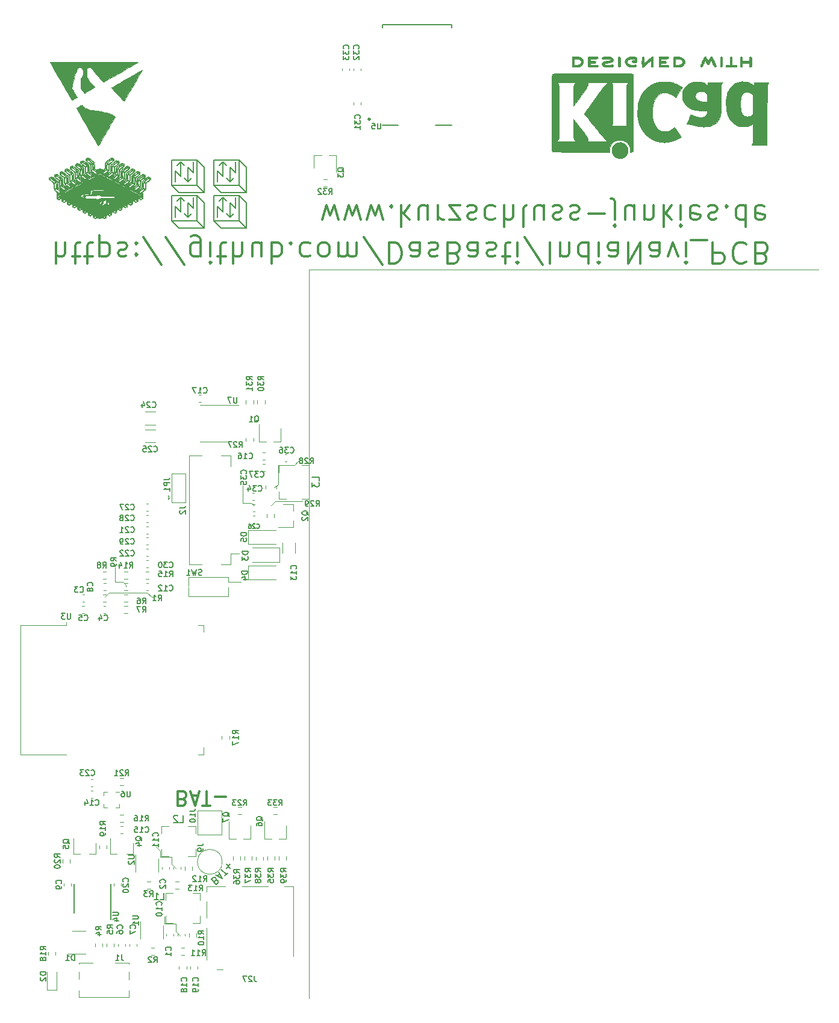
<source format=gbr>
%TF.GenerationSoftware,KiCad,Pcbnew,(5.99.0-10506-gb986797469)*%
%TF.CreationDate,2021-06-08T23:03:07+02:00*%
%TF.ProjectId,Navi_2_0,4e617669-5f32-45f3-902e-6b696361645f,rev?*%
%TF.SameCoordinates,Original*%
%TF.FileFunction,Legend,Bot*%
%TF.FilePolarity,Positive*%
%FSLAX46Y46*%
G04 Gerber Fmt 4.6, Leading zero omitted, Abs format (unit mm)*
G04 Created by KiCad (PCBNEW (5.99.0-10506-gb986797469)) date 2021-06-08 23:03:07*
%MOMM*%
%LPD*%
G01*
G04 APERTURE LIST*
%ADD10C,0.100000*%
%ADD11C,0.120000*%
%ADD12C,0.300000*%
%ADD13C,0.150000*%
%ADD14C,0.127000*%
%ADD15C,0.010000*%
G04 APERTURE END LIST*
D10*
X74300000Y-81400000D02*
X146000000Y-81400000D01*
X74300000Y-81400000D02*
X74300000Y-183900000D01*
D11*
X65000000Y-114200000D02*
X65000000Y-111800000D01*
X48600000Y-126000000D02*
X48600000Y-125700000D01*
X55600000Y-173400000D02*
X54000000Y-173400000D01*
X69000000Y-114600000D02*
X69600000Y-114000000D01*
X56200000Y-175100000D02*
X55600000Y-174500000D01*
X55600000Y-174500000D02*
X55600000Y-173400000D01*
X69600000Y-114000000D02*
X73400000Y-114000000D01*
X55600000Y-165600000D02*
X55000000Y-165000000D01*
X55000000Y-164000000D02*
X53400000Y-164000000D01*
X48600000Y-125700000D02*
X48362742Y-125477500D01*
X48362742Y-125477500D02*
X48200000Y-125300000D01*
X46200000Y-126800000D02*
X51600000Y-126800000D01*
X48200000Y-125300000D02*
X47100000Y-125300000D01*
X72300000Y-108865000D02*
X72800000Y-108300000D01*
X69990000Y-108865000D02*
X72300000Y-108865000D01*
X51600000Y-126800000D02*
X52200000Y-127400000D01*
X66600000Y-114600000D02*
X66200000Y-114200000D01*
X52200000Y-127400000D02*
X52400000Y-127400000D01*
X53400000Y-163200000D02*
X52800000Y-162600000D01*
X66200000Y-114200000D02*
X65000000Y-114200000D01*
X54000000Y-173400000D02*
X54000000Y-172400000D01*
X69400000Y-112000000D02*
X69990000Y-111600000D01*
X45600000Y-127400000D02*
X46200000Y-126800000D01*
X69990000Y-111600000D02*
X69990000Y-108865000D01*
X55000000Y-165000000D02*
X55000000Y-164000000D01*
X53400000Y-164000000D02*
X53400000Y-163200000D01*
X47100000Y-125300000D02*
X47100000Y-123300000D01*
D12*
X56585714Y-155842857D02*
X56871428Y-155747619D01*
X56966666Y-155652380D01*
X57061904Y-155461904D01*
X57061904Y-155176190D01*
X56966666Y-154985714D01*
X56871428Y-154890476D01*
X56680952Y-154795238D01*
X55919047Y-154795238D01*
X55919047Y-156795238D01*
X56585714Y-156795238D01*
X56776190Y-156700000D01*
X56871428Y-156604761D01*
X56966666Y-156414285D01*
X56966666Y-156223809D01*
X56871428Y-156033333D01*
X56776190Y-155938095D01*
X56585714Y-155842857D01*
X55919047Y-155842857D01*
X57823809Y-155366666D02*
X58776190Y-155366666D01*
X57633333Y-154795238D02*
X58300000Y-156795238D01*
X58966666Y-154795238D01*
X59347619Y-156795238D02*
X60490476Y-156795238D01*
X59919047Y-154795238D02*
X59919047Y-156795238D01*
X61157142Y-155557142D02*
X62680952Y-155557142D01*
D13*
X61190862Y-167310152D02*
X61258206Y-167175465D01*
X61258206Y-167108122D01*
X61224534Y-167007106D01*
X61123519Y-166906091D01*
X61022503Y-166872419D01*
X60955160Y-166872419D01*
X60854145Y-166906091D01*
X60584771Y-167175465D01*
X61291877Y-167882572D01*
X61527580Y-167646870D01*
X61561251Y-167545854D01*
X61561251Y-167478511D01*
X61527580Y-167377496D01*
X61460236Y-167310152D01*
X61359221Y-167276480D01*
X61291877Y-167276480D01*
X61190862Y-167310152D01*
X60955160Y-167545854D01*
X61460236Y-166704061D02*
X61796954Y-166367343D01*
X61190862Y-166569374D02*
X62133671Y-167040778D01*
X61662267Y-166097969D01*
X62504061Y-166670389D02*
X62908122Y-166266328D01*
X61998984Y-165761251D02*
X62706091Y-166468358D01*
X62706091Y-165592893D02*
X63244839Y-165054145D01*
X62706091Y-165054145D02*
X63244839Y-165592893D01*
D12*
X38771428Y-77542857D02*
X38771428Y-80542857D01*
X40057142Y-77542857D02*
X40057142Y-79114285D01*
X39914285Y-79400000D01*
X39628571Y-79542857D01*
X39200000Y-79542857D01*
X38914285Y-79400000D01*
X38771428Y-79257142D01*
X41057142Y-79542857D02*
X42200000Y-79542857D01*
X41485714Y-80542857D02*
X41485714Y-77971428D01*
X41628571Y-77685714D01*
X41914285Y-77542857D01*
X42200000Y-77542857D01*
X42771428Y-79542857D02*
X43914285Y-79542857D01*
X43200000Y-80542857D02*
X43200000Y-77971428D01*
X43342857Y-77685714D01*
X43628571Y-77542857D01*
X43914285Y-77542857D01*
X44914285Y-79542857D02*
X44914285Y-76542857D01*
X44914285Y-79400000D02*
X45200000Y-79542857D01*
X45771428Y-79542857D01*
X46057142Y-79400000D01*
X46200000Y-79257142D01*
X46342857Y-78971428D01*
X46342857Y-78114285D01*
X46200000Y-77828571D01*
X46057142Y-77685714D01*
X45771428Y-77542857D01*
X45200000Y-77542857D01*
X44914285Y-77685714D01*
X47485714Y-77685714D02*
X47771428Y-77542857D01*
X48342857Y-77542857D01*
X48628571Y-77685714D01*
X48771428Y-77971428D01*
X48771428Y-78114285D01*
X48628571Y-78400000D01*
X48342857Y-78542857D01*
X47914285Y-78542857D01*
X47628571Y-78685714D01*
X47485714Y-78971428D01*
X47485714Y-79114285D01*
X47628571Y-79400000D01*
X47914285Y-79542857D01*
X48342857Y-79542857D01*
X48628571Y-79400000D01*
X50057142Y-77828571D02*
X50200000Y-77685714D01*
X50057142Y-77542857D01*
X49914285Y-77685714D01*
X50057142Y-77828571D01*
X50057142Y-77542857D01*
X50057142Y-79400000D02*
X50200000Y-79257142D01*
X50057142Y-79114285D01*
X49914285Y-79257142D01*
X50057142Y-79400000D01*
X50057142Y-79114285D01*
X53628571Y-80685714D02*
X51057142Y-76828571D01*
X56771428Y-80685714D02*
X54200000Y-76828571D01*
X59057142Y-79542857D02*
X59057142Y-77114285D01*
X58914285Y-76828571D01*
X58771428Y-76685714D01*
X58485714Y-76542857D01*
X58057142Y-76542857D01*
X57771428Y-76685714D01*
X59057142Y-77685714D02*
X58771428Y-77542857D01*
X58200000Y-77542857D01*
X57914285Y-77685714D01*
X57771428Y-77828571D01*
X57628571Y-78114285D01*
X57628571Y-78971428D01*
X57771428Y-79257142D01*
X57914285Y-79400000D01*
X58200000Y-79542857D01*
X58771428Y-79542857D01*
X59057142Y-79400000D01*
X60485714Y-77542857D02*
X60485714Y-79542857D01*
X60485714Y-80542857D02*
X60342857Y-80400000D01*
X60485714Y-80257142D01*
X60628571Y-80400000D01*
X60485714Y-80542857D01*
X60485714Y-80257142D01*
X61485714Y-79542857D02*
X62628571Y-79542857D01*
X61914285Y-80542857D02*
X61914285Y-77971428D01*
X62057142Y-77685714D01*
X62342857Y-77542857D01*
X62628571Y-77542857D01*
X63628571Y-77542857D02*
X63628571Y-80542857D01*
X64914285Y-77542857D02*
X64914285Y-79114285D01*
X64771428Y-79400000D01*
X64485714Y-79542857D01*
X64057142Y-79542857D01*
X63771428Y-79400000D01*
X63628571Y-79257142D01*
X67628571Y-79542857D02*
X67628571Y-77542857D01*
X66342857Y-79542857D02*
X66342857Y-77971428D01*
X66485714Y-77685714D01*
X66771428Y-77542857D01*
X67200000Y-77542857D01*
X67485714Y-77685714D01*
X67628571Y-77828571D01*
X69057142Y-77542857D02*
X69057142Y-80542857D01*
X69057142Y-79400000D02*
X69342857Y-79542857D01*
X69914285Y-79542857D01*
X70200000Y-79400000D01*
X70342857Y-79257142D01*
X70485714Y-78971428D01*
X70485714Y-78114285D01*
X70342857Y-77828571D01*
X70200000Y-77685714D01*
X69914285Y-77542857D01*
X69342857Y-77542857D01*
X69057142Y-77685714D01*
X71771428Y-77828571D02*
X71914285Y-77685714D01*
X71771428Y-77542857D01*
X71628571Y-77685714D01*
X71771428Y-77828571D01*
X71771428Y-77542857D01*
X74485714Y-77685714D02*
X74200000Y-77542857D01*
X73628571Y-77542857D01*
X73342857Y-77685714D01*
X73200000Y-77828571D01*
X73057142Y-78114285D01*
X73057142Y-78971428D01*
X73200000Y-79257142D01*
X73342857Y-79400000D01*
X73628571Y-79542857D01*
X74200000Y-79542857D01*
X74485714Y-79400000D01*
X76200000Y-77542857D02*
X75914285Y-77685714D01*
X75771428Y-77828571D01*
X75628571Y-78114285D01*
X75628571Y-78971428D01*
X75771428Y-79257142D01*
X75914285Y-79400000D01*
X76200000Y-79542857D01*
X76628571Y-79542857D01*
X76914285Y-79400000D01*
X77057142Y-79257142D01*
X77200000Y-78971428D01*
X77200000Y-78114285D01*
X77057142Y-77828571D01*
X76914285Y-77685714D01*
X76628571Y-77542857D01*
X76200000Y-77542857D01*
X78485714Y-77542857D02*
X78485714Y-79542857D01*
X78485714Y-79257142D02*
X78628571Y-79400000D01*
X78914285Y-79542857D01*
X79342857Y-79542857D01*
X79628571Y-79400000D01*
X79771428Y-79114285D01*
X79771428Y-77542857D01*
X79771428Y-79114285D02*
X79914285Y-79400000D01*
X80200000Y-79542857D01*
X80628571Y-79542857D01*
X80914285Y-79400000D01*
X81057142Y-79114285D01*
X81057142Y-77542857D01*
X84628571Y-80685714D02*
X82057142Y-76828571D01*
X85628571Y-77542857D02*
X85628571Y-80542857D01*
X86342857Y-80542857D01*
X86771428Y-80400000D01*
X87057142Y-80114285D01*
X87200000Y-79828571D01*
X87342857Y-79257142D01*
X87342857Y-78828571D01*
X87200000Y-78257142D01*
X87057142Y-77971428D01*
X86771428Y-77685714D01*
X86342857Y-77542857D01*
X85628571Y-77542857D01*
X89914285Y-77542857D02*
X89914285Y-79114285D01*
X89771428Y-79400000D01*
X89485714Y-79542857D01*
X88914285Y-79542857D01*
X88628571Y-79400000D01*
X89914285Y-77685714D02*
X89628571Y-77542857D01*
X88914285Y-77542857D01*
X88628571Y-77685714D01*
X88485714Y-77971428D01*
X88485714Y-78257142D01*
X88628571Y-78542857D01*
X88914285Y-78685714D01*
X89628571Y-78685714D01*
X89914285Y-78828571D01*
X91200000Y-77685714D02*
X91485714Y-77542857D01*
X92057142Y-77542857D01*
X92342857Y-77685714D01*
X92485714Y-77971428D01*
X92485714Y-78114285D01*
X92342857Y-78400000D01*
X92057142Y-78542857D01*
X91628571Y-78542857D01*
X91342857Y-78685714D01*
X91200000Y-78971428D01*
X91200000Y-79114285D01*
X91342857Y-79400000D01*
X91628571Y-79542857D01*
X92057142Y-79542857D01*
X92342857Y-79400000D01*
X94771428Y-79114285D02*
X95200000Y-78971428D01*
X95342857Y-78828571D01*
X95485714Y-78542857D01*
X95485714Y-78114285D01*
X95342857Y-77828571D01*
X95200000Y-77685714D01*
X94914285Y-77542857D01*
X93771428Y-77542857D01*
X93771428Y-80542857D01*
X94771428Y-80542857D01*
X95057142Y-80400000D01*
X95200000Y-80257142D01*
X95342857Y-79971428D01*
X95342857Y-79685714D01*
X95200000Y-79400000D01*
X95057142Y-79257142D01*
X94771428Y-79114285D01*
X93771428Y-79114285D01*
X98057142Y-77542857D02*
X98057142Y-79114285D01*
X97914285Y-79400000D01*
X97628571Y-79542857D01*
X97057142Y-79542857D01*
X96771428Y-79400000D01*
X98057142Y-77685714D02*
X97771428Y-77542857D01*
X97057142Y-77542857D01*
X96771428Y-77685714D01*
X96628571Y-77971428D01*
X96628571Y-78257142D01*
X96771428Y-78542857D01*
X97057142Y-78685714D01*
X97771428Y-78685714D01*
X98057142Y-78828571D01*
X99342857Y-77685714D02*
X99628571Y-77542857D01*
X100200000Y-77542857D01*
X100485714Y-77685714D01*
X100628571Y-77971428D01*
X100628571Y-78114285D01*
X100485714Y-78400000D01*
X100200000Y-78542857D01*
X99771428Y-78542857D01*
X99485714Y-78685714D01*
X99342857Y-78971428D01*
X99342857Y-79114285D01*
X99485714Y-79400000D01*
X99771428Y-79542857D01*
X100200000Y-79542857D01*
X100485714Y-79400000D01*
X101485714Y-79542857D02*
X102628571Y-79542857D01*
X101914285Y-80542857D02*
X101914285Y-77971428D01*
X102057142Y-77685714D01*
X102342857Y-77542857D01*
X102628571Y-77542857D01*
X103628571Y-77542857D02*
X103628571Y-79542857D01*
X103628571Y-80542857D02*
X103485714Y-80400000D01*
X103628571Y-80257142D01*
X103771428Y-80400000D01*
X103628571Y-80542857D01*
X103628571Y-80257142D01*
X107200000Y-80685714D02*
X104628571Y-76828571D01*
X108200000Y-77542857D02*
X108200000Y-80542857D01*
X109628571Y-79542857D02*
X109628571Y-77542857D01*
X109628571Y-79257142D02*
X109771428Y-79400000D01*
X110057142Y-79542857D01*
X110485714Y-79542857D01*
X110771428Y-79400000D01*
X110914285Y-79114285D01*
X110914285Y-77542857D01*
X113628571Y-77542857D02*
X113628571Y-80542857D01*
X113628571Y-77685714D02*
X113342857Y-77542857D01*
X112771428Y-77542857D01*
X112485714Y-77685714D01*
X112342857Y-77828571D01*
X112200000Y-78114285D01*
X112200000Y-78971428D01*
X112342857Y-79257142D01*
X112485714Y-79400000D01*
X112771428Y-79542857D01*
X113342857Y-79542857D01*
X113628571Y-79400000D01*
X115057142Y-77542857D02*
X115057142Y-79542857D01*
X115057142Y-80542857D02*
X114914285Y-80400000D01*
X115057142Y-80257142D01*
X115200000Y-80400000D01*
X115057142Y-80542857D01*
X115057142Y-80257142D01*
X117771428Y-77542857D02*
X117771428Y-79114285D01*
X117628571Y-79400000D01*
X117342857Y-79542857D01*
X116771428Y-79542857D01*
X116485714Y-79400000D01*
X117771428Y-77685714D02*
X117485714Y-77542857D01*
X116771428Y-77542857D01*
X116485714Y-77685714D01*
X116342857Y-77971428D01*
X116342857Y-78257142D01*
X116485714Y-78542857D01*
X116771428Y-78685714D01*
X117485714Y-78685714D01*
X117771428Y-78828571D01*
X119200000Y-77542857D02*
X119200000Y-80542857D01*
X120914285Y-77542857D01*
X120914285Y-80542857D01*
X123628571Y-77542857D02*
X123628571Y-79114285D01*
X123485714Y-79400000D01*
X123200000Y-79542857D01*
X122628571Y-79542857D01*
X122342857Y-79400000D01*
X123628571Y-77685714D02*
X123342857Y-77542857D01*
X122628571Y-77542857D01*
X122342857Y-77685714D01*
X122200000Y-77971428D01*
X122200000Y-78257142D01*
X122342857Y-78542857D01*
X122628571Y-78685714D01*
X123342857Y-78685714D01*
X123628571Y-78828571D01*
X124771428Y-79542857D02*
X125485714Y-77542857D01*
X126200000Y-79542857D01*
X127342857Y-77542857D02*
X127342857Y-79542857D01*
X127342857Y-80542857D02*
X127200000Y-80400000D01*
X127342857Y-80257142D01*
X127485714Y-80400000D01*
X127342857Y-80542857D01*
X127342857Y-80257142D01*
X128057142Y-77257142D02*
X130342857Y-77257142D01*
X131057142Y-77542857D02*
X131057142Y-80542857D01*
X132200000Y-80542857D01*
X132485714Y-80400000D01*
X132628571Y-80257142D01*
X132771428Y-79971428D01*
X132771428Y-79542857D01*
X132628571Y-79257142D01*
X132485714Y-79114285D01*
X132200000Y-78971428D01*
X131057142Y-78971428D01*
X135771428Y-77828571D02*
X135628571Y-77685714D01*
X135200000Y-77542857D01*
X134914285Y-77542857D01*
X134485714Y-77685714D01*
X134200000Y-77971428D01*
X134057142Y-78257142D01*
X133914285Y-78828571D01*
X133914285Y-79257142D01*
X134057142Y-79828571D01*
X134200000Y-80114285D01*
X134485714Y-80400000D01*
X134914285Y-80542857D01*
X135200000Y-80542857D01*
X135628571Y-80400000D01*
X135771428Y-80257142D01*
X138057142Y-79114285D02*
X138485714Y-78971428D01*
X138628571Y-78828571D01*
X138771428Y-78542857D01*
X138771428Y-78114285D01*
X138628571Y-77828571D01*
X138485714Y-77685714D01*
X138200000Y-77542857D01*
X137057142Y-77542857D01*
X137057142Y-80542857D01*
X138057142Y-80542857D01*
X138342857Y-80400000D01*
X138485714Y-80257142D01*
X138628571Y-79971428D01*
X138628571Y-79685714D01*
X138485714Y-79400000D01*
X138342857Y-79257142D01*
X138057142Y-79114285D01*
X137057142Y-79114285D01*
X76185714Y-74342857D02*
X76757142Y-72342857D01*
X77328571Y-73771428D01*
X77900000Y-72342857D01*
X78471428Y-74342857D01*
X79328571Y-74342857D02*
X79900000Y-72342857D01*
X80471428Y-73771428D01*
X81042857Y-72342857D01*
X81614285Y-74342857D01*
X82471428Y-74342857D02*
X83042857Y-72342857D01*
X83614285Y-73771428D01*
X84185714Y-72342857D01*
X84757142Y-74342857D01*
X85900000Y-72628571D02*
X86042857Y-72485714D01*
X85900000Y-72342857D01*
X85757142Y-72485714D01*
X85900000Y-72628571D01*
X85900000Y-72342857D01*
X87328571Y-72342857D02*
X87328571Y-75342857D01*
X87614285Y-73485714D02*
X88471428Y-72342857D01*
X88471428Y-74342857D02*
X87328571Y-73200000D01*
X91042857Y-74342857D02*
X91042857Y-72342857D01*
X89757142Y-74342857D02*
X89757142Y-72771428D01*
X89899999Y-72485714D01*
X90185714Y-72342857D01*
X90614285Y-72342857D01*
X90899999Y-72485714D01*
X91042857Y-72628571D01*
X92471428Y-72342857D02*
X92471428Y-74342857D01*
X92471428Y-73771428D02*
X92614285Y-74057142D01*
X92757142Y-74200000D01*
X93042857Y-74342857D01*
X93328571Y-74342857D01*
X94042857Y-74342857D02*
X95614285Y-74342857D01*
X94042857Y-72342857D01*
X95614285Y-72342857D01*
X96614285Y-72485714D02*
X96899999Y-72342857D01*
X97471428Y-72342857D01*
X97757142Y-72485714D01*
X97899999Y-72771428D01*
X97899999Y-72914285D01*
X97757142Y-73200000D01*
X97471428Y-73342857D01*
X97042857Y-73342857D01*
X96757142Y-73485714D01*
X96614285Y-73771428D01*
X96614285Y-73914285D01*
X96757142Y-74200000D01*
X97042857Y-74342857D01*
X97471428Y-74342857D01*
X97757142Y-74200000D01*
X100471428Y-72485714D02*
X100185714Y-72342857D01*
X99614285Y-72342857D01*
X99328571Y-72485714D01*
X99185714Y-72628571D01*
X99042857Y-72914285D01*
X99042857Y-73771428D01*
X99185714Y-74057142D01*
X99328571Y-74200000D01*
X99614285Y-74342857D01*
X100185714Y-74342857D01*
X100471428Y-74200000D01*
X101757142Y-72342857D02*
X101757142Y-75342857D01*
X103042857Y-72342857D02*
X103042857Y-73914285D01*
X102899999Y-74200000D01*
X102614285Y-74342857D01*
X102185714Y-74342857D01*
X101899999Y-74200000D01*
X101757142Y-74057142D01*
X104899999Y-72342857D02*
X104614285Y-72485714D01*
X104471428Y-72771428D01*
X104471428Y-75342857D01*
X107328571Y-74342857D02*
X107328571Y-72342857D01*
X106042857Y-74342857D02*
X106042857Y-72771428D01*
X106185714Y-72485714D01*
X106471428Y-72342857D01*
X106899999Y-72342857D01*
X107185714Y-72485714D01*
X107328571Y-72628571D01*
X108614285Y-72485714D02*
X108899999Y-72342857D01*
X109471428Y-72342857D01*
X109757142Y-72485714D01*
X109899999Y-72771428D01*
X109899999Y-72914285D01*
X109757142Y-73200000D01*
X109471428Y-73342857D01*
X109042857Y-73342857D01*
X108757142Y-73485714D01*
X108614285Y-73771428D01*
X108614285Y-73914285D01*
X108757142Y-74200000D01*
X109042857Y-74342857D01*
X109471428Y-74342857D01*
X109757142Y-74200000D01*
X111042857Y-72485714D02*
X111328571Y-72342857D01*
X111899999Y-72342857D01*
X112185714Y-72485714D01*
X112328571Y-72771428D01*
X112328571Y-72914285D01*
X112185714Y-73200000D01*
X111899999Y-73342857D01*
X111471428Y-73342857D01*
X111185714Y-73485714D01*
X111042857Y-73771428D01*
X111042857Y-73914285D01*
X111185714Y-74200000D01*
X111471428Y-74342857D01*
X111899999Y-74342857D01*
X112185714Y-74200000D01*
X113614285Y-73485714D02*
X115899999Y-73485714D01*
X117328571Y-74342857D02*
X117328571Y-71771428D01*
X117185714Y-71485714D01*
X116899999Y-71342857D01*
X116757142Y-71342857D01*
X117328571Y-75342857D02*
X117185714Y-75200000D01*
X117328571Y-75057142D01*
X117471428Y-75200000D01*
X117328571Y-75342857D01*
X117328571Y-75057142D01*
X120042857Y-74342857D02*
X120042857Y-72342857D01*
X118757142Y-74342857D02*
X118757142Y-72771428D01*
X118899999Y-72485714D01*
X119185714Y-72342857D01*
X119614285Y-72342857D01*
X119899999Y-72485714D01*
X120042857Y-72628571D01*
X121471428Y-74342857D02*
X121471428Y-72342857D01*
X121471428Y-74057142D02*
X121614285Y-74200000D01*
X121899999Y-74342857D01*
X122328571Y-74342857D01*
X122614285Y-74200000D01*
X122757142Y-73914285D01*
X122757142Y-72342857D01*
X124185714Y-72342857D02*
X124185714Y-75342857D01*
X124471428Y-73485714D02*
X125328571Y-72342857D01*
X125328571Y-74342857D02*
X124185714Y-73200000D01*
X126614285Y-72342857D02*
X126614285Y-74342857D01*
X126614285Y-75342857D02*
X126471428Y-75200000D01*
X126614285Y-75057142D01*
X126757142Y-75200000D01*
X126614285Y-75342857D01*
X126614285Y-75057142D01*
X129185714Y-72485714D02*
X128899999Y-72342857D01*
X128328571Y-72342857D01*
X128042857Y-72485714D01*
X127899999Y-72771428D01*
X127899999Y-73914285D01*
X128042857Y-74200000D01*
X128328571Y-74342857D01*
X128899999Y-74342857D01*
X129185714Y-74200000D01*
X129328571Y-73914285D01*
X129328571Y-73628571D01*
X127899999Y-73342857D01*
X130471428Y-72485714D02*
X130757142Y-72342857D01*
X131328571Y-72342857D01*
X131614285Y-72485714D01*
X131757142Y-72771428D01*
X131757142Y-72914285D01*
X131614285Y-73200000D01*
X131328571Y-73342857D01*
X130899999Y-73342857D01*
X130614285Y-73485714D01*
X130471428Y-73771428D01*
X130471428Y-73914285D01*
X130614285Y-74200000D01*
X130899999Y-74342857D01*
X131328571Y-74342857D01*
X131614285Y-74200000D01*
X133042857Y-72628571D02*
X133185714Y-72485714D01*
X133042857Y-72342857D01*
X132899999Y-72485714D01*
X133042857Y-72628571D01*
X133042857Y-72342857D01*
X135757142Y-72342857D02*
X135757142Y-75342857D01*
X135757142Y-72485714D02*
X135471428Y-72342857D01*
X134900000Y-72342857D01*
X134614285Y-72485714D01*
X134471428Y-72628571D01*
X134328571Y-72914285D01*
X134328571Y-73771428D01*
X134471428Y-74057142D01*
X134614285Y-74200000D01*
X134900000Y-74342857D01*
X135471428Y-74342857D01*
X135757142Y-74200000D01*
X138328571Y-72485714D02*
X138042857Y-72342857D01*
X137471428Y-72342857D01*
X137185714Y-72485714D01*
X137042857Y-72771428D01*
X137042857Y-73914285D01*
X137185714Y-74200000D01*
X137471428Y-74342857D01*
X138042857Y-74342857D01*
X138328571Y-74200000D01*
X138471428Y-73914285D01*
X138471428Y-73628571D01*
X137042857Y-73342857D01*
D13*
%TO.C,U3*%
X40809523Y-129761904D02*
X40809523Y-130409523D01*
X40771428Y-130485714D01*
X40733333Y-130523809D01*
X40657142Y-130561904D01*
X40504761Y-130561904D01*
X40428571Y-130523809D01*
X40390476Y-130485714D01*
X40352380Y-130409523D01*
X40352380Y-129761904D01*
X40047619Y-129761904D02*
X39552380Y-129761904D01*
X39819047Y-130066666D01*
X39704761Y-130066666D01*
X39628571Y-130104761D01*
X39590476Y-130142857D01*
X39552380Y-130219047D01*
X39552380Y-130409523D01*
X39590476Y-130485714D01*
X39628571Y-130523809D01*
X39704761Y-130561904D01*
X39933333Y-130561904D01*
X40009523Y-130523809D01*
X40047619Y-130485714D01*
%TO.C,J9*%
X58661904Y-162433333D02*
X59233333Y-162433333D01*
X59347619Y-162395238D01*
X59423809Y-162319047D01*
X59461904Y-162204761D01*
X59461904Y-162128571D01*
X59461904Y-162852380D02*
X59461904Y-163004761D01*
X59423809Y-163080952D01*
X59385714Y-163119047D01*
X59271428Y-163195238D01*
X59119047Y-163233333D01*
X58814285Y-163233333D01*
X58738095Y-163195238D01*
X58700000Y-163157142D01*
X58661904Y-163080952D01*
X58661904Y-162928571D01*
X58700000Y-162852380D01*
X58738095Y-162814285D01*
X58814285Y-162776190D01*
X59004761Y-162776190D01*
X59080952Y-162814285D01*
X59119047Y-162852380D01*
X59157142Y-162928571D01*
X59157142Y-163080952D01*
X59119047Y-163157142D01*
X59080952Y-163195238D01*
X59004761Y-163233333D01*
%TO.C,J10*%
X57561904Y-157552380D02*
X58133333Y-157552380D01*
X58247619Y-157514285D01*
X58323809Y-157438095D01*
X58361904Y-157323809D01*
X58361904Y-157247619D01*
X58361904Y-158352380D02*
X58361904Y-157895238D01*
X58361904Y-158123809D02*
X57561904Y-158123809D01*
X57676190Y-158047619D01*
X57752380Y-157971428D01*
X57790476Y-157895238D01*
X57561904Y-158847619D02*
X57561904Y-158923809D01*
X57600000Y-159000000D01*
X57638095Y-159038095D01*
X57714285Y-159076190D01*
X57866666Y-159114285D01*
X58057142Y-159114285D01*
X58209523Y-159076190D01*
X58285714Y-159038095D01*
X58323809Y-159000000D01*
X58361904Y-158923809D01*
X58361904Y-158847619D01*
X58323809Y-158771428D01*
X58285714Y-158733333D01*
X58209523Y-158695238D01*
X58057142Y-158657142D01*
X57866666Y-158657142D01*
X57714285Y-158695238D01*
X57638095Y-158733333D01*
X57600000Y-158771428D01*
X57561904Y-158847619D01*
%TO.C,C22*%
X49282285Y-121585714D02*
X49320380Y-121623809D01*
X49434666Y-121661904D01*
X49510857Y-121661904D01*
X49625142Y-121623809D01*
X49701333Y-121547619D01*
X49739428Y-121471428D01*
X49777523Y-121319047D01*
X49777523Y-121204761D01*
X49739428Y-121052380D01*
X49701333Y-120976190D01*
X49625142Y-120900000D01*
X49510857Y-120861904D01*
X49434666Y-120861904D01*
X49320380Y-120900000D01*
X49282285Y-120938095D01*
X48977523Y-120938095D02*
X48939428Y-120900000D01*
X48863238Y-120861904D01*
X48672761Y-120861904D01*
X48596571Y-120900000D01*
X48558476Y-120938095D01*
X48520380Y-121014285D01*
X48520380Y-121090476D01*
X48558476Y-121204761D01*
X49015619Y-121661904D01*
X48520380Y-121661904D01*
X48215619Y-120938095D02*
X48177523Y-120900000D01*
X48101333Y-120861904D01*
X47910857Y-120861904D01*
X47834666Y-120900000D01*
X47796571Y-120938095D01*
X47758476Y-121014285D01*
X47758476Y-121090476D01*
X47796571Y-121204761D01*
X48253714Y-121661904D01*
X47758476Y-121661904D01*
%TO.C,C13*%
X72485714Y-123485714D02*
X72523809Y-123447619D01*
X72561904Y-123333333D01*
X72561904Y-123257142D01*
X72523809Y-123142857D01*
X72447619Y-123066666D01*
X72371428Y-123028571D01*
X72219047Y-122990476D01*
X72104761Y-122990476D01*
X71952380Y-123028571D01*
X71876190Y-123066666D01*
X71800000Y-123142857D01*
X71761904Y-123257142D01*
X71761904Y-123333333D01*
X71800000Y-123447619D01*
X71838095Y-123485714D01*
X72561904Y-124247619D02*
X72561904Y-123790476D01*
X72561904Y-124019047D02*
X71761904Y-124019047D01*
X71876190Y-123942857D01*
X71952380Y-123866666D01*
X71990476Y-123790476D01*
X71761904Y-124514285D02*
X71761904Y-125009523D01*
X72066666Y-124742857D01*
X72066666Y-124857142D01*
X72104761Y-124933333D01*
X72142857Y-124971428D01*
X72219047Y-125009523D01*
X72409523Y-125009523D01*
X72485714Y-124971428D01*
X72523809Y-124933333D01*
X72561904Y-124857142D01*
X72561904Y-124628571D01*
X72523809Y-124552380D01*
X72485714Y-124514285D01*
%TO.C,C16*%
X65914285Y-107885714D02*
X65952380Y-107923809D01*
X66066666Y-107961904D01*
X66142857Y-107961904D01*
X66257142Y-107923809D01*
X66333333Y-107847619D01*
X66371428Y-107771428D01*
X66409523Y-107619047D01*
X66409523Y-107504761D01*
X66371428Y-107352380D01*
X66333333Y-107276190D01*
X66257142Y-107200000D01*
X66142857Y-107161904D01*
X66066666Y-107161904D01*
X65952380Y-107200000D01*
X65914285Y-107238095D01*
X65152380Y-107961904D02*
X65609523Y-107961904D01*
X65380952Y-107961904D02*
X65380952Y-107161904D01*
X65457142Y-107276190D01*
X65533333Y-107352380D01*
X65609523Y-107390476D01*
X64466666Y-107161904D02*
X64619047Y-107161904D01*
X64695238Y-107200000D01*
X64733333Y-107238095D01*
X64809523Y-107352380D01*
X64847619Y-107504761D01*
X64847619Y-107809523D01*
X64809523Y-107885714D01*
X64771428Y-107923809D01*
X64695238Y-107961904D01*
X64542857Y-107961904D01*
X64466666Y-107923809D01*
X64428571Y-107885714D01*
X64390476Y-107809523D01*
X64390476Y-107619047D01*
X64428571Y-107542857D01*
X64466666Y-107504761D01*
X64542857Y-107466666D01*
X64695238Y-107466666D01*
X64771428Y-107504761D01*
X64809523Y-107542857D01*
X64847619Y-107619047D01*
%TO.C,C17*%
X59514285Y-98685714D02*
X59552380Y-98723809D01*
X59666666Y-98761904D01*
X59742857Y-98761904D01*
X59857142Y-98723809D01*
X59933333Y-98647619D01*
X59971428Y-98571428D01*
X60009523Y-98419047D01*
X60009523Y-98304761D01*
X59971428Y-98152380D01*
X59933333Y-98076190D01*
X59857142Y-98000000D01*
X59742857Y-97961904D01*
X59666666Y-97961904D01*
X59552380Y-98000000D01*
X59514285Y-98038095D01*
X58752380Y-98761904D02*
X59209523Y-98761904D01*
X58980952Y-98761904D02*
X58980952Y-97961904D01*
X59057142Y-98076190D01*
X59133333Y-98152380D01*
X59209523Y-98190476D01*
X58485714Y-97961904D02*
X57952380Y-97961904D01*
X58295238Y-98761904D01*
%TO.C,C21*%
X49282285Y-118285714D02*
X49320380Y-118323809D01*
X49434666Y-118361904D01*
X49510857Y-118361904D01*
X49625142Y-118323809D01*
X49701333Y-118247619D01*
X49739428Y-118171428D01*
X49777523Y-118019047D01*
X49777523Y-117904761D01*
X49739428Y-117752380D01*
X49701333Y-117676190D01*
X49625142Y-117600000D01*
X49510857Y-117561904D01*
X49434666Y-117561904D01*
X49320380Y-117600000D01*
X49282285Y-117638095D01*
X48977523Y-117638095D02*
X48939428Y-117600000D01*
X48863238Y-117561904D01*
X48672761Y-117561904D01*
X48596571Y-117600000D01*
X48558476Y-117638095D01*
X48520380Y-117714285D01*
X48520380Y-117790476D01*
X48558476Y-117904761D01*
X49015619Y-118361904D01*
X48520380Y-118361904D01*
X47758476Y-118361904D02*
X48215619Y-118361904D01*
X47987047Y-118361904D02*
X47987047Y-117561904D01*
X48063238Y-117676190D01*
X48139428Y-117752380D01*
X48215619Y-117790476D01*
%TO.C,C20*%
X48885714Y-167485714D02*
X48923809Y-167447619D01*
X48961904Y-167333333D01*
X48961904Y-167257142D01*
X48923809Y-167142857D01*
X48847619Y-167066666D01*
X48771428Y-167028571D01*
X48619047Y-166990476D01*
X48504761Y-166990476D01*
X48352380Y-167028571D01*
X48276190Y-167066666D01*
X48200000Y-167142857D01*
X48161904Y-167257142D01*
X48161904Y-167333333D01*
X48200000Y-167447619D01*
X48238095Y-167485714D01*
X48238095Y-167790476D02*
X48200000Y-167828571D01*
X48161904Y-167904761D01*
X48161904Y-168095238D01*
X48200000Y-168171428D01*
X48238095Y-168209523D01*
X48314285Y-168247619D01*
X48390476Y-168247619D01*
X48504761Y-168209523D01*
X48961904Y-167752380D01*
X48961904Y-168247619D01*
X48161904Y-168742857D02*
X48161904Y-168819047D01*
X48200000Y-168895238D01*
X48238095Y-168933333D01*
X48314285Y-168971428D01*
X48466666Y-169009523D01*
X48657142Y-169009523D01*
X48809523Y-168971428D01*
X48885714Y-168933333D01*
X48923809Y-168895238D01*
X48961904Y-168819047D01*
X48961904Y-168742857D01*
X48923809Y-168666666D01*
X48885714Y-168628571D01*
X48809523Y-168590476D01*
X48657142Y-168552380D01*
X48466666Y-168552380D01*
X48314285Y-168590476D01*
X48238095Y-168628571D01*
X48200000Y-168666666D01*
X48161904Y-168742857D01*
%TO.C,D4*%
X65661904Y-123809523D02*
X64861904Y-123809523D01*
X64861904Y-124000000D01*
X64900000Y-124114285D01*
X64976190Y-124190476D01*
X65052380Y-124228571D01*
X65204761Y-124266666D01*
X65319047Y-124266666D01*
X65471428Y-124228571D01*
X65547619Y-124190476D01*
X65623809Y-124114285D01*
X65661904Y-124000000D01*
X65661904Y-123809523D01*
X65128571Y-124952380D02*
X65661904Y-124952380D01*
X64823809Y-124761904D02*
X65395238Y-124571428D01*
X65395238Y-125066666D01*
%TO.C,C24*%
X52314285Y-100685714D02*
X52352380Y-100723809D01*
X52466666Y-100761904D01*
X52542857Y-100761904D01*
X52657142Y-100723809D01*
X52733333Y-100647619D01*
X52771428Y-100571428D01*
X52809523Y-100419047D01*
X52809523Y-100304761D01*
X52771428Y-100152380D01*
X52733333Y-100076190D01*
X52657142Y-100000000D01*
X52542857Y-99961904D01*
X52466666Y-99961904D01*
X52352380Y-100000000D01*
X52314285Y-100038095D01*
X52009523Y-100038095D02*
X51971428Y-100000000D01*
X51895238Y-99961904D01*
X51704761Y-99961904D01*
X51628571Y-100000000D01*
X51590476Y-100038095D01*
X51552380Y-100114285D01*
X51552380Y-100190476D01*
X51590476Y-100304761D01*
X52047619Y-100761904D01*
X51552380Y-100761904D01*
X50866666Y-100228571D02*
X50866666Y-100761904D01*
X51057142Y-99923809D02*
X51247619Y-100495238D01*
X50752380Y-100495238D01*
%TO.C,C25*%
X52514285Y-106935714D02*
X52552380Y-106973809D01*
X52666666Y-107011904D01*
X52742857Y-107011904D01*
X52857142Y-106973809D01*
X52933333Y-106897619D01*
X52971428Y-106821428D01*
X53009523Y-106669047D01*
X53009523Y-106554761D01*
X52971428Y-106402380D01*
X52933333Y-106326190D01*
X52857142Y-106250000D01*
X52742857Y-106211904D01*
X52666666Y-106211904D01*
X52552380Y-106250000D01*
X52514285Y-106288095D01*
X52209523Y-106288095D02*
X52171428Y-106250000D01*
X52095238Y-106211904D01*
X51904761Y-106211904D01*
X51828571Y-106250000D01*
X51790476Y-106288095D01*
X51752380Y-106364285D01*
X51752380Y-106440476D01*
X51790476Y-106554761D01*
X52247619Y-107011904D01*
X51752380Y-107011904D01*
X51028571Y-106211904D02*
X51409523Y-106211904D01*
X51447619Y-106592857D01*
X51409523Y-106554761D01*
X51333333Y-106516666D01*
X51142857Y-106516666D01*
X51066666Y-106554761D01*
X51028571Y-106592857D01*
X50990476Y-106669047D01*
X50990476Y-106859523D01*
X51028571Y-106935714D01*
X51066666Y-106973809D01*
X51142857Y-107011904D01*
X51333333Y-107011904D01*
X51409523Y-106973809D01*
X51447619Y-106935714D01*
%TO.C,C26*%
X66985714Y-117714285D02*
X67014285Y-117742857D01*
X67100000Y-117771428D01*
X67157142Y-117771428D01*
X67242857Y-117742857D01*
X67300000Y-117685714D01*
X67328571Y-117628571D01*
X67357142Y-117514285D01*
X67357142Y-117428571D01*
X67328571Y-117314285D01*
X67300000Y-117257142D01*
X67242857Y-117200000D01*
X67157142Y-117171428D01*
X67100000Y-117171428D01*
X67014285Y-117200000D01*
X66985714Y-117228571D01*
X66757142Y-117228571D02*
X66728571Y-117200000D01*
X66671428Y-117171428D01*
X66528571Y-117171428D01*
X66471428Y-117200000D01*
X66442857Y-117228571D01*
X66414285Y-117285714D01*
X66414285Y-117342857D01*
X66442857Y-117428571D01*
X66785714Y-117771428D01*
X66414285Y-117771428D01*
X65900000Y-117171428D02*
X66014285Y-117171428D01*
X66071428Y-117200000D01*
X66100000Y-117228571D01*
X66157142Y-117314285D01*
X66185714Y-117428571D01*
X66185714Y-117657142D01*
X66157142Y-117714285D01*
X66128571Y-117742857D01*
X66071428Y-117771428D01*
X65957142Y-117771428D01*
X65900000Y-117742857D01*
X65871428Y-117714285D01*
X65842857Y-117657142D01*
X65842857Y-117514285D01*
X65871428Y-117457142D01*
X65900000Y-117428571D01*
X65957142Y-117400000D01*
X66071428Y-117400000D01*
X66128571Y-117428571D01*
X66157142Y-117457142D01*
X66185714Y-117514285D01*
%TO.C,C27*%
X49282285Y-115093714D02*
X49320380Y-115131809D01*
X49434666Y-115169904D01*
X49510857Y-115169904D01*
X49625142Y-115131809D01*
X49701333Y-115055619D01*
X49739428Y-114979428D01*
X49777523Y-114827047D01*
X49777523Y-114712761D01*
X49739428Y-114560380D01*
X49701333Y-114484190D01*
X49625142Y-114408000D01*
X49510857Y-114369904D01*
X49434666Y-114369904D01*
X49320380Y-114408000D01*
X49282285Y-114446095D01*
X48977523Y-114446095D02*
X48939428Y-114408000D01*
X48863238Y-114369904D01*
X48672761Y-114369904D01*
X48596571Y-114408000D01*
X48558476Y-114446095D01*
X48520380Y-114522285D01*
X48520380Y-114598476D01*
X48558476Y-114712761D01*
X49015619Y-115169904D01*
X48520380Y-115169904D01*
X48253714Y-114369904D02*
X47720380Y-114369904D01*
X48063238Y-115169904D01*
%TO.C,C28*%
X49282285Y-116635714D02*
X49320380Y-116673809D01*
X49434666Y-116711904D01*
X49510857Y-116711904D01*
X49625142Y-116673809D01*
X49701333Y-116597619D01*
X49739428Y-116521428D01*
X49777523Y-116369047D01*
X49777523Y-116254761D01*
X49739428Y-116102380D01*
X49701333Y-116026190D01*
X49625142Y-115950000D01*
X49510857Y-115911904D01*
X49434666Y-115911904D01*
X49320380Y-115950000D01*
X49282285Y-115988095D01*
X48977523Y-115988095D02*
X48939428Y-115950000D01*
X48863238Y-115911904D01*
X48672761Y-115911904D01*
X48596571Y-115950000D01*
X48558476Y-115988095D01*
X48520380Y-116064285D01*
X48520380Y-116140476D01*
X48558476Y-116254761D01*
X49015619Y-116711904D01*
X48520380Y-116711904D01*
X48063238Y-116254761D02*
X48139428Y-116216666D01*
X48177523Y-116178571D01*
X48215619Y-116102380D01*
X48215619Y-116064285D01*
X48177523Y-115988095D01*
X48139428Y-115950000D01*
X48063238Y-115911904D01*
X47910857Y-115911904D01*
X47834666Y-115950000D01*
X47796571Y-115988095D01*
X47758476Y-116064285D01*
X47758476Y-116102380D01*
X47796571Y-116178571D01*
X47834666Y-116216666D01*
X47910857Y-116254761D01*
X48063238Y-116254761D01*
X48139428Y-116292857D01*
X48177523Y-116330952D01*
X48215619Y-116407142D01*
X48215619Y-116559523D01*
X48177523Y-116635714D01*
X48139428Y-116673809D01*
X48063238Y-116711904D01*
X47910857Y-116711904D01*
X47834666Y-116673809D01*
X47796571Y-116635714D01*
X47758476Y-116559523D01*
X47758476Y-116407142D01*
X47796571Y-116330952D01*
X47834666Y-116292857D01*
X47910857Y-116254761D01*
%TO.C,C29*%
X49282285Y-119919714D02*
X49320380Y-119957809D01*
X49434666Y-119995904D01*
X49510857Y-119995904D01*
X49625142Y-119957809D01*
X49701333Y-119881619D01*
X49739428Y-119805428D01*
X49777523Y-119653047D01*
X49777523Y-119538761D01*
X49739428Y-119386380D01*
X49701333Y-119310190D01*
X49625142Y-119234000D01*
X49510857Y-119195904D01*
X49434666Y-119195904D01*
X49320380Y-119234000D01*
X49282285Y-119272095D01*
X48977523Y-119272095D02*
X48939428Y-119234000D01*
X48863238Y-119195904D01*
X48672761Y-119195904D01*
X48596571Y-119234000D01*
X48558476Y-119272095D01*
X48520380Y-119348285D01*
X48520380Y-119424476D01*
X48558476Y-119538761D01*
X49015619Y-119995904D01*
X48520380Y-119995904D01*
X48139428Y-119995904D02*
X47987047Y-119995904D01*
X47910857Y-119957809D01*
X47872761Y-119919714D01*
X47796571Y-119805428D01*
X47758476Y-119653047D01*
X47758476Y-119348285D01*
X47796571Y-119272095D01*
X47834666Y-119234000D01*
X47910857Y-119195904D01*
X48063238Y-119195904D01*
X48139428Y-119234000D01*
X48177523Y-119272095D01*
X48215619Y-119348285D01*
X48215619Y-119538761D01*
X48177523Y-119614952D01*
X48139428Y-119653047D01*
X48063238Y-119691142D01*
X47910857Y-119691142D01*
X47834666Y-119653047D01*
X47796571Y-119614952D01*
X47758476Y-119538761D01*
%TO.C,D3*%
X65761904Y-121009523D02*
X64961904Y-121009523D01*
X64961904Y-121200000D01*
X65000000Y-121314285D01*
X65076190Y-121390476D01*
X65152380Y-121428571D01*
X65304761Y-121466666D01*
X65419047Y-121466666D01*
X65571428Y-121428571D01*
X65647619Y-121390476D01*
X65723809Y-121314285D01*
X65761904Y-121200000D01*
X65761904Y-121009523D01*
X64961904Y-121733333D02*
X64961904Y-122228571D01*
X65266666Y-121961904D01*
X65266666Y-122076190D01*
X65304761Y-122152380D01*
X65342857Y-122190476D01*
X65419047Y-122228571D01*
X65609523Y-122228571D01*
X65685714Y-122190476D01*
X65723809Y-122152380D01*
X65761904Y-122076190D01*
X65761904Y-121847619D01*
X65723809Y-121771428D01*
X65685714Y-121733333D01*
%TO.C,D5*%
X65561904Y-118409523D02*
X64761904Y-118409523D01*
X64761904Y-118600000D01*
X64800000Y-118714285D01*
X64876190Y-118790476D01*
X64952380Y-118828571D01*
X65104761Y-118866666D01*
X65219047Y-118866666D01*
X65371428Y-118828571D01*
X65447619Y-118790476D01*
X65523809Y-118714285D01*
X65561904Y-118600000D01*
X65561904Y-118409523D01*
X64761904Y-119590476D02*
X64761904Y-119209523D01*
X65142857Y-119171428D01*
X65104761Y-119209523D01*
X65066666Y-119285714D01*
X65066666Y-119476190D01*
X65104761Y-119552380D01*
X65142857Y-119590476D01*
X65219047Y-119628571D01*
X65409523Y-119628571D01*
X65485714Y-119590476D01*
X65523809Y-119552380D01*
X65561904Y-119476190D01*
X65561904Y-119285714D01*
X65523809Y-119209523D01*
X65485714Y-119171428D01*
%TO.C,J2*%
X56161904Y-114933333D02*
X56733333Y-114933333D01*
X56847619Y-114895238D01*
X56923809Y-114819047D01*
X56961904Y-114704761D01*
X56961904Y-114628571D01*
X56238095Y-115276190D02*
X56200000Y-115314285D01*
X56161904Y-115390476D01*
X56161904Y-115580952D01*
X56200000Y-115657142D01*
X56238095Y-115695238D01*
X56314285Y-115733333D01*
X56390476Y-115733333D01*
X56504761Y-115695238D01*
X56961904Y-115238095D01*
X56961904Y-115733333D01*
%TO.C,C30*%
X54714285Y-123235714D02*
X54752380Y-123273809D01*
X54866666Y-123311904D01*
X54942857Y-123311904D01*
X55057142Y-123273809D01*
X55133333Y-123197619D01*
X55171428Y-123121428D01*
X55209523Y-122969047D01*
X55209523Y-122854761D01*
X55171428Y-122702380D01*
X55133333Y-122626190D01*
X55057142Y-122550000D01*
X54942857Y-122511904D01*
X54866666Y-122511904D01*
X54752380Y-122550000D01*
X54714285Y-122588095D01*
X54447619Y-122511904D02*
X53952380Y-122511904D01*
X54219047Y-122816666D01*
X54104761Y-122816666D01*
X54028571Y-122854761D01*
X53990476Y-122892857D01*
X53952380Y-122969047D01*
X53952380Y-123159523D01*
X53990476Y-123235714D01*
X54028571Y-123273809D01*
X54104761Y-123311904D01*
X54333333Y-123311904D01*
X54409523Y-123273809D01*
X54447619Y-123235714D01*
X53457142Y-122511904D02*
X53380952Y-122511904D01*
X53304761Y-122550000D01*
X53266666Y-122588095D01*
X53228571Y-122664285D01*
X53190476Y-122816666D01*
X53190476Y-123007142D01*
X53228571Y-123159523D01*
X53266666Y-123235714D01*
X53304761Y-123273809D01*
X53380952Y-123311904D01*
X53457142Y-123311904D01*
X53533333Y-123273809D01*
X53571428Y-123235714D01*
X53609523Y-123159523D01*
X53647619Y-123007142D01*
X53647619Y-122816666D01*
X53609523Y-122664285D01*
X53571428Y-122588095D01*
X53533333Y-122550000D01*
X53457142Y-122511904D01*
%TO.C,Q1*%
X66676190Y-102838095D02*
X66752380Y-102800000D01*
X66828571Y-102723809D01*
X66942857Y-102609523D01*
X67019047Y-102571428D01*
X67095238Y-102571428D01*
X67057142Y-102761904D02*
X67133333Y-102723809D01*
X67209523Y-102647619D01*
X67247619Y-102495238D01*
X67247619Y-102228571D01*
X67209523Y-102076190D01*
X67133333Y-102000000D01*
X67057142Y-101961904D01*
X66904761Y-101961904D01*
X66828571Y-102000000D01*
X66752380Y-102076190D01*
X66714285Y-102228571D01*
X66714285Y-102495238D01*
X66752380Y-102647619D01*
X66828571Y-102723809D01*
X66904761Y-102761904D01*
X67057142Y-102761904D01*
X65952380Y-102761904D02*
X66409523Y-102761904D01*
X66180952Y-102761904D02*
X66180952Y-101961904D01*
X66257142Y-102076190D01*
X66333333Y-102152380D01*
X66409523Y-102190476D01*
%TO.C,JP1*%
X53961904Y-110933333D02*
X54533333Y-110933333D01*
X54647619Y-110895238D01*
X54723809Y-110819047D01*
X54761904Y-110704761D01*
X54761904Y-110628571D01*
X54761904Y-111314285D02*
X53961904Y-111314285D01*
X53961904Y-111619047D01*
X54000000Y-111695238D01*
X54038095Y-111733333D01*
X54114285Y-111771428D01*
X54228571Y-111771428D01*
X54304761Y-111733333D01*
X54342857Y-111695238D01*
X54380952Y-111619047D01*
X54380952Y-111314285D01*
X54761904Y-112533333D02*
X54761904Y-112076190D01*
X54761904Y-112304761D02*
X53961904Y-112304761D01*
X54076190Y-112228571D01*
X54152380Y-112152380D01*
X54190476Y-112076190D01*
%TO.C,Q2*%
X74238095Y-115923809D02*
X74200000Y-115847619D01*
X74123809Y-115771428D01*
X74009523Y-115657142D01*
X73971428Y-115580952D01*
X73971428Y-115504761D01*
X74161904Y-115542857D02*
X74123809Y-115466666D01*
X74047619Y-115390476D01*
X73895238Y-115352380D01*
X73628571Y-115352380D01*
X73476190Y-115390476D01*
X73400000Y-115466666D01*
X73361904Y-115542857D01*
X73361904Y-115695238D01*
X73400000Y-115771428D01*
X73476190Y-115847619D01*
X73628571Y-115885714D01*
X73895238Y-115885714D01*
X74047619Y-115847619D01*
X74123809Y-115771428D01*
X74161904Y-115695238D01*
X74161904Y-115542857D01*
X73438095Y-116190476D02*
X73400000Y-116228571D01*
X73361904Y-116304761D01*
X73361904Y-116495238D01*
X73400000Y-116571428D01*
X73438095Y-116609523D01*
X73514285Y-116647619D01*
X73590476Y-116647619D01*
X73704761Y-116609523D01*
X74161904Y-116152380D01*
X74161904Y-116647619D01*
%TO.C,L3*%
X75752380Y-111083333D02*
X75752380Y-110607142D01*
X74752380Y-110607142D01*
X74752380Y-111321428D02*
X74752380Y-111940476D01*
X75133333Y-111607142D01*
X75133333Y-111750000D01*
X75180952Y-111845238D01*
X75228571Y-111892857D01*
X75323809Y-111940476D01*
X75561904Y-111940476D01*
X75657142Y-111892857D01*
X75704761Y-111845238D01*
X75752380Y-111750000D01*
X75752380Y-111464285D01*
X75704761Y-111369047D01*
X75657142Y-111321428D01*
%TO.C,R28*%
X74514285Y-108661904D02*
X74780952Y-108280952D01*
X74971428Y-108661904D02*
X74971428Y-107861904D01*
X74666666Y-107861904D01*
X74590476Y-107900000D01*
X74552380Y-107938095D01*
X74514285Y-108014285D01*
X74514285Y-108128571D01*
X74552380Y-108204761D01*
X74590476Y-108242857D01*
X74666666Y-108280952D01*
X74971428Y-108280952D01*
X74209523Y-107938095D02*
X74171428Y-107900000D01*
X74095238Y-107861904D01*
X73904761Y-107861904D01*
X73828571Y-107900000D01*
X73790476Y-107938095D01*
X73752380Y-108014285D01*
X73752380Y-108090476D01*
X73790476Y-108204761D01*
X74247619Y-108661904D01*
X73752380Y-108661904D01*
X73295238Y-108204761D02*
X73371428Y-108166666D01*
X73409523Y-108128571D01*
X73447619Y-108052380D01*
X73447619Y-108014285D01*
X73409523Y-107938095D01*
X73371428Y-107900000D01*
X73295238Y-107861904D01*
X73142857Y-107861904D01*
X73066666Y-107900000D01*
X73028571Y-107938095D01*
X72990476Y-108014285D01*
X72990476Y-108052380D01*
X73028571Y-108128571D01*
X73066666Y-108166666D01*
X73142857Y-108204761D01*
X73295238Y-108204761D01*
X73371428Y-108242857D01*
X73409523Y-108280952D01*
X73447619Y-108357142D01*
X73447619Y-108509523D01*
X73409523Y-108585714D01*
X73371428Y-108623809D01*
X73295238Y-108661904D01*
X73142857Y-108661904D01*
X73066666Y-108623809D01*
X73028571Y-108585714D01*
X72990476Y-108509523D01*
X72990476Y-108357142D01*
X73028571Y-108280952D01*
X73066666Y-108242857D01*
X73142857Y-108204761D01*
%TO.C,R27*%
X64514285Y-106361904D02*
X64780952Y-105980952D01*
X64971428Y-106361904D02*
X64971428Y-105561904D01*
X64666666Y-105561904D01*
X64590476Y-105600000D01*
X64552380Y-105638095D01*
X64514285Y-105714285D01*
X64514285Y-105828571D01*
X64552380Y-105904761D01*
X64590476Y-105942857D01*
X64666666Y-105980952D01*
X64971428Y-105980952D01*
X64209523Y-105638095D02*
X64171428Y-105600000D01*
X64095238Y-105561904D01*
X63904761Y-105561904D01*
X63828571Y-105600000D01*
X63790476Y-105638095D01*
X63752380Y-105714285D01*
X63752380Y-105790476D01*
X63790476Y-105904761D01*
X64247619Y-106361904D01*
X63752380Y-106361904D01*
X63485714Y-105561904D02*
X62952380Y-105561904D01*
X63295238Y-106361904D01*
%TO.C,U7*%
X64209523Y-99361904D02*
X64209523Y-100009523D01*
X64171428Y-100085714D01*
X64133333Y-100123809D01*
X64057142Y-100161904D01*
X63904761Y-100161904D01*
X63828571Y-100123809D01*
X63790476Y-100085714D01*
X63752380Y-100009523D01*
X63752380Y-99361904D01*
X63447619Y-99361904D02*
X62914285Y-99361904D01*
X63257142Y-100161904D01*
%TO.C,R29*%
X75314285Y-114661904D02*
X75580952Y-114280952D01*
X75771428Y-114661904D02*
X75771428Y-113861904D01*
X75466666Y-113861904D01*
X75390476Y-113900000D01*
X75352380Y-113938095D01*
X75314285Y-114014285D01*
X75314285Y-114128571D01*
X75352380Y-114204761D01*
X75390476Y-114242857D01*
X75466666Y-114280952D01*
X75771428Y-114280952D01*
X75009523Y-113938095D02*
X74971428Y-113900000D01*
X74895238Y-113861904D01*
X74704761Y-113861904D01*
X74628571Y-113900000D01*
X74590476Y-113938095D01*
X74552380Y-114014285D01*
X74552380Y-114090476D01*
X74590476Y-114204761D01*
X75047619Y-114661904D01*
X74552380Y-114661904D01*
X74171428Y-114661904D02*
X74019047Y-114661904D01*
X73942857Y-114623809D01*
X73904761Y-114585714D01*
X73828571Y-114471428D01*
X73790476Y-114319047D01*
X73790476Y-114014285D01*
X73828571Y-113938095D01*
X73866666Y-113900000D01*
X73942857Y-113861904D01*
X74095238Y-113861904D01*
X74171428Y-113900000D01*
X74209523Y-113938095D01*
X74247619Y-114014285D01*
X74247619Y-114204761D01*
X74209523Y-114280952D01*
X74171428Y-114319047D01*
X74095238Y-114357142D01*
X73942857Y-114357142D01*
X73866666Y-114319047D01*
X73828571Y-114280952D01*
X73790476Y-114204761D01*
%TO.C,R30*%
X67961904Y-96885714D02*
X67580952Y-96619047D01*
X67961904Y-96428571D02*
X67161904Y-96428571D01*
X67161904Y-96733333D01*
X67200000Y-96809523D01*
X67238095Y-96847619D01*
X67314285Y-96885714D01*
X67428571Y-96885714D01*
X67504761Y-96847619D01*
X67542857Y-96809523D01*
X67580952Y-96733333D01*
X67580952Y-96428571D01*
X67161904Y-97152380D02*
X67161904Y-97647619D01*
X67466666Y-97380952D01*
X67466666Y-97495238D01*
X67504761Y-97571428D01*
X67542857Y-97609523D01*
X67619047Y-97647619D01*
X67809523Y-97647619D01*
X67885714Y-97609523D01*
X67923809Y-97571428D01*
X67961904Y-97495238D01*
X67961904Y-97266666D01*
X67923809Y-97190476D01*
X67885714Y-97152380D01*
X67161904Y-98142857D02*
X67161904Y-98219047D01*
X67200000Y-98295238D01*
X67238095Y-98333333D01*
X67314285Y-98371428D01*
X67466666Y-98409523D01*
X67657142Y-98409523D01*
X67809523Y-98371428D01*
X67885714Y-98333333D01*
X67923809Y-98295238D01*
X67961904Y-98219047D01*
X67961904Y-98142857D01*
X67923809Y-98066666D01*
X67885714Y-98028571D01*
X67809523Y-97990476D01*
X67657142Y-97952380D01*
X67466666Y-97952380D01*
X67314285Y-97990476D01*
X67238095Y-98028571D01*
X67200000Y-98066666D01*
X67161904Y-98142857D01*
%TO.C,C9*%
X39485714Y-167766666D02*
X39523809Y-167728571D01*
X39561904Y-167614285D01*
X39561904Y-167538095D01*
X39523809Y-167423809D01*
X39447619Y-167347619D01*
X39371428Y-167309523D01*
X39219047Y-167271428D01*
X39104761Y-167271428D01*
X38952380Y-167309523D01*
X38876190Y-167347619D01*
X38800000Y-167423809D01*
X38761904Y-167538095D01*
X38761904Y-167614285D01*
X38800000Y-167728571D01*
X38838095Y-167766666D01*
X39561904Y-168147619D02*
X39561904Y-168300000D01*
X39523809Y-168376190D01*
X39485714Y-168414285D01*
X39371428Y-168490476D01*
X39219047Y-168528571D01*
X38914285Y-168528571D01*
X38838095Y-168490476D01*
X38800000Y-168452380D01*
X38761904Y-168376190D01*
X38761904Y-168223809D01*
X38800000Y-168147619D01*
X38838095Y-168109523D01*
X38914285Y-168071428D01*
X39104761Y-168071428D01*
X39180952Y-168109523D01*
X39219047Y-168147619D01*
X39257142Y-168223809D01*
X39257142Y-168376190D01*
X39219047Y-168452380D01*
X39180952Y-168490476D01*
X39104761Y-168528571D01*
%TO.C,U4*%
X46761904Y-171790476D02*
X47409523Y-171790476D01*
X47485714Y-171828571D01*
X47523809Y-171866666D01*
X47561904Y-171942857D01*
X47561904Y-172095238D01*
X47523809Y-172171428D01*
X47485714Y-172209523D01*
X47409523Y-172247619D01*
X46761904Y-172247619D01*
X47028571Y-172971428D02*
X47561904Y-172971428D01*
X46723809Y-172780952D02*
X47295238Y-172590476D01*
X47295238Y-173085714D01*
%TO.C,J27*%
X66647619Y-180741904D02*
X66647619Y-181313333D01*
X66685714Y-181427619D01*
X66761904Y-181503809D01*
X66876190Y-181541904D01*
X66952380Y-181541904D01*
X66304761Y-180818095D02*
X66266666Y-180780000D01*
X66190476Y-180741904D01*
X66000000Y-180741904D01*
X65923809Y-180780000D01*
X65885714Y-180818095D01*
X65847619Y-180894285D01*
X65847619Y-180970476D01*
X65885714Y-181084761D01*
X66342857Y-181541904D01*
X65847619Y-181541904D01*
X65580952Y-180741904D02*
X65047619Y-180741904D01*
X65390476Y-181541904D01*
%TO.C,J1*%
X47966666Y-177761904D02*
X47966666Y-178333333D01*
X48004761Y-178447619D01*
X48080952Y-178523809D01*
X48195238Y-178561904D01*
X48271428Y-178561904D01*
X47166666Y-178561904D02*
X47623809Y-178561904D01*
X47395238Y-178561904D02*
X47395238Y-177761904D01*
X47471428Y-177876190D01*
X47547619Y-177952380D01*
X47623809Y-177990476D01*
%TO.C,R31*%
X66361904Y-96885714D02*
X65980952Y-96619047D01*
X66361904Y-96428571D02*
X65561904Y-96428571D01*
X65561904Y-96733333D01*
X65600000Y-96809523D01*
X65638095Y-96847619D01*
X65714285Y-96885714D01*
X65828571Y-96885714D01*
X65904761Y-96847619D01*
X65942857Y-96809523D01*
X65980952Y-96733333D01*
X65980952Y-96428571D01*
X65561904Y-97152380D02*
X65561904Y-97647619D01*
X65866666Y-97380952D01*
X65866666Y-97495238D01*
X65904761Y-97571428D01*
X65942857Y-97609523D01*
X66019047Y-97647619D01*
X66209523Y-97647619D01*
X66285714Y-97609523D01*
X66323809Y-97571428D01*
X66361904Y-97495238D01*
X66361904Y-97266666D01*
X66323809Y-97190476D01*
X66285714Y-97152380D01*
X66361904Y-98409523D02*
X66361904Y-97952380D01*
X66361904Y-98180952D02*
X65561904Y-98180952D01*
X65676190Y-98104761D01*
X65752380Y-98028571D01*
X65790476Y-97952380D01*
%TO.C,U5*%
X84409523Y-60761904D02*
X84409523Y-61409523D01*
X84371428Y-61485714D01*
X84333333Y-61523809D01*
X84257142Y-61561904D01*
X84104761Y-61561904D01*
X84028571Y-61523809D01*
X83990476Y-61485714D01*
X83952380Y-61409523D01*
X83952380Y-60761904D01*
X83190476Y-60761904D02*
X83571428Y-60761904D01*
X83609523Y-61142857D01*
X83571428Y-61104761D01*
X83495238Y-61066666D01*
X83304761Y-61066666D01*
X83228571Y-61104761D01*
X83190476Y-61142857D01*
X83152380Y-61219047D01*
X83152380Y-61409523D01*
X83190476Y-61485714D01*
X83228571Y-61523809D01*
X83304761Y-61561904D01*
X83495238Y-61561904D01*
X83571428Y-61523809D01*
X83609523Y-61485714D01*
%TO.C,C1*%
X54885714Y-177166666D02*
X54923809Y-177128571D01*
X54961904Y-177014285D01*
X54961904Y-176938095D01*
X54923809Y-176823809D01*
X54847619Y-176747619D01*
X54771428Y-176709523D01*
X54619047Y-176671428D01*
X54504761Y-176671428D01*
X54352380Y-176709523D01*
X54276190Y-176747619D01*
X54200000Y-176823809D01*
X54161904Y-176938095D01*
X54161904Y-177014285D01*
X54200000Y-177128571D01*
X54238095Y-177166666D01*
X54961904Y-177928571D02*
X54961904Y-177471428D01*
X54961904Y-177700000D02*
X54161904Y-177700000D01*
X54276190Y-177623809D01*
X54352380Y-177547619D01*
X54390476Y-177471428D01*
%TO.C,C2*%
X54085714Y-167666666D02*
X54123809Y-167628571D01*
X54161904Y-167514285D01*
X54161904Y-167438095D01*
X54123809Y-167323809D01*
X54047619Y-167247619D01*
X53971428Y-167209523D01*
X53819047Y-167171428D01*
X53704761Y-167171428D01*
X53552380Y-167209523D01*
X53476190Y-167247619D01*
X53400000Y-167323809D01*
X53361904Y-167438095D01*
X53361904Y-167514285D01*
X53400000Y-167628571D01*
X53438095Y-167666666D01*
X53438095Y-167971428D02*
X53400000Y-168009523D01*
X53361904Y-168085714D01*
X53361904Y-168276190D01*
X53400000Y-168352380D01*
X53438095Y-168390476D01*
X53514285Y-168428571D01*
X53590476Y-168428571D01*
X53704761Y-168390476D01*
X54161904Y-167933333D01*
X54161904Y-168428571D01*
%TO.C,R37*%
X66161904Y-166085714D02*
X65780952Y-165819047D01*
X66161904Y-165628571D02*
X65361904Y-165628571D01*
X65361904Y-165933333D01*
X65400000Y-166009523D01*
X65438095Y-166047619D01*
X65514285Y-166085714D01*
X65628571Y-166085714D01*
X65704761Y-166047619D01*
X65742857Y-166009523D01*
X65780952Y-165933333D01*
X65780952Y-165628571D01*
X65361904Y-166352380D02*
X65361904Y-166847619D01*
X65666666Y-166580952D01*
X65666666Y-166695238D01*
X65704761Y-166771428D01*
X65742857Y-166809523D01*
X65819047Y-166847619D01*
X66009523Y-166847619D01*
X66085714Y-166809523D01*
X66123809Y-166771428D01*
X66161904Y-166695238D01*
X66161904Y-166466666D01*
X66123809Y-166390476D01*
X66085714Y-166352380D01*
X65361904Y-167114285D02*
X65361904Y-167647619D01*
X66161904Y-167304761D01*
%TO.C,R21*%
X48514285Y-152561904D02*
X48780952Y-152180952D01*
X48971428Y-152561904D02*
X48971428Y-151761904D01*
X48666666Y-151761904D01*
X48590476Y-151800000D01*
X48552380Y-151838095D01*
X48514285Y-151914285D01*
X48514285Y-152028571D01*
X48552380Y-152104761D01*
X48590476Y-152142857D01*
X48666666Y-152180952D01*
X48971428Y-152180952D01*
X48209523Y-151838095D02*
X48171428Y-151800000D01*
X48095238Y-151761904D01*
X47904761Y-151761904D01*
X47828571Y-151800000D01*
X47790476Y-151838095D01*
X47752380Y-151914285D01*
X47752380Y-151990476D01*
X47790476Y-152104761D01*
X48247619Y-152561904D01*
X47752380Y-152561904D01*
X46990476Y-152561904D02*
X47447619Y-152561904D01*
X47219047Y-152561904D02*
X47219047Y-151761904D01*
X47295238Y-151876190D01*
X47371428Y-151952380D01*
X47447619Y-151990476D01*
%TO.C,L1*%
X53466666Y-170052380D02*
X53942857Y-170052380D01*
X53942857Y-169052380D01*
X52609523Y-170052380D02*
X53180952Y-170052380D01*
X52895238Y-170052380D02*
X52895238Y-169052380D01*
X52990476Y-169195238D01*
X53085714Y-169290476D01*
X53180952Y-169338095D01*
%TO.C,C32*%
X81285714Y-50285714D02*
X81323809Y-50247619D01*
X81361904Y-50133333D01*
X81361904Y-50057142D01*
X81323809Y-49942857D01*
X81247619Y-49866666D01*
X81171428Y-49828571D01*
X81019047Y-49790476D01*
X80904761Y-49790476D01*
X80752380Y-49828571D01*
X80676190Y-49866666D01*
X80600000Y-49942857D01*
X80561904Y-50057142D01*
X80561904Y-50133333D01*
X80600000Y-50247619D01*
X80638095Y-50285714D01*
X80561904Y-50552380D02*
X80561904Y-51047619D01*
X80866666Y-50780952D01*
X80866666Y-50895238D01*
X80904761Y-50971428D01*
X80942857Y-51009523D01*
X81019047Y-51047619D01*
X81209523Y-51047619D01*
X81285714Y-51009523D01*
X81323809Y-50971428D01*
X81361904Y-50895238D01*
X81361904Y-50666666D01*
X81323809Y-50590476D01*
X81285714Y-50552380D01*
X80638095Y-51352380D02*
X80600000Y-51390476D01*
X80561904Y-51466666D01*
X80561904Y-51657142D01*
X80600000Y-51733333D01*
X80638095Y-51771428D01*
X80714285Y-51809523D01*
X80790476Y-51809523D01*
X80904761Y-51771428D01*
X81361904Y-51314285D01*
X81361904Y-51809523D01*
%TO.C,D1*%
X41390476Y-178561904D02*
X41390476Y-177761904D01*
X41200000Y-177761904D01*
X41085714Y-177800000D01*
X41009523Y-177876190D01*
X40971428Y-177952380D01*
X40933333Y-178104761D01*
X40933333Y-178219047D01*
X40971428Y-178371428D01*
X41009523Y-178447619D01*
X41085714Y-178523809D01*
X41200000Y-178561904D01*
X41390476Y-178561904D01*
X40171428Y-178561904D02*
X40628571Y-178561904D01*
X40400000Y-178561904D02*
X40400000Y-177761904D01*
X40476190Y-177876190D01*
X40552380Y-177952380D01*
X40628571Y-177990476D01*
%TO.C,C11*%
X53085714Y-161085714D02*
X53123809Y-161047619D01*
X53161904Y-160933333D01*
X53161904Y-160857142D01*
X53123809Y-160742857D01*
X53047619Y-160666666D01*
X52971428Y-160628571D01*
X52819047Y-160590476D01*
X52704761Y-160590476D01*
X52552380Y-160628571D01*
X52476190Y-160666666D01*
X52400000Y-160742857D01*
X52361904Y-160857142D01*
X52361904Y-160933333D01*
X52400000Y-161047619D01*
X52438095Y-161085714D01*
X53161904Y-161847619D02*
X53161904Y-161390476D01*
X53161904Y-161619047D02*
X52361904Y-161619047D01*
X52476190Y-161542857D01*
X52552380Y-161466666D01*
X52590476Y-161390476D01*
X53161904Y-162609523D02*
X53161904Y-162152380D01*
X53161904Y-162380952D02*
X52361904Y-162380952D01*
X52476190Y-162304761D01*
X52552380Y-162228571D01*
X52590476Y-162152380D01*
%TO.C,C15*%
X51314285Y-160485714D02*
X51352380Y-160523809D01*
X51466666Y-160561904D01*
X51542857Y-160561904D01*
X51657142Y-160523809D01*
X51733333Y-160447619D01*
X51771428Y-160371428D01*
X51809523Y-160219047D01*
X51809523Y-160104761D01*
X51771428Y-159952380D01*
X51733333Y-159876190D01*
X51657142Y-159800000D01*
X51542857Y-159761904D01*
X51466666Y-159761904D01*
X51352380Y-159800000D01*
X51314285Y-159838095D01*
X50552380Y-160561904D02*
X51009523Y-160561904D01*
X50780952Y-160561904D02*
X50780952Y-159761904D01*
X50857142Y-159876190D01*
X50933333Y-159952380D01*
X51009523Y-159990476D01*
X49828571Y-159761904D02*
X50209523Y-159761904D01*
X50247619Y-160142857D01*
X50209523Y-160104761D01*
X50133333Y-160066666D01*
X49942857Y-160066666D01*
X49866666Y-160104761D01*
X49828571Y-160142857D01*
X49790476Y-160219047D01*
X49790476Y-160409523D01*
X49828571Y-160485714D01*
X49866666Y-160523809D01*
X49942857Y-160561904D01*
X50133333Y-160561904D01*
X50209523Y-160523809D01*
X50247619Y-160485714D01*
%TO.C,R39*%
X71161904Y-166085714D02*
X70780952Y-165819047D01*
X71161904Y-165628571D02*
X70361904Y-165628571D01*
X70361904Y-165933333D01*
X70400000Y-166009523D01*
X70438095Y-166047619D01*
X70514285Y-166085714D01*
X70628571Y-166085714D01*
X70704761Y-166047619D01*
X70742857Y-166009523D01*
X70780952Y-165933333D01*
X70780952Y-165628571D01*
X70361904Y-166352380D02*
X70361904Y-166847619D01*
X70666666Y-166580952D01*
X70666666Y-166695238D01*
X70704761Y-166771428D01*
X70742857Y-166809523D01*
X70819047Y-166847619D01*
X71009523Y-166847619D01*
X71085714Y-166809523D01*
X71123809Y-166771428D01*
X71161904Y-166695238D01*
X71161904Y-166466666D01*
X71123809Y-166390476D01*
X71085714Y-166352380D01*
X71161904Y-167228571D02*
X71161904Y-167380952D01*
X71123809Y-167457142D01*
X71085714Y-167495238D01*
X70971428Y-167571428D01*
X70819047Y-167609523D01*
X70514285Y-167609523D01*
X70438095Y-167571428D01*
X70400000Y-167533333D01*
X70361904Y-167457142D01*
X70361904Y-167304761D01*
X70400000Y-167228571D01*
X70438095Y-167190476D01*
X70514285Y-167152380D01*
X70704761Y-167152380D01*
X70780952Y-167190476D01*
X70819047Y-167228571D01*
X70857142Y-167304761D01*
X70857142Y-167457142D01*
X70819047Y-167533333D01*
X70780952Y-167571428D01*
X70704761Y-167609523D01*
%TO.C,R14*%
X49114285Y-123331904D02*
X49380952Y-122950952D01*
X49571428Y-123331904D02*
X49571428Y-122531904D01*
X49266666Y-122531904D01*
X49190476Y-122570000D01*
X49152380Y-122608095D01*
X49114285Y-122684285D01*
X49114285Y-122798571D01*
X49152380Y-122874761D01*
X49190476Y-122912857D01*
X49266666Y-122950952D01*
X49571428Y-122950952D01*
X48352380Y-123331904D02*
X48809523Y-123331904D01*
X48580952Y-123331904D02*
X48580952Y-122531904D01*
X48657142Y-122646190D01*
X48733333Y-122722380D01*
X48809523Y-122760476D01*
X47666666Y-122798571D02*
X47666666Y-123331904D01*
X47857142Y-122493809D02*
X48047619Y-123065238D01*
X47552380Y-123065238D01*
%TO.C,U2*%
X48961904Y-163790476D02*
X49609523Y-163790476D01*
X49685714Y-163828571D01*
X49723809Y-163866666D01*
X49761904Y-163942857D01*
X49761904Y-164095238D01*
X49723809Y-164171428D01*
X49685714Y-164209523D01*
X49609523Y-164247619D01*
X48961904Y-164247619D01*
X49038095Y-164590476D02*
X49000000Y-164628571D01*
X48961904Y-164704761D01*
X48961904Y-164895238D01*
X49000000Y-164971428D01*
X49038095Y-165009523D01*
X49114285Y-165047619D01*
X49190476Y-165047619D01*
X49304761Y-165009523D01*
X49761904Y-164552380D01*
X49761904Y-165047619D01*
%TO.C,R5*%
X46761904Y-174066666D02*
X46380952Y-173800000D01*
X46761904Y-173609523D02*
X45961904Y-173609523D01*
X45961904Y-173914285D01*
X46000000Y-173990476D01*
X46038095Y-174028571D01*
X46114285Y-174066666D01*
X46228571Y-174066666D01*
X46304761Y-174028571D01*
X46342857Y-173990476D01*
X46380952Y-173914285D01*
X46380952Y-173609523D01*
X45961904Y-174790476D02*
X45961904Y-174409523D01*
X46342857Y-174371428D01*
X46304761Y-174409523D01*
X46266666Y-174485714D01*
X46266666Y-174676190D01*
X46304761Y-174752380D01*
X46342857Y-174790476D01*
X46419047Y-174828571D01*
X46609523Y-174828571D01*
X46685714Y-174790476D01*
X46723809Y-174752380D01*
X46761904Y-174676190D01*
X46761904Y-174485714D01*
X46723809Y-174409523D01*
X46685714Y-174371428D01*
%TO.C,C31*%
X81485714Y-60085714D02*
X81523809Y-60047619D01*
X81561904Y-59933333D01*
X81561904Y-59857142D01*
X81523809Y-59742857D01*
X81447619Y-59666666D01*
X81371428Y-59628571D01*
X81219047Y-59590476D01*
X81104761Y-59590476D01*
X80952380Y-59628571D01*
X80876190Y-59666666D01*
X80800000Y-59742857D01*
X80761904Y-59857142D01*
X80761904Y-59933333D01*
X80800000Y-60047619D01*
X80838095Y-60085714D01*
X80761904Y-60352380D02*
X80761904Y-60847619D01*
X81066666Y-60580952D01*
X81066666Y-60695238D01*
X81104761Y-60771428D01*
X81142857Y-60809523D01*
X81219047Y-60847619D01*
X81409523Y-60847619D01*
X81485714Y-60809523D01*
X81523809Y-60771428D01*
X81561904Y-60695238D01*
X81561904Y-60466666D01*
X81523809Y-60390476D01*
X81485714Y-60352380D01*
X81561904Y-61609523D02*
X81561904Y-61152380D01*
X81561904Y-61380952D02*
X80761904Y-61380952D01*
X80876190Y-61304761D01*
X80952380Y-61228571D01*
X80990476Y-61152380D01*
%TO.C,R15*%
X54714285Y-124561904D02*
X54980952Y-124180952D01*
X55171428Y-124561904D02*
X55171428Y-123761904D01*
X54866666Y-123761904D01*
X54790476Y-123800000D01*
X54752380Y-123838095D01*
X54714285Y-123914285D01*
X54714285Y-124028571D01*
X54752380Y-124104761D01*
X54790476Y-124142857D01*
X54866666Y-124180952D01*
X55171428Y-124180952D01*
X53952380Y-124561904D02*
X54409523Y-124561904D01*
X54180952Y-124561904D02*
X54180952Y-123761904D01*
X54257142Y-123876190D01*
X54333333Y-123952380D01*
X54409523Y-123990476D01*
X53228571Y-123761904D02*
X53609523Y-123761904D01*
X53647619Y-124142857D01*
X53609523Y-124104761D01*
X53533333Y-124066666D01*
X53342857Y-124066666D01*
X53266666Y-124104761D01*
X53228571Y-124142857D01*
X53190476Y-124219047D01*
X53190476Y-124409523D01*
X53228571Y-124485714D01*
X53266666Y-124523809D01*
X53342857Y-124561904D01*
X53533333Y-124561904D01*
X53609523Y-124523809D01*
X53647619Y-124485714D01*
%TO.C,Q3*%
X79238095Y-67623809D02*
X79200000Y-67547619D01*
X79123809Y-67471428D01*
X79009523Y-67357142D01*
X78971428Y-67280952D01*
X78971428Y-67204761D01*
X79161904Y-67242857D02*
X79123809Y-67166666D01*
X79047619Y-67090476D01*
X78895238Y-67052380D01*
X78628571Y-67052380D01*
X78476190Y-67090476D01*
X78400000Y-67166666D01*
X78361904Y-67242857D01*
X78361904Y-67395238D01*
X78400000Y-67471428D01*
X78476190Y-67547619D01*
X78628571Y-67585714D01*
X78895238Y-67585714D01*
X79047619Y-67547619D01*
X79123809Y-67471428D01*
X79161904Y-67395238D01*
X79161904Y-67242857D01*
X78361904Y-67852380D02*
X78361904Y-68347619D01*
X78666666Y-68080952D01*
X78666666Y-68195238D01*
X78704761Y-68271428D01*
X78742857Y-68309523D01*
X78819047Y-68347619D01*
X79009523Y-68347619D01*
X79085714Y-68309523D01*
X79123809Y-68271428D01*
X79161904Y-68195238D01*
X79161904Y-67966666D01*
X79123809Y-67890476D01*
X79085714Y-67852380D01*
%TO.C,C36*%
X71714285Y-107085714D02*
X71752380Y-107123809D01*
X71866666Y-107161904D01*
X71942857Y-107161904D01*
X72057142Y-107123809D01*
X72133333Y-107047619D01*
X72171428Y-106971428D01*
X72209523Y-106819047D01*
X72209523Y-106704761D01*
X72171428Y-106552380D01*
X72133333Y-106476190D01*
X72057142Y-106400000D01*
X71942857Y-106361904D01*
X71866666Y-106361904D01*
X71752380Y-106400000D01*
X71714285Y-106438095D01*
X71447619Y-106361904D02*
X70952380Y-106361904D01*
X71219047Y-106666666D01*
X71104761Y-106666666D01*
X71028571Y-106704761D01*
X70990476Y-106742857D01*
X70952380Y-106819047D01*
X70952380Y-107009523D01*
X70990476Y-107085714D01*
X71028571Y-107123809D01*
X71104761Y-107161904D01*
X71333333Y-107161904D01*
X71409523Y-107123809D01*
X71447619Y-107085714D01*
X70266666Y-106361904D02*
X70419047Y-106361904D01*
X70495238Y-106400000D01*
X70533333Y-106438095D01*
X70609523Y-106552380D01*
X70647619Y-106704761D01*
X70647619Y-107009523D01*
X70609523Y-107085714D01*
X70571428Y-107123809D01*
X70495238Y-107161904D01*
X70342857Y-107161904D01*
X70266666Y-107123809D01*
X70228571Y-107085714D01*
X70190476Y-107009523D01*
X70190476Y-106819047D01*
X70228571Y-106742857D01*
X70266666Y-106704761D01*
X70342857Y-106666666D01*
X70495238Y-106666666D01*
X70571428Y-106704761D01*
X70609523Y-106742857D01*
X70647619Y-106819047D01*
%TO.C,C4*%
X45533333Y-130685714D02*
X45571428Y-130723809D01*
X45685714Y-130761904D01*
X45761904Y-130761904D01*
X45876190Y-130723809D01*
X45952380Y-130647619D01*
X45990476Y-130571428D01*
X46028571Y-130419047D01*
X46028571Y-130304761D01*
X45990476Y-130152380D01*
X45952380Y-130076190D01*
X45876190Y-130000000D01*
X45761904Y-129961904D01*
X45685714Y-129961904D01*
X45571428Y-130000000D01*
X45533333Y-130038095D01*
X44847619Y-130228571D02*
X44847619Y-130761904D01*
X45038095Y-129923809D02*
X45228571Y-130495238D01*
X44733333Y-130495238D01*
%TO.C,U1*%
X49561904Y-172290476D02*
X50209523Y-172290476D01*
X50285714Y-172328571D01*
X50323809Y-172366666D01*
X50361904Y-172442857D01*
X50361904Y-172595238D01*
X50323809Y-172671428D01*
X50285714Y-172709523D01*
X50209523Y-172747619D01*
X49561904Y-172747619D01*
X50361904Y-173547619D02*
X50361904Y-173090476D01*
X50361904Y-173319047D02*
X49561904Y-173319047D01*
X49676190Y-173242857D01*
X49752380Y-173166666D01*
X49790476Y-173090476D01*
%TO.C,C14*%
X44314285Y-156685714D02*
X44352380Y-156723809D01*
X44466666Y-156761904D01*
X44542857Y-156761904D01*
X44657142Y-156723809D01*
X44733333Y-156647619D01*
X44771428Y-156571428D01*
X44809523Y-156419047D01*
X44809523Y-156304761D01*
X44771428Y-156152380D01*
X44733333Y-156076190D01*
X44657142Y-156000000D01*
X44542857Y-155961904D01*
X44466666Y-155961904D01*
X44352380Y-156000000D01*
X44314285Y-156038095D01*
X43552380Y-156761904D02*
X44009523Y-156761904D01*
X43780952Y-156761904D02*
X43780952Y-155961904D01*
X43857142Y-156076190D01*
X43933333Y-156152380D01*
X44009523Y-156190476D01*
X42866666Y-156228571D02*
X42866666Y-156761904D01*
X43057142Y-155923809D02*
X43247619Y-156495238D01*
X42752380Y-156495238D01*
%TO.C,R9*%
X47261904Y-122366666D02*
X46880952Y-122100000D01*
X47261904Y-121909523D02*
X46461904Y-121909523D01*
X46461904Y-122214285D01*
X46500000Y-122290476D01*
X46538095Y-122328571D01*
X46614285Y-122366666D01*
X46728571Y-122366666D01*
X46804761Y-122328571D01*
X46842857Y-122290476D01*
X46880952Y-122214285D01*
X46880952Y-121909523D01*
X47261904Y-122747619D02*
X47261904Y-122900000D01*
X47223809Y-122976190D01*
X47185714Y-123014285D01*
X47071428Y-123090476D01*
X46919047Y-123128571D01*
X46614285Y-123128571D01*
X46538095Y-123090476D01*
X46500000Y-123052380D01*
X46461904Y-122976190D01*
X46461904Y-122823809D01*
X46500000Y-122747619D01*
X46538095Y-122709523D01*
X46614285Y-122671428D01*
X46804761Y-122671428D01*
X46880952Y-122709523D01*
X46919047Y-122747619D01*
X46957142Y-122823809D01*
X46957142Y-122976190D01*
X46919047Y-123052380D01*
X46880952Y-123090476D01*
X46804761Y-123128571D01*
%TO.C,C35*%
X65485714Y-110085714D02*
X65523809Y-110047619D01*
X65561904Y-109933333D01*
X65561904Y-109857142D01*
X65523809Y-109742857D01*
X65447619Y-109666666D01*
X65371428Y-109628571D01*
X65219047Y-109590476D01*
X65104761Y-109590476D01*
X64952380Y-109628571D01*
X64876190Y-109666666D01*
X64800000Y-109742857D01*
X64761904Y-109857142D01*
X64761904Y-109933333D01*
X64800000Y-110047619D01*
X64838095Y-110085714D01*
X64761904Y-110352380D02*
X64761904Y-110847619D01*
X65066666Y-110580952D01*
X65066666Y-110695238D01*
X65104761Y-110771428D01*
X65142857Y-110809523D01*
X65219047Y-110847619D01*
X65409523Y-110847619D01*
X65485714Y-110809523D01*
X65523809Y-110771428D01*
X65561904Y-110695238D01*
X65561904Y-110466666D01*
X65523809Y-110390476D01*
X65485714Y-110352380D01*
X64761904Y-111571428D02*
X64761904Y-111190476D01*
X65142857Y-111152380D01*
X65104761Y-111190476D01*
X65066666Y-111266666D01*
X65066666Y-111457142D01*
X65104761Y-111533333D01*
X65142857Y-111571428D01*
X65219047Y-111609523D01*
X65409523Y-111609523D01*
X65485714Y-111571428D01*
X65523809Y-111533333D01*
X65561904Y-111457142D01*
X65561904Y-111266666D01*
X65523809Y-111190476D01*
X65485714Y-111152380D01*
%TO.C,R32*%
X77114285Y-70761904D02*
X77380952Y-70380952D01*
X77571428Y-70761904D02*
X77571428Y-69961904D01*
X77266666Y-69961904D01*
X77190476Y-70000000D01*
X77152380Y-70038095D01*
X77114285Y-70114285D01*
X77114285Y-70228571D01*
X77152380Y-70304761D01*
X77190476Y-70342857D01*
X77266666Y-70380952D01*
X77571428Y-70380952D01*
X76847619Y-69961904D02*
X76352380Y-69961904D01*
X76619047Y-70266666D01*
X76504761Y-70266666D01*
X76428571Y-70304761D01*
X76390476Y-70342857D01*
X76352380Y-70419047D01*
X76352380Y-70609523D01*
X76390476Y-70685714D01*
X76428571Y-70723809D01*
X76504761Y-70761904D01*
X76733333Y-70761904D01*
X76809523Y-70723809D01*
X76847619Y-70685714D01*
X76047619Y-70038095D02*
X76009523Y-70000000D01*
X75933333Y-69961904D01*
X75742857Y-69961904D01*
X75666666Y-70000000D01*
X75628571Y-70038095D01*
X75590476Y-70114285D01*
X75590476Y-70190476D01*
X75628571Y-70304761D01*
X76085714Y-70761904D01*
X75590476Y-70761904D01*
%TO.C,C12*%
X54714285Y-126485714D02*
X54752380Y-126523809D01*
X54866666Y-126561904D01*
X54942857Y-126561904D01*
X55057142Y-126523809D01*
X55133333Y-126447619D01*
X55171428Y-126371428D01*
X55209523Y-126219047D01*
X55209523Y-126104761D01*
X55171428Y-125952380D01*
X55133333Y-125876190D01*
X55057142Y-125800000D01*
X54942857Y-125761904D01*
X54866666Y-125761904D01*
X54752380Y-125800000D01*
X54714285Y-125838095D01*
X53952380Y-126561904D02*
X54409523Y-126561904D01*
X54180952Y-126561904D02*
X54180952Y-125761904D01*
X54257142Y-125876190D01*
X54333333Y-125952380D01*
X54409523Y-125990476D01*
X53647619Y-125838095D02*
X53609523Y-125800000D01*
X53533333Y-125761904D01*
X53342857Y-125761904D01*
X53266666Y-125800000D01*
X53228571Y-125838095D01*
X53190476Y-125914285D01*
X53190476Y-125990476D01*
X53228571Y-126104761D01*
X53685714Y-126561904D01*
X53190476Y-126561904D01*
%TO.C,R12*%
X59514285Y-167461904D02*
X59780952Y-167080952D01*
X59971428Y-167461904D02*
X59971428Y-166661904D01*
X59666666Y-166661904D01*
X59590476Y-166700000D01*
X59552380Y-166738095D01*
X59514285Y-166814285D01*
X59514285Y-166928571D01*
X59552380Y-167004761D01*
X59590476Y-167042857D01*
X59666666Y-167080952D01*
X59971428Y-167080952D01*
X58752380Y-167461904D02*
X59209523Y-167461904D01*
X58980952Y-167461904D02*
X58980952Y-166661904D01*
X59057142Y-166776190D01*
X59133333Y-166852380D01*
X59209523Y-166890476D01*
X58447619Y-166738095D02*
X58409523Y-166700000D01*
X58333333Y-166661904D01*
X58142857Y-166661904D01*
X58066666Y-166700000D01*
X58028571Y-166738095D01*
X57990476Y-166814285D01*
X57990476Y-166890476D01*
X58028571Y-167004761D01*
X58485714Y-167461904D01*
X57990476Y-167461904D01*
%TO.C,Q5*%
X40638095Y-162123809D02*
X40600000Y-162047619D01*
X40523809Y-161971428D01*
X40409523Y-161857142D01*
X40371428Y-161780952D01*
X40371428Y-161704761D01*
X40561904Y-161742857D02*
X40523809Y-161666666D01*
X40447619Y-161590476D01*
X40295238Y-161552380D01*
X40028571Y-161552380D01*
X39876190Y-161590476D01*
X39800000Y-161666666D01*
X39761904Y-161742857D01*
X39761904Y-161895238D01*
X39800000Y-161971428D01*
X39876190Y-162047619D01*
X40028571Y-162085714D01*
X40295238Y-162085714D01*
X40447619Y-162047619D01*
X40523809Y-161971428D01*
X40561904Y-161895238D01*
X40561904Y-161742857D01*
X39761904Y-162809523D02*
X39761904Y-162428571D01*
X40142857Y-162390476D01*
X40104761Y-162428571D01*
X40066666Y-162504761D01*
X40066666Y-162695238D01*
X40104761Y-162771428D01*
X40142857Y-162809523D01*
X40219047Y-162847619D01*
X40409523Y-162847619D01*
X40485714Y-162809523D01*
X40523809Y-162771428D01*
X40561904Y-162695238D01*
X40561904Y-162504761D01*
X40523809Y-162428571D01*
X40485714Y-162390476D01*
%TO.C,U6*%
X49209523Y-154761904D02*
X49209523Y-155409523D01*
X49171428Y-155485714D01*
X49133333Y-155523809D01*
X49057142Y-155561904D01*
X48904761Y-155561904D01*
X48828571Y-155523809D01*
X48790476Y-155485714D01*
X48752380Y-155409523D01*
X48752380Y-154761904D01*
X48028571Y-154761904D02*
X48180952Y-154761904D01*
X48257142Y-154800000D01*
X48295238Y-154838095D01*
X48371428Y-154952380D01*
X48409523Y-155104761D01*
X48409523Y-155409523D01*
X48371428Y-155485714D01*
X48333333Y-155523809D01*
X48257142Y-155561904D01*
X48104761Y-155561904D01*
X48028571Y-155523809D01*
X47990476Y-155485714D01*
X47952380Y-155409523D01*
X47952380Y-155219047D01*
X47990476Y-155142857D01*
X48028571Y-155104761D01*
X48104761Y-155066666D01*
X48257142Y-155066666D01*
X48333333Y-155104761D01*
X48371428Y-155142857D01*
X48409523Y-155219047D01*
%TO.C,C19*%
X58685714Y-181485714D02*
X58723809Y-181447619D01*
X58761904Y-181333333D01*
X58761904Y-181257142D01*
X58723809Y-181142857D01*
X58647619Y-181066666D01*
X58571428Y-181028571D01*
X58419047Y-180990476D01*
X58304761Y-180990476D01*
X58152380Y-181028571D01*
X58076190Y-181066666D01*
X58000000Y-181142857D01*
X57961904Y-181257142D01*
X57961904Y-181333333D01*
X58000000Y-181447619D01*
X58038095Y-181485714D01*
X58761904Y-182247619D02*
X58761904Y-181790476D01*
X58761904Y-182019047D02*
X57961904Y-182019047D01*
X58076190Y-181942857D01*
X58152380Y-181866666D01*
X58190476Y-181790476D01*
X58761904Y-182628571D02*
X58761904Y-182780952D01*
X58723809Y-182857142D01*
X58685714Y-182895238D01*
X58571428Y-182971428D01*
X58419047Y-183009523D01*
X58114285Y-183009523D01*
X58038095Y-182971428D01*
X58000000Y-182933333D01*
X57961904Y-182857142D01*
X57961904Y-182704761D01*
X58000000Y-182628571D01*
X58038095Y-182590476D01*
X58114285Y-182552380D01*
X58304761Y-182552380D01*
X58380952Y-182590476D01*
X58419047Y-182628571D01*
X58457142Y-182704761D01*
X58457142Y-182857142D01*
X58419047Y-182933333D01*
X58380952Y-182971428D01*
X58304761Y-183009523D01*
%TO.C,R6*%
X50933333Y-128361904D02*
X51200000Y-127980952D01*
X51390476Y-128361904D02*
X51390476Y-127561904D01*
X51085714Y-127561904D01*
X51009523Y-127600000D01*
X50971428Y-127638095D01*
X50933333Y-127714285D01*
X50933333Y-127828571D01*
X50971428Y-127904761D01*
X51009523Y-127942857D01*
X51085714Y-127980952D01*
X51390476Y-127980952D01*
X50247619Y-127561904D02*
X50400000Y-127561904D01*
X50476190Y-127600000D01*
X50514285Y-127638095D01*
X50590476Y-127752380D01*
X50628571Y-127904761D01*
X50628571Y-128209523D01*
X50590476Y-128285714D01*
X50552380Y-128323809D01*
X50476190Y-128361904D01*
X50323809Y-128361904D01*
X50247619Y-128323809D01*
X50209523Y-128285714D01*
X50171428Y-128209523D01*
X50171428Y-128019047D01*
X50209523Y-127942857D01*
X50247619Y-127904761D01*
X50323809Y-127866666D01*
X50476190Y-127866666D01*
X50552380Y-127904761D01*
X50590476Y-127942857D01*
X50628571Y-128019047D01*
%TO.C,C18*%
X57085714Y-181485714D02*
X57123809Y-181447619D01*
X57161904Y-181333333D01*
X57161904Y-181257142D01*
X57123809Y-181142857D01*
X57047619Y-181066666D01*
X56971428Y-181028571D01*
X56819047Y-180990476D01*
X56704761Y-180990476D01*
X56552380Y-181028571D01*
X56476190Y-181066666D01*
X56400000Y-181142857D01*
X56361904Y-181257142D01*
X56361904Y-181333333D01*
X56400000Y-181447619D01*
X56438095Y-181485714D01*
X57161904Y-182247619D02*
X57161904Y-181790476D01*
X57161904Y-182019047D02*
X56361904Y-182019047D01*
X56476190Y-181942857D01*
X56552380Y-181866666D01*
X56590476Y-181790476D01*
X56704761Y-182704761D02*
X56666666Y-182628571D01*
X56628571Y-182590476D01*
X56552380Y-182552380D01*
X56514285Y-182552380D01*
X56438095Y-182590476D01*
X56400000Y-182628571D01*
X56361904Y-182704761D01*
X56361904Y-182857142D01*
X56400000Y-182933333D01*
X56438095Y-182971428D01*
X56514285Y-183009523D01*
X56552380Y-183009523D01*
X56628571Y-182971428D01*
X56666666Y-182933333D01*
X56704761Y-182857142D01*
X56704761Y-182704761D01*
X56742857Y-182628571D01*
X56780952Y-182590476D01*
X56857142Y-182552380D01*
X57009523Y-182552380D01*
X57085714Y-182590476D01*
X57123809Y-182628571D01*
X57161904Y-182704761D01*
X57161904Y-182857142D01*
X57123809Y-182933333D01*
X57085714Y-182971428D01*
X57009523Y-183009523D01*
X56857142Y-183009523D01*
X56780952Y-182971428D01*
X56742857Y-182933333D01*
X56704761Y-182857142D01*
%TO.C,C5*%
X42733333Y-130685714D02*
X42771428Y-130723809D01*
X42885714Y-130761904D01*
X42961904Y-130761904D01*
X43076190Y-130723809D01*
X43152380Y-130647619D01*
X43190476Y-130571428D01*
X43228571Y-130419047D01*
X43228571Y-130304761D01*
X43190476Y-130152380D01*
X43152380Y-130076190D01*
X43076190Y-130000000D01*
X42961904Y-129961904D01*
X42885714Y-129961904D01*
X42771428Y-130000000D01*
X42733333Y-130038095D01*
X42009523Y-129961904D02*
X42390476Y-129961904D01*
X42428571Y-130342857D01*
X42390476Y-130304761D01*
X42314285Y-130266666D01*
X42123809Y-130266666D01*
X42047619Y-130304761D01*
X42009523Y-130342857D01*
X41971428Y-130419047D01*
X41971428Y-130609523D01*
X42009523Y-130685714D01*
X42047619Y-130723809D01*
X42123809Y-130761904D01*
X42314285Y-130761904D01*
X42390476Y-130723809D01*
X42428571Y-130685714D01*
%TO.C,Q4*%
X50838095Y-161723809D02*
X50800000Y-161647619D01*
X50723809Y-161571428D01*
X50609523Y-161457142D01*
X50571428Y-161380952D01*
X50571428Y-161304761D01*
X50761904Y-161342857D02*
X50723809Y-161266666D01*
X50647619Y-161190476D01*
X50495238Y-161152380D01*
X50228571Y-161152380D01*
X50076190Y-161190476D01*
X50000000Y-161266666D01*
X49961904Y-161342857D01*
X49961904Y-161495238D01*
X50000000Y-161571428D01*
X50076190Y-161647619D01*
X50228571Y-161685714D01*
X50495238Y-161685714D01*
X50647619Y-161647619D01*
X50723809Y-161571428D01*
X50761904Y-161495238D01*
X50761904Y-161342857D01*
X50228571Y-162371428D02*
X50761904Y-162371428D01*
X49923809Y-162180952D02*
X50495238Y-161990476D01*
X50495238Y-162485714D01*
%TO.C,R36*%
X64561904Y-166285714D02*
X64180952Y-166019047D01*
X64561904Y-165828571D02*
X63761904Y-165828571D01*
X63761904Y-166133333D01*
X63800000Y-166209523D01*
X63838095Y-166247619D01*
X63914285Y-166285714D01*
X64028571Y-166285714D01*
X64104761Y-166247619D01*
X64142857Y-166209523D01*
X64180952Y-166133333D01*
X64180952Y-165828571D01*
X63761904Y-166552380D02*
X63761904Y-167047619D01*
X64066666Y-166780952D01*
X64066666Y-166895238D01*
X64104761Y-166971428D01*
X64142857Y-167009523D01*
X64219047Y-167047619D01*
X64409523Y-167047619D01*
X64485714Y-167009523D01*
X64523809Y-166971428D01*
X64561904Y-166895238D01*
X64561904Y-166666666D01*
X64523809Y-166590476D01*
X64485714Y-166552380D01*
X63761904Y-167733333D02*
X63761904Y-167580952D01*
X63800000Y-167504761D01*
X63838095Y-167466666D01*
X63952380Y-167390476D01*
X64104761Y-167352380D01*
X64409523Y-167352380D01*
X64485714Y-167390476D01*
X64523809Y-167428571D01*
X64561904Y-167504761D01*
X64561904Y-167657142D01*
X64523809Y-167733333D01*
X64485714Y-167771428D01*
X64409523Y-167809523D01*
X64219047Y-167809523D01*
X64142857Y-167771428D01*
X64104761Y-167733333D01*
X64066666Y-167657142D01*
X64066666Y-167504761D01*
X64104761Y-167428571D01*
X64142857Y-167390476D01*
X64219047Y-167352380D01*
%TO.C,R33*%
X70089285Y-156761904D02*
X70355952Y-156380952D01*
X70546428Y-156761904D02*
X70546428Y-155961904D01*
X70241666Y-155961904D01*
X70165476Y-156000000D01*
X70127380Y-156038095D01*
X70089285Y-156114285D01*
X70089285Y-156228571D01*
X70127380Y-156304761D01*
X70165476Y-156342857D01*
X70241666Y-156380952D01*
X70546428Y-156380952D01*
X69822619Y-155961904D02*
X69327380Y-155961904D01*
X69594047Y-156266666D01*
X69479761Y-156266666D01*
X69403571Y-156304761D01*
X69365476Y-156342857D01*
X69327380Y-156419047D01*
X69327380Y-156609523D01*
X69365476Y-156685714D01*
X69403571Y-156723809D01*
X69479761Y-156761904D01*
X69708333Y-156761904D01*
X69784523Y-156723809D01*
X69822619Y-156685714D01*
X69060714Y-155961904D02*
X68565476Y-155961904D01*
X68832142Y-156266666D01*
X68717857Y-156266666D01*
X68641666Y-156304761D01*
X68603571Y-156342857D01*
X68565476Y-156419047D01*
X68565476Y-156609523D01*
X68603571Y-156685714D01*
X68641666Y-156723809D01*
X68717857Y-156761904D01*
X68946428Y-156761904D01*
X69022619Y-156723809D01*
X69060714Y-156685714D01*
%TO.C,Q6*%
X67838095Y-158923809D02*
X67800000Y-158847619D01*
X67723809Y-158771428D01*
X67609523Y-158657142D01*
X67571428Y-158580952D01*
X67571428Y-158504761D01*
X67761904Y-158542857D02*
X67723809Y-158466666D01*
X67647619Y-158390476D01*
X67495238Y-158352380D01*
X67228571Y-158352380D01*
X67076190Y-158390476D01*
X67000000Y-158466666D01*
X66961904Y-158542857D01*
X66961904Y-158695238D01*
X67000000Y-158771428D01*
X67076190Y-158847619D01*
X67228571Y-158885714D01*
X67495238Y-158885714D01*
X67647619Y-158847619D01*
X67723809Y-158771428D01*
X67761904Y-158695238D01*
X67761904Y-158542857D01*
X66961904Y-159571428D02*
X66961904Y-159419047D01*
X67000000Y-159342857D01*
X67038095Y-159304761D01*
X67152380Y-159228571D01*
X67304761Y-159190476D01*
X67609523Y-159190476D01*
X67685714Y-159228571D01*
X67723809Y-159266666D01*
X67761904Y-159342857D01*
X67761904Y-159495238D01*
X67723809Y-159571428D01*
X67685714Y-159609523D01*
X67609523Y-159647619D01*
X67419047Y-159647619D01*
X67342857Y-159609523D01*
X67304761Y-159571428D01*
X67266666Y-159495238D01*
X67266666Y-159342857D01*
X67304761Y-159266666D01*
X67342857Y-159228571D01*
X67419047Y-159190476D01*
%TO.C,C23*%
X43714285Y-152485714D02*
X43752380Y-152523809D01*
X43866666Y-152561904D01*
X43942857Y-152561904D01*
X44057142Y-152523809D01*
X44133333Y-152447619D01*
X44171428Y-152371428D01*
X44209523Y-152219047D01*
X44209523Y-152104761D01*
X44171428Y-151952380D01*
X44133333Y-151876190D01*
X44057142Y-151800000D01*
X43942857Y-151761904D01*
X43866666Y-151761904D01*
X43752380Y-151800000D01*
X43714285Y-151838095D01*
X43409523Y-151838095D02*
X43371428Y-151800000D01*
X43295238Y-151761904D01*
X43104761Y-151761904D01*
X43028571Y-151800000D01*
X42990476Y-151838095D01*
X42952380Y-151914285D01*
X42952380Y-151990476D01*
X42990476Y-152104761D01*
X43447619Y-152561904D01*
X42952380Y-152561904D01*
X42685714Y-151761904D02*
X42190476Y-151761904D01*
X42457142Y-152066666D01*
X42342857Y-152066666D01*
X42266666Y-152104761D01*
X42228571Y-152142857D01*
X42190476Y-152219047D01*
X42190476Y-152409523D01*
X42228571Y-152485714D01*
X42266666Y-152523809D01*
X42342857Y-152561904D01*
X42571428Y-152561904D01*
X42647619Y-152523809D01*
X42685714Y-152485714D01*
%TO.C,R4*%
X45161904Y-174266666D02*
X44780952Y-174000000D01*
X45161904Y-173809523D02*
X44361904Y-173809523D01*
X44361904Y-174114285D01*
X44400000Y-174190476D01*
X44438095Y-174228571D01*
X44514285Y-174266666D01*
X44628571Y-174266666D01*
X44704761Y-174228571D01*
X44742857Y-174190476D01*
X44780952Y-174114285D01*
X44780952Y-173809523D01*
X44628571Y-174952380D02*
X45161904Y-174952380D01*
X44323809Y-174761904D02*
X44895238Y-174571428D01*
X44895238Y-175066666D01*
%TO.C,SW1*%
X59266666Y-124323809D02*
X59152380Y-124361904D01*
X58961904Y-124361904D01*
X58885714Y-124323809D01*
X58847619Y-124285714D01*
X58809523Y-124209523D01*
X58809523Y-124133333D01*
X58847619Y-124057142D01*
X58885714Y-124019047D01*
X58961904Y-123980952D01*
X59114285Y-123942857D01*
X59190476Y-123904761D01*
X59228571Y-123866666D01*
X59266666Y-123790476D01*
X59266666Y-123714285D01*
X59228571Y-123638095D01*
X59190476Y-123600000D01*
X59114285Y-123561904D01*
X58923809Y-123561904D01*
X58809523Y-123600000D01*
X58542857Y-123561904D02*
X58352380Y-124361904D01*
X58200000Y-123790476D01*
X58047619Y-124361904D01*
X57857142Y-123561904D01*
X57133333Y-124361904D02*
X57590476Y-124361904D01*
X57361904Y-124361904D02*
X57361904Y-123561904D01*
X57438095Y-123676190D01*
X57514285Y-123752380D01*
X57590476Y-123790476D01*
%TO.C,R38*%
X67561904Y-166085714D02*
X67180952Y-165819047D01*
X67561904Y-165628571D02*
X66761904Y-165628571D01*
X66761904Y-165933333D01*
X66800000Y-166009523D01*
X66838095Y-166047619D01*
X66914285Y-166085714D01*
X67028571Y-166085714D01*
X67104761Y-166047619D01*
X67142857Y-166009523D01*
X67180952Y-165933333D01*
X67180952Y-165628571D01*
X66761904Y-166352380D02*
X66761904Y-166847619D01*
X67066666Y-166580952D01*
X67066666Y-166695238D01*
X67104761Y-166771428D01*
X67142857Y-166809523D01*
X67219047Y-166847619D01*
X67409523Y-166847619D01*
X67485714Y-166809523D01*
X67523809Y-166771428D01*
X67561904Y-166695238D01*
X67561904Y-166466666D01*
X67523809Y-166390476D01*
X67485714Y-166352380D01*
X67104761Y-167304761D02*
X67066666Y-167228571D01*
X67028571Y-167190476D01*
X66952380Y-167152380D01*
X66914285Y-167152380D01*
X66838095Y-167190476D01*
X66800000Y-167228571D01*
X66761904Y-167304761D01*
X66761904Y-167457142D01*
X66800000Y-167533333D01*
X66838095Y-167571428D01*
X66914285Y-167609523D01*
X66952380Y-167609523D01*
X67028571Y-167571428D01*
X67066666Y-167533333D01*
X67104761Y-167457142D01*
X67104761Y-167304761D01*
X67142857Y-167228571D01*
X67180952Y-167190476D01*
X67257142Y-167152380D01*
X67409523Y-167152380D01*
X67485714Y-167190476D01*
X67523809Y-167228571D01*
X67561904Y-167304761D01*
X67561904Y-167457142D01*
X67523809Y-167533333D01*
X67485714Y-167571428D01*
X67409523Y-167609523D01*
X67257142Y-167609523D01*
X67180952Y-167571428D01*
X67142857Y-167533333D01*
X67104761Y-167457142D01*
%TO.C,R1*%
X53133333Y-127961904D02*
X53400000Y-127580952D01*
X53590476Y-127961904D02*
X53590476Y-127161904D01*
X53285714Y-127161904D01*
X53209523Y-127200000D01*
X53171428Y-127238095D01*
X53133333Y-127314285D01*
X53133333Y-127428571D01*
X53171428Y-127504761D01*
X53209523Y-127542857D01*
X53285714Y-127580952D01*
X53590476Y-127580952D01*
X52371428Y-127961904D02*
X52828571Y-127961904D01*
X52600000Y-127961904D02*
X52600000Y-127161904D01*
X52676190Y-127276190D01*
X52752380Y-127352380D01*
X52828571Y-127390476D01*
%TO.C,R8*%
X45345333Y-123331904D02*
X45612000Y-122950952D01*
X45802476Y-123331904D02*
X45802476Y-122531904D01*
X45497714Y-122531904D01*
X45421523Y-122570000D01*
X45383428Y-122608095D01*
X45345333Y-122684285D01*
X45345333Y-122798571D01*
X45383428Y-122874761D01*
X45421523Y-122912857D01*
X45497714Y-122950952D01*
X45802476Y-122950952D01*
X44888190Y-122874761D02*
X44964380Y-122836666D01*
X45002476Y-122798571D01*
X45040571Y-122722380D01*
X45040571Y-122684285D01*
X45002476Y-122608095D01*
X44964380Y-122570000D01*
X44888190Y-122531904D01*
X44735809Y-122531904D01*
X44659619Y-122570000D01*
X44621523Y-122608095D01*
X44583428Y-122684285D01*
X44583428Y-122722380D01*
X44621523Y-122798571D01*
X44659619Y-122836666D01*
X44735809Y-122874761D01*
X44888190Y-122874761D01*
X44964380Y-122912857D01*
X45002476Y-122950952D01*
X45040571Y-123027142D01*
X45040571Y-123179523D01*
X45002476Y-123255714D01*
X44964380Y-123293809D01*
X44888190Y-123331904D01*
X44735809Y-123331904D01*
X44659619Y-123293809D01*
X44621523Y-123255714D01*
X44583428Y-123179523D01*
X44583428Y-123027142D01*
X44621523Y-122950952D01*
X44659619Y-122912857D01*
X44735809Y-122874761D01*
%TO.C,R10*%
X59561904Y-174860714D02*
X59180952Y-174594047D01*
X59561904Y-174403571D02*
X58761904Y-174403571D01*
X58761904Y-174708333D01*
X58800000Y-174784523D01*
X58838095Y-174822619D01*
X58914285Y-174860714D01*
X59028571Y-174860714D01*
X59104761Y-174822619D01*
X59142857Y-174784523D01*
X59180952Y-174708333D01*
X59180952Y-174403571D01*
X59561904Y-175622619D02*
X59561904Y-175165476D01*
X59561904Y-175394047D02*
X58761904Y-175394047D01*
X58876190Y-175317857D01*
X58952380Y-175241666D01*
X58990476Y-175165476D01*
X58761904Y-176117857D02*
X58761904Y-176194047D01*
X58800000Y-176270238D01*
X58838095Y-176308333D01*
X58914285Y-176346428D01*
X59066666Y-176384523D01*
X59257142Y-176384523D01*
X59409523Y-176346428D01*
X59485714Y-176308333D01*
X59523809Y-176270238D01*
X59561904Y-176194047D01*
X59561904Y-176117857D01*
X59523809Y-176041666D01*
X59485714Y-176003571D01*
X59409523Y-175965476D01*
X59257142Y-175927380D01*
X59066666Y-175927380D01*
X58914285Y-175965476D01*
X58838095Y-176003571D01*
X58800000Y-176041666D01*
X58761904Y-176117857D01*
%TO.C,R18*%
X37361904Y-177085714D02*
X36980952Y-176819047D01*
X37361904Y-176628571D02*
X36561904Y-176628571D01*
X36561904Y-176933333D01*
X36600000Y-177009523D01*
X36638095Y-177047619D01*
X36714285Y-177085714D01*
X36828571Y-177085714D01*
X36904761Y-177047619D01*
X36942857Y-177009523D01*
X36980952Y-176933333D01*
X36980952Y-176628571D01*
X37361904Y-177847619D02*
X37361904Y-177390476D01*
X37361904Y-177619047D02*
X36561904Y-177619047D01*
X36676190Y-177542857D01*
X36752380Y-177466666D01*
X36790476Y-177390476D01*
X36904761Y-178304761D02*
X36866666Y-178228571D01*
X36828571Y-178190476D01*
X36752380Y-178152380D01*
X36714285Y-178152380D01*
X36638095Y-178190476D01*
X36600000Y-178228571D01*
X36561904Y-178304761D01*
X36561904Y-178457142D01*
X36600000Y-178533333D01*
X36638095Y-178571428D01*
X36714285Y-178609523D01*
X36752380Y-178609523D01*
X36828571Y-178571428D01*
X36866666Y-178533333D01*
X36904761Y-178457142D01*
X36904761Y-178304761D01*
X36942857Y-178228571D01*
X36980952Y-178190476D01*
X37057142Y-178152380D01*
X37209523Y-178152380D01*
X37285714Y-178190476D01*
X37323809Y-178228571D01*
X37361904Y-178304761D01*
X37361904Y-178457142D01*
X37323809Y-178533333D01*
X37285714Y-178571428D01*
X37209523Y-178609523D01*
X37057142Y-178609523D01*
X36980952Y-178571428D01*
X36942857Y-178533333D01*
X36904761Y-178457142D01*
%TO.C,R35*%
X69361904Y-166085714D02*
X68980952Y-165819047D01*
X69361904Y-165628571D02*
X68561904Y-165628571D01*
X68561904Y-165933333D01*
X68600000Y-166009523D01*
X68638095Y-166047619D01*
X68714285Y-166085714D01*
X68828571Y-166085714D01*
X68904761Y-166047619D01*
X68942857Y-166009523D01*
X68980952Y-165933333D01*
X68980952Y-165628571D01*
X68561904Y-166352380D02*
X68561904Y-166847619D01*
X68866666Y-166580952D01*
X68866666Y-166695238D01*
X68904761Y-166771428D01*
X68942857Y-166809523D01*
X69019047Y-166847619D01*
X69209523Y-166847619D01*
X69285714Y-166809523D01*
X69323809Y-166771428D01*
X69361904Y-166695238D01*
X69361904Y-166466666D01*
X69323809Y-166390476D01*
X69285714Y-166352380D01*
X68561904Y-167571428D02*
X68561904Y-167190476D01*
X68942857Y-167152380D01*
X68904761Y-167190476D01*
X68866666Y-167266666D01*
X68866666Y-167457142D01*
X68904761Y-167533333D01*
X68942857Y-167571428D01*
X69019047Y-167609523D01*
X69209523Y-167609523D01*
X69285714Y-167571428D01*
X69323809Y-167533333D01*
X69361904Y-167457142D01*
X69361904Y-167266666D01*
X69323809Y-167190476D01*
X69285714Y-167152380D01*
%TO.C,R2*%
X52533333Y-178861904D02*
X52800000Y-178480952D01*
X52990476Y-178861904D02*
X52990476Y-178061904D01*
X52685714Y-178061904D01*
X52609523Y-178100000D01*
X52571428Y-178138095D01*
X52533333Y-178214285D01*
X52533333Y-178328571D01*
X52571428Y-178404761D01*
X52609523Y-178442857D01*
X52685714Y-178480952D01*
X52990476Y-178480952D01*
X52228571Y-178138095D02*
X52190476Y-178100000D01*
X52114285Y-178061904D01*
X51923809Y-178061904D01*
X51847619Y-178100000D01*
X51809523Y-178138095D01*
X51771428Y-178214285D01*
X51771428Y-178290476D01*
X51809523Y-178404761D01*
X52266666Y-178861904D01*
X51771428Y-178861904D01*
%TO.C,C33*%
X79885714Y-50285714D02*
X79923809Y-50247619D01*
X79961904Y-50133333D01*
X79961904Y-50057142D01*
X79923809Y-49942857D01*
X79847619Y-49866666D01*
X79771428Y-49828571D01*
X79619047Y-49790476D01*
X79504761Y-49790476D01*
X79352380Y-49828571D01*
X79276190Y-49866666D01*
X79200000Y-49942857D01*
X79161904Y-50057142D01*
X79161904Y-50133333D01*
X79200000Y-50247619D01*
X79238095Y-50285714D01*
X79161904Y-50552380D02*
X79161904Y-51047619D01*
X79466666Y-50780952D01*
X79466666Y-50895238D01*
X79504761Y-50971428D01*
X79542857Y-51009523D01*
X79619047Y-51047619D01*
X79809523Y-51047619D01*
X79885714Y-51009523D01*
X79923809Y-50971428D01*
X79961904Y-50895238D01*
X79961904Y-50666666D01*
X79923809Y-50590476D01*
X79885714Y-50552380D01*
X79161904Y-51314285D02*
X79161904Y-51809523D01*
X79466666Y-51542857D01*
X79466666Y-51657142D01*
X79504761Y-51733333D01*
X79542857Y-51771428D01*
X79619047Y-51809523D01*
X79809523Y-51809523D01*
X79885714Y-51771428D01*
X79923809Y-51733333D01*
X79961904Y-51657142D01*
X79961904Y-51428571D01*
X79923809Y-51352380D01*
X79885714Y-51314285D01*
%TO.C,R23*%
X65114285Y-156761904D02*
X65380952Y-156380952D01*
X65571428Y-156761904D02*
X65571428Y-155961904D01*
X65266666Y-155961904D01*
X65190476Y-156000000D01*
X65152380Y-156038095D01*
X65114285Y-156114285D01*
X65114285Y-156228571D01*
X65152380Y-156304761D01*
X65190476Y-156342857D01*
X65266666Y-156380952D01*
X65571428Y-156380952D01*
X64809523Y-156038095D02*
X64771428Y-156000000D01*
X64695238Y-155961904D01*
X64504761Y-155961904D01*
X64428571Y-156000000D01*
X64390476Y-156038095D01*
X64352380Y-156114285D01*
X64352380Y-156190476D01*
X64390476Y-156304761D01*
X64847619Y-156761904D01*
X64352380Y-156761904D01*
X64085714Y-155961904D02*
X63590476Y-155961904D01*
X63857142Y-156266666D01*
X63742857Y-156266666D01*
X63666666Y-156304761D01*
X63628571Y-156342857D01*
X63590476Y-156419047D01*
X63590476Y-156609523D01*
X63628571Y-156685714D01*
X63666666Y-156723809D01*
X63742857Y-156761904D01*
X63971428Y-156761904D01*
X64047619Y-156723809D01*
X64085714Y-156685714D01*
%TO.C,R17*%
X64391904Y-146685714D02*
X64010952Y-146419047D01*
X64391904Y-146228571D02*
X63591904Y-146228571D01*
X63591904Y-146533333D01*
X63630000Y-146609523D01*
X63668095Y-146647619D01*
X63744285Y-146685714D01*
X63858571Y-146685714D01*
X63934761Y-146647619D01*
X63972857Y-146609523D01*
X64010952Y-146533333D01*
X64010952Y-146228571D01*
X64391904Y-147447619D02*
X64391904Y-146990476D01*
X64391904Y-147219047D02*
X63591904Y-147219047D01*
X63706190Y-147142857D01*
X63782380Y-147066666D01*
X63820476Y-146990476D01*
X63591904Y-147714285D02*
X63591904Y-148247619D01*
X64391904Y-147904761D01*
%TO.C,C37*%
X67514285Y-110485714D02*
X67552380Y-110523809D01*
X67666666Y-110561904D01*
X67742857Y-110561904D01*
X67857142Y-110523809D01*
X67933333Y-110447619D01*
X67971428Y-110371428D01*
X68009523Y-110219047D01*
X68009523Y-110104761D01*
X67971428Y-109952380D01*
X67933333Y-109876190D01*
X67857142Y-109800000D01*
X67742857Y-109761904D01*
X67666666Y-109761904D01*
X67552380Y-109800000D01*
X67514285Y-109838095D01*
X67247619Y-109761904D02*
X66752380Y-109761904D01*
X67019047Y-110066666D01*
X66904761Y-110066666D01*
X66828571Y-110104761D01*
X66790476Y-110142857D01*
X66752380Y-110219047D01*
X66752380Y-110409523D01*
X66790476Y-110485714D01*
X66828571Y-110523809D01*
X66904761Y-110561904D01*
X67133333Y-110561904D01*
X67209523Y-110523809D01*
X67247619Y-110485714D01*
X66485714Y-109761904D02*
X65952380Y-109761904D01*
X66295238Y-110561904D01*
%TO.C,D2*%
X37361904Y-180209523D02*
X36561904Y-180209523D01*
X36561904Y-180400000D01*
X36600000Y-180514285D01*
X36676190Y-180590476D01*
X36752380Y-180628571D01*
X36904761Y-180666666D01*
X37019047Y-180666666D01*
X37171428Y-180628571D01*
X37247619Y-180590476D01*
X37323809Y-180514285D01*
X37361904Y-180400000D01*
X37361904Y-180209523D01*
X36638095Y-180971428D02*
X36600000Y-181009523D01*
X36561904Y-181085714D01*
X36561904Y-181276190D01*
X36600000Y-181352380D01*
X36638095Y-181390476D01*
X36714285Y-181428571D01*
X36790476Y-181428571D01*
X36904761Y-181390476D01*
X37361904Y-180933333D01*
X37361904Y-181428571D01*
%TO.C,R7*%
X50933333Y-129561904D02*
X51200000Y-129180952D01*
X51390476Y-129561904D02*
X51390476Y-128761904D01*
X51085714Y-128761904D01*
X51009523Y-128800000D01*
X50971428Y-128838095D01*
X50933333Y-128914285D01*
X50933333Y-129028571D01*
X50971428Y-129104761D01*
X51009523Y-129142857D01*
X51085714Y-129180952D01*
X51390476Y-129180952D01*
X50666666Y-128761904D02*
X50133333Y-128761904D01*
X50476190Y-129561904D01*
%TO.C,C34*%
X67214285Y-112485714D02*
X67252380Y-112523809D01*
X67366666Y-112561904D01*
X67442857Y-112561904D01*
X67557142Y-112523809D01*
X67633333Y-112447619D01*
X67671428Y-112371428D01*
X67709523Y-112219047D01*
X67709523Y-112104761D01*
X67671428Y-111952380D01*
X67633333Y-111876190D01*
X67557142Y-111800000D01*
X67442857Y-111761904D01*
X67366666Y-111761904D01*
X67252380Y-111800000D01*
X67214285Y-111838095D01*
X66947619Y-111761904D02*
X66452380Y-111761904D01*
X66719047Y-112066666D01*
X66604761Y-112066666D01*
X66528571Y-112104761D01*
X66490476Y-112142857D01*
X66452380Y-112219047D01*
X66452380Y-112409523D01*
X66490476Y-112485714D01*
X66528571Y-112523809D01*
X66604761Y-112561904D01*
X66833333Y-112561904D01*
X66909523Y-112523809D01*
X66947619Y-112485714D01*
X65766666Y-112028571D02*
X65766666Y-112561904D01*
X65957142Y-111723809D02*
X66147619Y-112295238D01*
X65652380Y-112295238D01*
%TO.C,R3*%
X51933333Y-169561904D02*
X52200000Y-169180952D01*
X52390476Y-169561904D02*
X52390476Y-168761904D01*
X52085714Y-168761904D01*
X52009523Y-168800000D01*
X51971428Y-168838095D01*
X51933333Y-168914285D01*
X51933333Y-169028571D01*
X51971428Y-169104761D01*
X52009523Y-169142857D01*
X52085714Y-169180952D01*
X52390476Y-169180952D01*
X51666666Y-168761904D02*
X51171428Y-168761904D01*
X51438095Y-169066666D01*
X51323809Y-169066666D01*
X51247619Y-169104761D01*
X51209523Y-169142857D01*
X51171428Y-169219047D01*
X51171428Y-169409523D01*
X51209523Y-169485714D01*
X51247619Y-169523809D01*
X51323809Y-169561904D01*
X51552380Y-169561904D01*
X51628571Y-169523809D01*
X51666666Y-169485714D01*
%TO.C,C3*%
X42133333Y-126685714D02*
X42171428Y-126723809D01*
X42285714Y-126761904D01*
X42361904Y-126761904D01*
X42476190Y-126723809D01*
X42552380Y-126647619D01*
X42590476Y-126571428D01*
X42628571Y-126419047D01*
X42628571Y-126304761D01*
X42590476Y-126152380D01*
X42552380Y-126076190D01*
X42476190Y-126000000D01*
X42361904Y-125961904D01*
X42285714Y-125961904D01*
X42171428Y-126000000D01*
X42133333Y-126038095D01*
X41866666Y-125961904D02*
X41371428Y-125961904D01*
X41638095Y-126266666D01*
X41523809Y-126266666D01*
X41447619Y-126304761D01*
X41409523Y-126342857D01*
X41371428Y-126419047D01*
X41371428Y-126609523D01*
X41409523Y-126685714D01*
X41447619Y-126723809D01*
X41523809Y-126761904D01*
X41752380Y-126761904D01*
X41828571Y-126723809D01*
X41866666Y-126685714D01*
%TO.C,R19*%
X45761904Y-159485714D02*
X45380952Y-159219047D01*
X45761904Y-159028571D02*
X44961904Y-159028571D01*
X44961904Y-159333333D01*
X45000000Y-159409523D01*
X45038095Y-159447619D01*
X45114285Y-159485714D01*
X45228571Y-159485714D01*
X45304761Y-159447619D01*
X45342857Y-159409523D01*
X45380952Y-159333333D01*
X45380952Y-159028571D01*
X45761904Y-160247619D02*
X45761904Y-159790476D01*
X45761904Y-160019047D02*
X44961904Y-160019047D01*
X45076190Y-159942857D01*
X45152380Y-159866666D01*
X45190476Y-159790476D01*
X45761904Y-160628571D02*
X45761904Y-160780952D01*
X45723809Y-160857142D01*
X45685714Y-160895238D01*
X45571428Y-160971428D01*
X45419047Y-161009523D01*
X45114285Y-161009523D01*
X45038095Y-160971428D01*
X45000000Y-160933333D01*
X44961904Y-160857142D01*
X44961904Y-160704761D01*
X45000000Y-160628571D01*
X45038095Y-160590476D01*
X45114285Y-160552380D01*
X45304761Y-160552380D01*
X45380952Y-160590476D01*
X45419047Y-160628571D01*
X45457142Y-160704761D01*
X45457142Y-160857142D01*
X45419047Y-160933333D01*
X45380952Y-160971428D01*
X45304761Y-161009523D01*
%TO.C,R20*%
X39361904Y-164085714D02*
X38980952Y-163819047D01*
X39361904Y-163628571D02*
X38561904Y-163628571D01*
X38561904Y-163933333D01*
X38600000Y-164009523D01*
X38638095Y-164047619D01*
X38714285Y-164085714D01*
X38828571Y-164085714D01*
X38904761Y-164047619D01*
X38942857Y-164009523D01*
X38980952Y-163933333D01*
X38980952Y-163628571D01*
X38638095Y-164390476D02*
X38600000Y-164428571D01*
X38561904Y-164504761D01*
X38561904Y-164695238D01*
X38600000Y-164771428D01*
X38638095Y-164809523D01*
X38714285Y-164847619D01*
X38790476Y-164847619D01*
X38904761Y-164809523D01*
X39361904Y-164352380D01*
X39361904Y-164847619D01*
X38561904Y-165342857D02*
X38561904Y-165419047D01*
X38600000Y-165495238D01*
X38638095Y-165533333D01*
X38714285Y-165571428D01*
X38866666Y-165609523D01*
X39057142Y-165609523D01*
X39209523Y-165571428D01*
X39285714Y-165533333D01*
X39323809Y-165495238D01*
X39361904Y-165419047D01*
X39361904Y-165342857D01*
X39323809Y-165266666D01*
X39285714Y-165228571D01*
X39209523Y-165190476D01*
X39057142Y-165152380D01*
X38866666Y-165152380D01*
X38714285Y-165190476D01*
X38638095Y-165228571D01*
X38600000Y-165266666D01*
X38561904Y-165342857D01*
%TO.C,Q7*%
X63138095Y-158323809D02*
X63100000Y-158247619D01*
X63023809Y-158171428D01*
X62909523Y-158057142D01*
X62871428Y-157980952D01*
X62871428Y-157904761D01*
X63061904Y-157942857D02*
X63023809Y-157866666D01*
X62947619Y-157790476D01*
X62795238Y-157752380D01*
X62528571Y-157752380D01*
X62376190Y-157790476D01*
X62300000Y-157866666D01*
X62261904Y-157942857D01*
X62261904Y-158095238D01*
X62300000Y-158171428D01*
X62376190Y-158247619D01*
X62528571Y-158285714D01*
X62795238Y-158285714D01*
X62947619Y-158247619D01*
X63023809Y-158171428D01*
X63061904Y-158095238D01*
X63061904Y-157942857D01*
X62261904Y-158552380D02*
X62261904Y-159085714D01*
X63061904Y-158742857D01*
%TO.C,C10*%
X53585714Y-170785714D02*
X53623809Y-170747619D01*
X53661904Y-170633333D01*
X53661904Y-170557142D01*
X53623809Y-170442857D01*
X53547619Y-170366666D01*
X53471428Y-170328571D01*
X53319047Y-170290476D01*
X53204761Y-170290476D01*
X53052380Y-170328571D01*
X52976190Y-170366666D01*
X52900000Y-170442857D01*
X52861904Y-170557142D01*
X52861904Y-170633333D01*
X52900000Y-170747619D01*
X52938095Y-170785714D01*
X53661904Y-171547619D02*
X53661904Y-171090476D01*
X53661904Y-171319047D02*
X52861904Y-171319047D01*
X52976190Y-171242857D01*
X53052380Y-171166666D01*
X53090476Y-171090476D01*
X52861904Y-172042857D02*
X52861904Y-172119047D01*
X52900000Y-172195238D01*
X52938095Y-172233333D01*
X53014285Y-172271428D01*
X53166666Y-172309523D01*
X53357142Y-172309523D01*
X53509523Y-172271428D01*
X53585714Y-172233333D01*
X53623809Y-172195238D01*
X53661904Y-172119047D01*
X53661904Y-172042857D01*
X53623809Y-171966666D01*
X53585714Y-171928571D01*
X53509523Y-171890476D01*
X53357142Y-171852380D01*
X53166666Y-171852380D01*
X53014285Y-171890476D01*
X52938095Y-171928571D01*
X52900000Y-171966666D01*
X52861904Y-172042857D01*
%TO.C,C8*%
X43885714Y-125866666D02*
X43923809Y-125828571D01*
X43961904Y-125714285D01*
X43961904Y-125638095D01*
X43923809Y-125523809D01*
X43847619Y-125447619D01*
X43771428Y-125409523D01*
X43619047Y-125371428D01*
X43504761Y-125371428D01*
X43352380Y-125409523D01*
X43276190Y-125447619D01*
X43200000Y-125523809D01*
X43161904Y-125638095D01*
X43161904Y-125714285D01*
X43200000Y-125828571D01*
X43238095Y-125866666D01*
X43504761Y-126323809D02*
X43466666Y-126247619D01*
X43428571Y-126209523D01*
X43352380Y-126171428D01*
X43314285Y-126171428D01*
X43238095Y-126209523D01*
X43200000Y-126247619D01*
X43161904Y-126323809D01*
X43161904Y-126476190D01*
X43200000Y-126552380D01*
X43238095Y-126590476D01*
X43314285Y-126628571D01*
X43352380Y-126628571D01*
X43428571Y-126590476D01*
X43466666Y-126552380D01*
X43504761Y-126476190D01*
X43504761Y-126323809D01*
X43542857Y-126247619D01*
X43580952Y-126209523D01*
X43657142Y-126171428D01*
X43809523Y-126171428D01*
X43885714Y-126209523D01*
X43923809Y-126247619D01*
X43961904Y-126323809D01*
X43961904Y-126476190D01*
X43923809Y-126552380D01*
X43885714Y-126590476D01*
X43809523Y-126628571D01*
X43657142Y-126628571D01*
X43580952Y-126590476D01*
X43542857Y-126552380D01*
X43504761Y-126476190D01*
%TO.C,C6*%
X48085714Y-174066666D02*
X48123809Y-174028571D01*
X48161904Y-173914285D01*
X48161904Y-173838095D01*
X48123809Y-173723809D01*
X48047619Y-173647619D01*
X47971428Y-173609523D01*
X47819047Y-173571428D01*
X47704761Y-173571428D01*
X47552380Y-173609523D01*
X47476190Y-173647619D01*
X47400000Y-173723809D01*
X47361904Y-173838095D01*
X47361904Y-173914285D01*
X47400000Y-174028571D01*
X47438095Y-174066666D01*
X47361904Y-174752380D02*
X47361904Y-174600000D01*
X47400000Y-174523809D01*
X47438095Y-174485714D01*
X47552380Y-174409523D01*
X47704761Y-174371428D01*
X48009523Y-174371428D01*
X48085714Y-174409523D01*
X48123809Y-174447619D01*
X48161904Y-174523809D01*
X48161904Y-174676190D01*
X48123809Y-174752380D01*
X48085714Y-174790476D01*
X48009523Y-174828571D01*
X47819047Y-174828571D01*
X47742857Y-174790476D01*
X47704761Y-174752380D01*
X47666666Y-174676190D01*
X47666666Y-174523809D01*
X47704761Y-174447619D01*
X47742857Y-174409523D01*
X47819047Y-174371428D01*
%TO.C,C7*%
X49885714Y-174066666D02*
X49923809Y-174028571D01*
X49961904Y-173914285D01*
X49961904Y-173838095D01*
X49923809Y-173723809D01*
X49847619Y-173647619D01*
X49771428Y-173609523D01*
X49619047Y-173571428D01*
X49504761Y-173571428D01*
X49352380Y-173609523D01*
X49276190Y-173647619D01*
X49200000Y-173723809D01*
X49161904Y-173838095D01*
X49161904Y-173914285D01*
X49200000Y-174028571D01*
X49238095Y-174066666D01*
X49161904Y-174333333D02*
X49161904Y-174866666D01*
X49961904Y-174523809D01*
%TO.C,R16*%
X51314285Y-158961904D02*
X51580952Y-158580952D01*
X51771428Y-158961904D02*
X51771428Y-158161904D01*
X51466666Y-158161904D01*
X51390476Y-158200000D01*
X51352380Y-158238095D01*
X51314285Y-158314285D01*
X51314285Y-158428571D01*
X51352380Y-158504761D01*
X51390476Y-158542857D01*
X51466666Y-158580952D01*
X51771428Y-158580952D01*
X50552380Y-158961904D02*
X51009523Y-158961904D01*
X50780952Y-158961904D02*
X50780952Y-158161904D01*
X50857142Y-158276190D01*
X50933333Y-158352380D01*
X51009523Y-158390476D01*
X49866666Y-158161904D02*
X50019047Y-158161904D01*
X50095238Y-158200000D01*
X50133333Y-158238095D01*
X50209523Y-158352380D01*
X50247619Y-158504761D01*
X50247619Y-158809523D01*
X50209523Y-158885714D01*
X50171428Y-158923809D01*
X50095238Y-158961904D01*
X49942857Y-158961904D01*
X49866666Y-158923809D01*
X49828571Y-158885714D01*
X49790476Y-158809523D01*
X49790476Y-158619047D01*
X49828571Y-158542857D01*
X49866666Y-158504761D01*
X49942857Y-158466666D01*
X50095238Y-158466666D01*
X50171428Y-158504761D01*
X50209523Y-158542857D01*
X50247619Y-158619047D01*
%TO.C,L2*%
X56166666Y-159152380D02*
X56642857Y-159152380D01*
X56642857Y-158152380D01*
X55880952Y-158247619D02*
X55833333Y-158200000D01*
X55738095Y-158152380D01*
X55500000Y-158152380D01*
X55404761Y-158200000D01*
X55357142Y-158247619D01*
X55309523Y-158342857D01*
X55309523Y-158438095D01*
X55357142Y-158580952D01*
X55928571Y-159152380D01*
X55309523Y-159152380D01*
%TO.C,R13*%
X58914285Y-168761904D02*
X59180952Y-168380952D01*
X59371428Y-168761904D02*
X59371428Y-167961904D01*
X59066666Y-167961904D01*
X58990476Y-168000000D01*
X58952380Y-168038095D01*
X58914285Y-168114285D01*
X58914285Y-168228571D01*
X58952380Y-168304761D01*
X58990476Y-168342857D01*
X59066666Y-168380952D01*
X59371428Y-168380952D01*
X58152380Y-168761904D02*
X58609523Y-168761904D01*
X58380952Y-168761904D02*
X58380952Y-167961904D01*
X58457142Y-168076190D01*
X58533333Y-168152380D01*
X58609523Y-168190476D01*
X57885714Y-167961904D02*
X57390476Y-167961904D01*
X57657142Y-168266666D01*
X57542857Y-168266666D01*
X57466666Y-168304761D01*
X57428571Y-168342857D01*
X57390476Y-168419047D01*
X57390476Y-168609523D01*
X57428571Y-168685714D01*
X57466666Y-168723809D01*
X57542857Y-168761904D01*
X57771428Y-168761904D01*
X57847619Y-168723809D01*
X57885714Y-168685714D01*
%TO.C,R11*%
X59314285Y-177861904D02*
X59580952Y-177480952D01*
X59771428Y-177861904D02*
X59771428Y-177061904D01*
X59466666Y-177061904D01*
X59390476Y-177100000D01*
X59352380Y-177138095D01*
X59314285Y-177214285D01*
X59314285Y-177328571D01*
X59352380Y-177404761D01*
X59390476Y-177442857D01*
X59466666Y-177480952D01*
X59771428Y-177480952D01*
X58552380Y-177861904D02*
X59009523Y-177861904D01*
X58780952Y-177861904D02*
X58780952Y-177061904D01*
X58857142Y-177176190D01*
X58933333Y-177252380D01*
X59009523Y-177290476D01*
X57790476Y-177861904D02*
X58247619Y-177861904D01*
X58019047Y-177861904D02*
X58019047Y-177061904D01*
X58095238Y-177176190D01*
X58171428Y-177252380D01*
X58247619Y-177290476D01*
D11*
%TO.C,U3*%
X58737500Y-131380000D02*
X59517500Y-131380000D01*
X33772500Y-149620000D02*
X40192500Y-149620000D01*
X58737500Y-149620000D02*
X59517500Y-149620000D01*
X40192500Y-131380000D02*
X40192500Y-131000000D01*
X59517500Y-149620000D02*
X59517500Y-148620000D01*
X33772500Y-131380000D02*
X33772500Y-149620000D01*
X59517500Y-131380000D02*
X59517500Y-132380000D01*
X33772500Y-131380000D02*
X40192500Y-131380000D01*
%TO.C,J9*%
X62150000Y-164700000D02*
G75*
G03*
X62150000Y-164700000I-1750000J0D01*
G01*
%TO.C,J10*%
X58700000Y-160900000D02*
X62100000Y-160900000D01*
X58700000Y-157500000D02*
X58700000Y-160900000D01*
X62100000Y-157500000D02*
X58700000Y-157500000D01*
X62100000Y-160900000D02*
X62100000Y-157500000D01*
%TO.C,C22*%
X51459420Y-121710000D02*
X51740580Y-121710000D01*
X51459420Y-120690000D02*
X51740580Y-120690000D01*
%TO.C,C13*%
X70590000Y-119788748D02*
X70590000Y-121211252D01*
X72410000Y-119788748D02*
X72410000Y-121211252D01*
%TO.C,C16*%
X68140580Y-108110000D02*
X67859420Y-108110000D01*
X68140580Y-107090000D02*
X67859420Y-107090000D01*
%TO.C,C17*%
X58859420Y-100010000D02*
X59140580Y-100010000D01*
X58859420Y-98990000D02*
X59140580Y-98990000D01*
%TO.C,C21*%
X51459420Y-118510000D02*
X51740580Y-118510000D01*
X51459420Y-117490000D02*
X51740580Y-117490000D01*
%TO.C,C20*%
X47910000Y-167759420D02*
X47910000Y-168040580D01*
X46890000Y-167759420D02*
X46890000Y-168040580D01*
%TO.C,D4*%
X65800000Y-125000000D02*
X69650000Y-125000000D01*
X65800000Y-125000000D02*
X65800000Y-123000000D01*
X65800000Y-123000000D02*
X69650000Y-123000000D01*
%TO.C,C24*%
X51288748Y-101390000D02*
X52711252Y-101390000D01*
X51288748Y-103210000D02*
X52711252Y-103210000D01*
%TO.C,C25*%
X51288748Y-105710000D02*
X52711252Y-105710000D01*
X51288748Y-103890000D02*
X52711252Y-103890000D01*
%TO.C,C26*%
X66459420Y-115990000D02*
X66740580Y-115990000D01*
X66459420Y-117010000D02*
X66740580Y-117010000D01*
%TO.C,C27*%
X51484420Y-114290000D02*
X51765580Y-114290000D01*
X51484420Y-115310000D02*
X51765580Y-115310000D01*
%TO.C,C28*%
X51459420Y-116910000D02*
X51740580Y-116910000D01*
X51459420Y-115890000D02*
X51740580Y-115890000D01*
%TO.C,C29*%
X51459420Y-119090000D02*
X51740580Y-119090000D01*
X51459420Y-120110000D02*
X51740580Y-120110000D01*
%TO.C,D3*%
X70200000Y-122500000D02*
X66350000Y-122500000D01*
X70200000Y-120500000D02*
X66350000Y-120500000D01*
X70200000Y-120500000D02*
X70200000Y-122500000D01*
%TO.C,D5*%
X65800000Y-120000000D02*
X65800000Y-118000000D01*
X65800000Y-120000000D02*
X69650000Y-120000000D01*
X65800000Y-118000000D02*
X69650000Y-118000000D01*
%TO.C,J2*%
X57500000Y-122850000D02*
X57500000Y-107550000D01*
X63300000Y-121360000D02*
X64500000Y-121360000D01*
X63300000Y-107550000D02*
X61960000Y-107550000D01*
X63300000Y-122850000D02*
X61960000Y-122850000D01*
X59240000Y-122850000D02*
X57500000Y-122850000D01*
X63300000Y-109040000D02*
X63300000Y-107550000D01*
X63300000Y-121360000D02*
X63300000Y-122850000D01*
X57500000Y-107550000D02*
X59240000Y-107550000D01*
%TO.C,C30*%
X51459420Y-122290000D02*
X51740580Y-122290000D01*
X51459420Y-123310000D02*
X51740580Y-123310000D01*
%TO.C,Q1*%
X69300000Y-105550000D02*
X70350000Y-105550000D01*
X67290000Y-105530000D02*
X67290000Y-103100000D01*
X70350000Y-105550000D02*
X70350000Y-103700000D01*
X67300000Y-105550000D02*
X68300000Y-105550000D01*
%TO.C,JP1*%
X57000000Y-114150000D02*
X57000000Y-110050000D01*
X55000000Y-114150000D02*
X57000000Y-114150000D01*
X54800000Y-113400000D02*
X54500000Y-113700000D01*
X54500000Y-113700000D02*
X54500000Y-113100000D01*
X57000000Y-110050000D02*
X55000000Y-110050000D01*
X54800000Y-113400000D02*
X54500000Y-113100000D01*
X55000000Y-110050000D02*
X55000000Y-114150000D01*
%TO.C,Q2*%
X72160000Y-117580000D02*
X72160000Y-116650000D01*
X72160000Y-117580000D02*
X70000000Y-117580000D01*
X72160000Y-114420000D02*
X72160000Y-115350000D01*
X72160000Y-114420000D02*
X70700000Y-114420000D01*
%TO.C,L3*%
X74310000Y-108865000D02*
X74310000Y-109890000D01*
X70090000Y-108865000D02*
X70090000Y-109890000D01*
X70090000Y-113635000D02*
X71115000Y-113635000D01*
X70090000Y-113635000D02*
X70090000Y-112610000D01*
X74310000Y-108865000D02*
X73285000Y-108865000D01*
X74310000Y-113635000D02*
X74310000Y-112610000D01*
X74310000Y-113635000D02*
X73285000Y-113635000D01*
X70090000Y-108865000D02*
X71115000Y-108865000D01*
%TO.C,R28*%
X69735000Y-112227064D02*
X69735000Y-111772936D01*
X68265000Y-112227064D02*
X68265000Y-111772936D01*
%TO.C,R27*%
X66522500Y-105537258D02*
X66522500Y-105062742D01*
X65477500Y-105537258D02*
X65477500Y-105062742D01*
%TO.C,U7*%
X61000000Y-100440000D02*
X64450000Y-100440000D01*
X61000000Y-105560000D02*
X62950000Y-105560000D01*
X61000000Y-105560000D02*
X59050000Y-105560000D01*
X61000000Y-100440000D02*
X59050000Y-100440000D01*
%TO.C,R29*%
X68377500Y-116237258D02*
X68377500Y-115762742D01*
X69422500Y-116237258D02*
X69422500Y-115762742D01*
%TO.C,R30*%
X68122500Y-100237258D02*
X68122500Y-99762742D01*
X67077500Y-100237258D02*
X67077500Y-99762742D01*
%TO.C,C9*%
X39890000Y-167759420D02*
X39890000Y-168040580D01*
X40910000Y-167759420D02*
X40910000Y-168040580D01*
D13*
%TO.C,U4*%
X46470000Y-172850000D02*
X46470000Y-167780000D01*
X41330000Y-171920000D02*
X41330000Y-167780000D01*
D11*
%TO.C,J27*%
X59930000Y-178450000D02*
X59930000Y-174000000D01*
X61410000Y-179820000D02*
X62270000Y-179820000D01*
X59930000Y-168900000D02*
X59930000Y-168180000D01*
X72110000Y-168180000D02*
X72110000Y-178000000D01*
X64910000Y-168180000D02*
X68580000Y-168180000D01*
X59930000Y-168180000D02*
X62610000Y-168180000D01*
X59930000Y-172600000D02*
X59930000Y-170300000D01*
X70880000Y-168180000D02*
X72110000Y-168180000D01*
%TO.C,J1*%
X42000000Y-180190000D02*
X42000000Y-181190000D01*
X49000000Y-179090000D02*
X49000000Y-178890000D01*
X49000000Y-183700000D02*
X49000000Y-182790000D01*
X49000000Y-178890000D02*
X47100000Y-178890000D01*
X49000000Y-181290000D02*
X49000000Y-180190000D01*
X42000000Y-178890000D02*
X42000000Y-179090000D01*
X43900000Y-178890000D02*
X42000000Y-178890000D01*
X42000000Y-182790000D02*
X42000000Y-183700000D01*
X49000000Y-183700000D02*
X42000000Y-183700000D01*
%TO.C,R31*%
X66522500Y-100237258D02*
X66522500Y-99762742D01*
X65477500Y-100237258D02*
X65477500Y-99762742D01*
D14*
%TO.C,U5*%
X94375000Y-46925000D02*
X94375000Y-47300000D01*
X84625000Y-47300000D02*
X84625000Y-46925000D01*
X84625000Y-46925000D02*
X94375000Y-46925000D01*
X84625000Y-61075000D02*
X86850000Y-61075000D01*
X92150000Y-61075000D02*
X94375000Y-61075000D01*
D12*
X82900000Y-60200000D02*
G75*
G03*
X82900000Y-60200000I-100000J0D01*
G01*
D11*
%TO.C,C1*%
X55310000Y-175140580D02*
X55310000Y-174859420D01*
X54290000Y-175140580D02*
X54290000Y-174859420D01*
%TO.C,C2*%
X54710000Y-165740580D02*
X54710000Y-165459420D01*
X53690000Y-165740580D02*
X53690000Y-165459420D01*
%TO.C,R37*%
X65277500Y-164437258D02*
X65277500Y-163962742D01*
X66322500Y-164437258D02*
X66322500Y-163962742D01*
%TO.C,R21*%
X48237258Y-153922500D02*
X47762742Y-153922500D01*
X48237258Y-152877500D02*
X47762742Y-152877500D01*
%TO.C,L1*%
X58985000Y-173310000D02*
X58985000Y-172285000D01*
X58985000Y-173310000D02*
X57960000Y-173310000D01*
X54215000Y-173310000D02*
X54215000Y-172285000D01*
X58985000Y-169090000D02*
X58985000Y-170115000D01*
X54215000Y-169090000D02*
X54215000Y-170115000D01*
X58985000Y-169090000D02*
X57960000Y-169090000D01*
X54215000Y-173310000D02*
X55240000Y-173310000D01*
X54215000Y-169090000D02*
X55240000Y-169090000D01*
%TO.C,C32*%
X81610000Y-53059420D02*
X81610000Y-53340580D01*
X80590000Y-53059420D02*
X80590000Y-53340580D01*
%TO.C,D1*%
X42900000Y-177610000D02*
X40450000Y-177610000D01*
X41100000Y-174390000D02*
X42900000Y-174390000D01*
%TO.C,C11*%
X55290000Y-165459420D02*
X55290000Y-165740580D01*
X56310000Y-165459420D02*
X56310000Y-165740580D01*
%TO.C,C15*%
X47859420Y-160710000D02*
X48140580Y-160710000D01*
X47859420Y-159690000D02*
X48140580Y-159690000D01*
%TO.C,R39*%
X70077500Y-164437258D02*
X70077500Y-163962742D01*
X71122500Y-164437258D02*
X71122500Y-163962742D01*
%TO.C,R14*%
X48837258Y-123877500D02*
X48362742Y-123877500D01*
X48837258Y-124922500D02*
X48362742Y-124922500D01*
%TO.C,U2*%
X49990000Y-166100000D02*
X49990000Y-163650000D01*
X53210000Y-164300000D02*
X53210000Y-166100000D01*
%TO.C,R5*%
X46922500Y-176637258D02*
X46922500Y-176162742D01*
X45877500Y-176637258D02*
X45877500Y-176162742D01*
%TO.C,C31*%
X81610000Y-57859420D02*
X81610000Y-58140580D01*
X80590000Y-57859420D02*
X80590000Y-58140580D01*
%TO.C,R15*%
X51837258Y-124922500D02*
X51362742Y-124922500D01*
X51837258Y-123877500D02*
X51362742Y-123877500D01*
D15*
%TO.C,G\u002A\u002A\u002A*%
X45619563Y-74171904D02*
X45705248Y-74128418D01*
X45705248Y-74128418D02*
X45776398Y-74078690D01*
X45776398Y-74078690D02*
X45818101Y-74023096D01*
X45818101Y-74023096D02*
X45837624Y-73946782D01*
X45837624Y-73946782D02*
X45842239Y-73848516D01*
X45842239Y-73848516D02*
X45852735Y-73744386D01*
X45852735Y-73744386D02*
X45881571Y-73674728D01*
X45881571Y-73674728D02*
X45925906Y-73645920D01*
X45925906Y-73645920D02*
X45932729Y-73645508D01*
X45932729Y-73645508D02*
X45972396Y-73657934D01*
X45972396Y-73657934D02*
X46039115Y-73690513D01*
X46039115Y-73690513D02*
X46118450Y-73736195D01*
X46118450Y-73736195D02*
X46118550Y-73736256D01*
X46118550Y-73736256D02*
X46265574Y-73827004D01*
X46265574Y-73827004D02*
X46391266Y-73768134D01*
X46391266Y-73768134D02*
X46491577Y-73712427D01*
X46491577Y-73712427D02*
X46551723Y-73652504D01*
X46551723Y-73652504D02*
X46580456Y-73575887D01*
X46580456Y-73575887D02*
X46586719Y-73489530D01*
X46586719Y-73489530D02*
X46596638Y-73376279D01*
X46596638Y-73376279D02*
X46625514Y-73303392D01*
X46625514Y-73303392D02*
X46672028Y-73273925D01*
X46672028Y-73273925D02*
X46680120Y-73273438D01*
X46680120Y-73273438D02*
X46721790Y-73285906D01*
X46721790Y-73285906D02*
X46789771Y-73318514D01*
X46789771Y-73318514D02*
X46865306Y-73361789D01*
X46865306Y-73361789D02*
X47008447Y-73450140D01*
X47008447Y-73450140D02*
X47131938Y-73382928D01*
X47131938Y-73382928D02*
X47198770Y-73344436D01*
X47198770Y-73344436D02*
X47240902Y-73308995D01*
X47240902Y-73308995D02*
X47266060Y-73263167D01*
X47266060Y-73263167D02*
X47281971Y-73193511D01*
X47281971Y-73193511D02*
X47294714Y-73099805D01*
X47294714Y-73099805D02*
X47315199Y-72982972D01*
X47315199Y-72982972D02*
X47345366Y-72911841D01*
X47345366Y-72911841D02*
X47390953Y-72884058D01*
X47390953Y-72884058D02*
X47457701Y-72897266D01*
X47457701Y-72897266D02*
X47551350Y-72949109D01*
X47551350Y-72949109D02*
X47593384Y-72977210D01*
X47593384Y-72977210D02*
X47673803Y-73027121D01*
X47673803Y-73027121D02*
X47736117Y-73045992D01*
X47736117Y-73045992D02*
X47799569Y-73035440D01*
X47799569Y-73035440D02*
X47875868Y-73000941D01*
X47875868Y-73000941D02*
X47937760Y-72966719D01*
X47937760Y-72966719D02*
X47978231Y-72932246D01*
X47978231Y-72932246D02*
X48003918Y-72885304D01*
X48003918Y-72885304D02*
X48021461Y-72813672D01*
X48021461Y-72813672D02*
X48037499Y-72705133D01*
X48037499Y-72705133D02*
X48037793Y-72702930D01*
X48037793Y-72702930D02*
X48051983Y-72607422D01*
X48051983Y-72607422D02*
X48066029Y-72550590D01*
X48066029Y-72550590D02*
X48084506Y-72521724D01*
X48084506Y-72521724D02*
X48111990Y-72510115D01*
X48111990Y-72510115D02*
X48120814Y-72508653D01*
X48120814Y-72508653D02*
X48176885Y-72517938D01*
X48176885Y-72517938D02*
X48259457Y-72553523D01*
X48259457Y-72553523D02*
X48327585Y-72592104D01*
X48327585Y-72592104D02*
X48476140Y-72683797D01*
X48476140Y-72683797D02*
X48616634Y-72612074D01*
X48616634Y-72612074D02*
X48757129Y-72540350D01*
X48757129Y-72540350D02*
X48769531Y-72354990D01*
X48769531Y-72354990D02*
X48781669Y-72229228D01*
X48781669Y-72229228D02*
X48801959Y-72149545D01*
X48801959Y-72149545D02*
X48836315Y-72112459D01*
X48836315Y-72112459D02*
X48890650Y-72114490D01*
X48890650Y-72114490D02*
X48970877Y-72152156D01*
X48970877Y-72152156D02*
X49041233Y-72195069D01*
X49041233Y-72195069D02*
X49134107Y-72249580D01*
X49134107Y-72249580D02*
X49203710Y-72275023D01*
X49203710Y-72275023D02*
X49265219Y-72273677D01*
X49265219Y-72273677D02*
X49333813Y-72247822D01*
X49333813Y-72247822D02*
X49347472Y-72241052D01*
X49347472Y-72241052D02*
X49429375Y-72195429D01*
X49429375Y-72195429D02*
X49478882Y-72151100D01*
X49478882Y-72151100D02*
X49504032Y-72093777D01*
X49504032Y-72093777D02*
X49512860Y-72009169D01*
X49512860Y-72009169D02*
X49513672Y-71945580D01*
X49513672Y-71945580D02*
X49515604Y-71844446D01*
X49515604Y-71844446D02*
X49525299Y-71775972D01*
X49525299Y-71775972D02*
X49548602Y-71739030D01*
X49548602Y-71739030D02*
X49591360Y-71732490D01*
X49591360Y-71732490D02*
X49659418Y-71755223D01*
X49659418Y-71755223D02*
X49758624Y-71806099D01*
X49758624Y-71806099D02*
X49879273Y-71874960D01*
X49879273Y-71874960D02*
X49959620Y-71921582D01*
X49959620Y-71921582D02*
X50096648Y-71850153D01*
X50096648Y-71850153D02*
X50178317Y-71802080D01*
X50178317Y-71802080D02*
X50228459Y-71752964D01*
X50228459Y-71752964D02*
X50252843Y-71690095D01*
X50252843Y-71690095D02*
X50257237Y-71600759D01*
X50257237Y-71600759D02*
X50250996Y-71509977D01*
X50250996Y-71509977D02*
X50244940Y-71427872D01*
X50244940Y-71427872D02*
X50248221Y-71382147D01*
X50248221Y-71382147D02*
X50264559Y-71359890D01*
X50264559Y-71359890D02*
X50297610Y-71348208D01*
X50297610Y-71348208D02*
X50344366Y-71348437D01*
X50344366Y-71348437D02*
X50407783Y-71372552D01*
X50407783Y-71372552D02*
X50497260Y-71424407D01*
X50497260Y-71424407D02*
X50521456Y-71439972D01*
X50521456Y-71439972D02*
X50685384Y-71546776D01*
X50685384Y-71546776D02*
X50819198Y-71476715D01*
X50819198Y-71476715D02*
X50905907Y-71423994D01*
X50905907Y-71423994D02*
X50955313Y-71369153D01*
X50955313Y-71369153D02*
X50974184Y-71298142D01*
X50974184Y-71298142D02*
X50969288Y-71196912D01*
X50969288Y-71196912D02*
X50966054Y-71171819D01*
X50966054Y-71171819D02*
X50958425Y-71098774D01*
X50958425Y-71098774D02*
X50950147Y-70991530D01*
X50950147Y-70991530D02*
X50942303Y-70865466D01*
X50942303Y-70865466D02*
X50936814Y-70755734D01*
X50936814Y-70755734D02*
X50923756Y-70458049D01*
X50923756Y-70458049D02*
X51080677Y-70342588D01*
X51080677Y-70342588D02*
X51178157Y-70270694D01*
X51178157Y-70270694D02*
X51249969Y-70213130D01*
X51249969Y-70213130D02*
X51300289Y-70160491D01*
X51300289Y-70160491D02*
X51333295Y-70103371D01*
X51333295Y-70103371D02*
X51353167Y-70032367D01*
X51353167Y-70032367D02*
X51364082Y-69938073D01*
X51364082Y-69938073D02*
X51370218Y-69811085D01*
X51370218Y-69811085D02*
X51374438Y-69681337D01*
X51374438Y-69681337D02*
X51380332Y-69515509D01*
X51380332Y-69515509D02*
X51388263Y-69390059D01*
X51388263Y-69390059D02*
X51402143Y-69295790D01*
X51402143Y-69295790D02*
X51425883Y-69223506D01*
X51425883Y-69223506D02*
X51463394Y-69164012D01*
X51463394Y-69164012D02*
X51518587Y-69108110D01*
X51518587Y-69108110D02*
X51595374Y-69046605D01*
X51595374Y-69046605D02*
X51667222Y-68992950D01*
X51667222Y-68992950D02*
X51802889Y-68890111D01*
X51802889Y-68890111D02*
X51902383Y-68808665D01*
X51902383Y-68808665D02*
X51970954Y-68742710D01*
X51970954Y-68742710D02*
X52013853Y-68686343D01*
X52013853Y-68686343D02*
X52036330Y-68633661D01*
X52036330Y-68633661D02*
X52043637Y-68578762D01*
X52043637Y-68578762D02*
X52043750Y-68569687D01*
X52043750Y-68569687D02*
X52033279Y-68484314D01*
X52033279Y-68484314D02*
X52005471Y-68426649D01*
X52005471Y-68426649D02*
X52003955Y-68425077D01*
X52003955Y-68425077D02*
X51939599Y-68376319D01*
X51939599Y-68376319D02*
X51854500Y-68330681D01*
X51854500Y-68330681D02*
X51769474Y-68297982D01*
X51769474Y-68297982D02*
X51712701Y-68287695D01*
X51712701Y-68287695D02*
X51662044Y-68300153D01*
X51662044Y-68300153D02*
X51585407Y-68338646D01*
X51585407Y-68338646D02*
X51480148Y-68404856D01*
X51480148Y-68404856D02*
X51471625Y-68410825D01*
X51471625Y-68410825D02*
X51734805Y-68410825D01*
X51734805Y-68410825D02*
X51735859Y-68408211D01*
X51735859Y-68408211D02*
X51769553Y-68395421D01*
X51769553Y-68395421D02*
X51825779Y-68410618D01*
X51825779Y-68410618D02*
X51889964Y-68448855D01*
X51889964Y-68448855D02*
X51913525Y-68468503D01*
X51913525Y-68468503D02*
X51956744Y-68520831D01*
X51956744Y-68520831D02*
X51967402Y-68562973D01*
X51967402Y-68562973D02*
X51943750Y-68584441D01*
X51943750Y-68584441D02*
X51932992Y-68585352D01*
X51932992Y-68585352D02*
X51892980Y-68570483D01*
X51892980Y-68570483D02*
X51839988Y-68533763D01*
X51839988Y-68533763D02*
X51787183Y-68487025D01*
X51787183Y-68487025D02*
X51747732Y-68442102D01*
X51747732Y-68442102D02*
X51734805Y-68410825D01*
X51734805Y-68410825D02*
X51471625Y-68410825D01*
X51471625Y-68410825D02*
X51343628Y-68500464D01*
X51343628Y-68500464D02*
X51173206Y-68627153D01*
X51173206Y-68627153D02*
X51140326Y-68652166D01*
X51140326Y-68652166D02*
X51019018Y-68748201D01*
X51019018Y-68748201D02*
X50930809Y-68830681D01*
X50930809Y-68830681D02*
X50870483Y-68910681D01*
X50870483Y-68910681D02*
X50832822Y-68999271D01*
X50832822Y-68999271D02*
X50812608Y-69107525D01*
X50812608Y-69107525D02*
X50804623Y-69246515D01*
X50804623Y-69246515D02*
X50803515Y-69366899D01*
X50803515Y-69366899D02*
X50801523Y-69496540D01*
X50801523Y-69496540D02*
X50796081Y-69614549D01*
X50796081Y-69614549D02*
X50787995Y-69708717D01*
X50787995Y-69708717D02*
X50778071Y-69766836D01*
X50778071Y-69766836D02*
X50776903Y-69770500D01*
X50776903Y-69770500D02*
X50733535Y-69838652D01*
X50733535Y-69838652D02*
X50652955Y-69912699D01*
X50652955Y-69912699D02*
X50621659Y-69935431D01*
X50621659Y-69935431D02*
X50537635Y-69990418D01*
X50537635Y-69990418D02*
X50482008Y-70017083D01*
X50482008Y-70017083D02*
X50444415Y-70018069D01*
X50444415Y-70018069D02*
X50414492Y-69996018D01*
X50414492Y-69996018D02*
X50408987Y-69989645D01*
X50408987Y-69989645D02*
X50400793Y-69964201D01*
X50400793Y-69964201D02*
X50419310Y-69929946D01*
X50419310Y-69929946D02*
X50470072Y-69878762D01*
X50470072Y-69878762D02*
X50506418Y-69846742D01*
X50506418Y-69846742D02*
X50632380Y-69738219D01*
X50632380Y-69738219D02*
X50646764Y-69329217D01*
X50646764Y-69329217D02*
X50653992Y-69174100D01*
X50653992Y-69174100D02*
X50663743Y-69038045D01*
X50663743Y-69038045D02*
X50675176Y-68930044D01*
X50675176Y-68930044D02*
X50687445Y-68859089D01*
X50687445Y-68859089D02*
X50692361Y-68843182D01*
X50692361Y-68843182D02*
X50730473Y-68787941D01*
X50730473Y-68787941D02*
X50808947Y-68712093D01*
X50808947Y-68712093D02*
X50929118Y-68614410D01*
X50929118Y-68614410D02*
X50996895Y-68563194D01*
X50996895Y-68563194D02*
X51098125Y-68486108D01*
X51098125Y-68486108D02*
X51184644Y-68416609D01*
X51184644Y-68416609D02*
X51248605Y-68361270D01*
X51248605Y-68361270D02*
X51282160Y-68326665D01*
X51282160Y-68326665D02*
X51284912Y-68321938D01*
X51284912Y-68321938D02*
X51299128Y-68243415D01*
X51299128Y-68243415D02*
X51294822Y-68150969D01*
X51294822Y-68150969D02*
X51274206Y-68069981D01*
X51274206Y-68069981D02*
X51260763Y-68044836D01*
X51260763Y-68044836D02*
X51218064Y-68003180D01*
X51218064Y-68003180D02*
X51151846Y-67956604D01*
X51151846Y-67956604D02*
X51080306Y-67916152D01*
X51080306Y-67916152D02*
X51021644Y-67892871D01*
X51021644Y-67892871D02*
X51007036Y-67890820D01*
X51007036Y-67890820D02*
X50963316Y-67905307D01*
X50963316Y-67905307D02*
X50888560Y-67945090D01*
X50888560Y-67945090D02*
X50790613Y-68004658D01*
X50790613Y-68004658D02*
X50677321Y-68078495D01*
X50677321Y-68078495D02*
X50556529Y-68161090D01*
X50556529Y-68161090D02*
X50436084Y-68246928D01*
X50436084Y-68246928D02*
X50323830Y-68330496D01*
X50323830Y-68330496D02*
X50227614Y-68406281D01*
X50227614Y-68406281D02*
X50155281Y-68468769D01*
X50155281Y-68468769D02*
X50114676Y-68512447D01*
X50114676Y-68512447D02*
X50109724Y-68521394D01*
X50109724Y-68521394D02*
X50102295Y-68562386D01*
X50102295Y-68562386D02*
X50093963Y-68643781D01*
X50093963Y-68643781D02*
X50085440Y-68756398D01*
X50085440Y-68756398D02*
X50077436Y-68891057D01*
X50077436Y-68891057D02*
X50071736Y-69012034D01*
X50071736Y-69012034D02*
X50053455Y-69450841D01*
X50053455Y-69450841D02*
X49952288Y-69517790D01*
X49952288Y-69517790D02*
X49882891Y-69554290D01*
X49882891Y-69554290D02*
X49803921Y-69582230D01*
X49803921Y-69582230D02*
X49728329Y-69598968D01*
X49728329Y-69598968D02*
X49669069Y-69601862D01*
X49669069Y-69601862D02*
X49639095Y-69588271D01*
X49639095Y-69588271D02*
X49637695Y-69581957D01*
X49637695Y-69581957D02*
X49656609Y-69553979D01*
X49656609Y-69553979D02*
X49705213Y-69510795D01*
X49705213Y-69510795D02*
X49748283Y-69479031D01*
X49748283Y-69479031D02*
X49805728Y-69434270D01*
X49805728Y-69434270D02*
X49847962Y-69385050D01*
X49847962Y-69385050D02*
X49877299Y-69323109D01*
X49877299Y-69323109D02*
X49896054Y-69240183D01*
X49896054Y-69240183D02*
X49906545Y-69128009D01*
X49906545Y-69128009D02*
X49911084Y-68978322D01*
X49911084Y-68978322D02*
X49911808Y-68895410D01*
X49911808Y-68895410D02*
X49914720Y-68761811D01*
X49914720Y-68761811D02*
X49921532Y-68640755D01*
X49921532Y-68640755D02*
X49931301Y-68544636D01*
X49931301Y-68544636D02*
X49942953Y-68486226D01*
X49942953Y-68486226D02*
X49965358Y-68441775D01*
X49965358Y-68441775D02*
X50006996Y-68391312D01*
X50006996Y-68391312D02*
X50073939Y-68328979D01*
X50073939Y-68328979D02*
X50172260Y-68248920D01*
X50172260Y-68248920D02*
X50255357Y-68184994D01*
X50255357Y-68184994D02*
X50358732Y-68105027D01*
X50358732Y-68105027D02*
X50448447Y-68032706D01*
X50448447Y-68032706D02*
X50516647Y-67974585D01*
X50516647Y-67974585D02*
X50555474Y-67937214D01*
X50555474Y-67937214D02*
X50560565Y-67930442D01*
X50560565Y-67930442D02*
X50572518Y-67882524D01*
X50572518Y-67882524D02*
X50576643Y-67808100D01*
X50576643Y-67808100D02*
X50575423Y-67772788D01*
X50575423Y-67772788D02*
X50568391Y-67704400D01*
X50568391Y-67704400D02*
X50550729Y-67660927D01*
X50550729Y-67660927D02*
X50510971Y-67626230D01*
X50510971Y-67626230D02*
X50443847Y-67587542D01*
X50443847Y-67587542D02*
X50366393Y-67548246D01*
X50366393Y-67548246D02*
X50300638Y-67525790D01*
X50300638Y-67525790D02*
X50238297Y-67522520D01*
X50238297Y-67522520D02*
X50171085Y-67540785D01*
X50171085Y-67540785D02*
X50090714Y-67582931D01*
X50090714Y-67582931D02*
X49988899Y-67651304D01*
X49988899Y-67651304D02*
X49988862Y-67651332D01*
X49988862Y-67651332D02*
X50257812Y-67651332D01*
X50257812Y-67651332D02*
X50274514Y-67621709D01*
X50274514Y-67621709D02*
X50322353Y-67627177D01*
X50322353Y-67627177D02*
X50397929Y-67667212D01*
X50397929Y-67667212D02*
X50409173Y-67674632D01*
X50409173Y-67674632D02*
X50465190Y-67724293D01*
X50465190Y-67724293D02*
X50498687Y-67776586D01*
X50498687Y-67776586D02*
X50501598Y-67787893D01*
X50501598Y-67787893D02*
X50504575Y-67823762D01*
X50504575Y-67823762D02*
X50491007Y-67831566D01*
X50491007Y-67831566D02*
X50449018Y-67813659D01*
X50449018Y-67813659D02*
X50427184Y-67802653D01*
X50427184Y-67802653D02*
X50329311Y-67743984D01*
X50329311Y-67743984D02*
X50271761Y-67688797D01*
X50271761Y-67688797D02*
X50257812Y-67651332D01*
X50257812Y-67651332D02*
X49988862Y-67651332D01*
X49988862Y-67651332D02*
X49857354Y-67748251D01*
X49857354Y-67748251D02*
X49845824Y-67756916D01*
X49845824Y-67756916D02*
X49729242Y-67845055D01*
X49729242Y-67845055D02*
X49619053Y-67929200D01*
X49619053Y-67929200D02*
X49524836Y-68001976D01*
X49524836Y-68001976D02*
X49456173Y-68056006D01*
X49456173Y-68056006D02*
X49435033Y-68073176D01*
X49435033Y-68073176D02*
X49340933Y-68151270D01*
X49340933Y-68151270D02*
X49338013Y-68548145D01*
X49338013Y-68548145D02*
X49335976Y-68688174D01*
X49335976Y-68688174D02*
X49332264Y-68814691D01*
X49332264Y-68814691D02*
X49327318Y-68917573D01*
X49327318Y-68917573D02*
X49321575Y-68986699D01*
X49321575Y-68986699D02*
X49318137Y-69007031D01*
X49318137Y-69007031D02*
X49284033Y-69061528D01*
X49284033Y-69061528D02*
X49218363Y-69121561D01*
X49218363Y-69121561D02*
X49136519Y-69176660D01*
X49136519Y-69176660D02*
X49053891Y-69216357D01*
X49053891Y-69216357D02*
X48989970Y-69230274D01*
X48989970Y-69230274D02*
X48933886Y-69220296D01*
X48933886Y-69220296D02*
X48922641Y-69191296D01*
X48922641Y-69191296D02*
X48955861Y-69144675D01*
X48955861Y-69144675D02*
X49028536Y-69085146D01*
X49028536Y-69085146D02*
X49069720Y-69054711D01*
X49069720Y-69054711D02*
X49101178Y-69025642D01*
X49101178Y-69025642D02*
X49124542Y-68990916D01*
X49124542Y-68990916D02*
X49141443Y-68943510D01*
X49141443Y-68943510D02*
X49153512Y-68876399D01*
X49153512Y-68876399D02*
X49162380Y-68782563D01*
X49162380Y-68782563D02*
X49169680Y-68654976D01*
X49169680Y-68654976D02*
X49177042Y-68486617D01*
X49177042Y-68486617D02*
X49179099Y-68436955D01*
X49179099Y-68436955D02*
X49186350Y-68287902D01*
X49186350Y-68287902D02*
X49194557Y-68180604D01*
X49194557Y-68180604D02*
X49204818Y-68107205D01*
X49204818Y-68107205D02*
X49218233Y-68059850D01*
X49218233Y-68059850D02*
X49235903Y-68030685D01*
X49235903Y-68030685D02*
X49235996Y-68030581D01*
X49235996Y-68030581D02*
X49271948Y-67997219D01*
X49271948Y-67997219D02*
X49337976Y-67942072D01*
X49337976Y-67942072D02*
X49424403Y-67873038D01*
X49424403Y-67873038D02*
X49513672Y-67804004D01*
X49513672Y-67804004D02*
X49634463Y-67711242D01*
X49634463Y-67711242D02*
X49720951Y-67641217D01*
X49720951Y-67641217D02*
X49778612Y-67587027D01*
X49778612Y-67587027D02*
X49812924Y-67541771D01*
X49812924Y-67541771D02*
X49829365Y-67498547D01*
X49829365Y-67498547D02*
X49833413Y-67450451D01*
X49833413Y-67450451D02*
X49831398Y-67403656D01*
X49831398Y-67403656D02*
X49824878Y-67336680D01*
X49824878Y-67336680D02*
X49808926Y-67292519D01*
X49808926Y-67292519D02*
X49773032Y-67256397D01*
X49773032Y-67256397D02*
X49706687Y-67213533D01*
X49706687Y-67213533D02*
X49688402Y-67202590D01*
X49688402Y-67202590D02*
X49610196Y-67160034D01*
X49610196Y-67160034D02*
X49543342Y-67130788D01*
X49543342Y-67130788D02*
X49507768Y-67121875D01*
X49507768Y-67121875D02*
X49472500Y-67136276D01*
X49472500Y-67136276D02*
X49406048Y-67175724D01*
X49406048Y-67175724D02*
X49316217Y-67234589D01*
X49316217Y-67234589D02*
X49277248Y-67261449D01*
X49277248Y-67261449D02*
X49539462Y-67261449D01*
X49539462Y-67261449D02*
X49563013Y-67246608D01*
X49563013Y-67246608D02*
X49621776Y-67263394D01*
X49621776Y-67263394D02*
X49681103Y-67295236D01*
X49681103Y-67295236D02*
X49738703Y-67343747D01*
X49738703Y-67343747D02*
X49761692Y-67392867D01*
X49761692Y-67392867D02*
X49761719Y-67394362D01*
X49761719Y-67394362D02*
X49747181Y-67435748D01*
X49747181Y-67435748D02*
X49707764Y-67439481D01*
X49707764Y-67439481D02*
X49649760Y-67406504D01*
X49649760Y-67406504D02*
X49610982Y-67371830D01*
X49610982Y-67371830D02*
X49554370Y-67304371D01*
X49554370Y-67304371D02*
X49539462Y-67261449D01*
X49539462Y-67261449D02*
X49277248Y-67261449D01*
X49277248Y-67261449D02*
X49210809Y-67307243D01*
X49210809Y-67307243D02*
X49097628Y-67388054D01*
X49097628Y-67388054D02*
X48984477Y-67471394D01*
X48984477Y-67471394D02*
X48879160Y-67551631D01*
X48879160Y-67551631D02*
X48789480Y-67623137D01*
X48789480Y-67623137D02*
X48723241Y-67680281D01*
X48723241Y-67680281D02*
X48696082Y-67707476D01*
X48696082Y-67707476D02*
X48669486Y-67739840D01*
X48669486Y-67739840D02*
X48650533Y-67772486D01*
X48650533Y-67772486D02*
X48637508Y-67814638D01*
X48637508Y-67814638D02*
X48628694Y-67875516D01*
X48628694Y-67875516D02*
X48622375Y-67964343D01*
X48622375Y-67964343D02*
X48616836Y-68090340D01*
X48616836Y-68090340D02*
X48614786Y-68144326D01*
X48614786Y-68144326D02*
X48607481Y-68301276D01*
X48607481Y-68301276D02*
X48598172Y-68418494D01*
X48598172Y-68418494D02*
X48585543Y-68505852D01*
X48585543Y-68505852D02*
X48568277Y-68573221D01*
X48568277Y-68573221D02*
X48551951Y-68615537D01*
X48551951Y-68615537D02*
X48498026Y-68705561D01*
X48498026Y-68705561D02*
X48426827Y-68782079D01*
X48426827Y-68782079D02*
X48350194Y-68835119D01*
X48350194Y-68835119D02*
X48279967Y-68854711D01*
X48279967Y-68854711D02*
X48268853Y-68853906D01*
X48268853Y-68853906D02*
X48216907Y-68832317D01*
X48216907Y-68832317D02*
X48207000Y-68793587D01*
X48207000Y-68793587D02*
X48238268Y-68745485D01*
X48238268Y-68745485D02*
X48284876Y-68709971D01*
X48284876Y-68709971D02*
X48348882Y-68661990D01*
X48348882Y-68661990D02*
X48396153Y-68611912D01*
X48396153Y-68611912D02*
X48402617Y-68601738D01*
X48402617Y-68601738D02*
X48414443Y-68556394D01*
X48414443Y-68556394D02*
X48425635Y-68468833D01*
X48425635Y-68468833D02*
X48435511Y-68346448D01*
X48435511Y-68346448D02*
X48443390Y-68196630D01*
X48443390Y-68196630D02*
X48445711Y-68134270D01*
X48445711Y-68134270D02*
X48459472Y-67720395D01*
X48459472Y-67720395D02*
X48533887Y-67641791D01*
X48533887Y-67641791D02*
X48583256Y-67595350D01*
X48583256Y-67595350D02*
X48661271Y-67528447D01*
X48661271Y-67528447D02*
X48756863Y-67450345D01*
X48756863Y-67450345D02*
X48850387Y-67376897D01*
X48850387Y-67376897D02*
X48962023Y-67288545D01*
X48962023Y-67288545D02*
X49038518Y-67219672D01*
X49038518Y-67219672D02*
X49085701Y-67161783D01*
X49085701Y-67161783D02*
X49109403Y-67106384D01*
X49109403Y-67106384D02*
X49115453Y-67044980D01*
X49115453Y-67044980D02*
X49112423Y-66995083D01*
X49112423Y-66995083D02*
X49103603Y-66948368D01*
X49103603Y-66948368D02*
X49080968Y-66912335D01*
X49080968Y-66912335D02*
X49034358Y-66876733D01*
X49034358Y-66876733D02*
X48953612Y-66831316D01*
X48953612Y-66831316D02*
X48946147Y-66827361D01*
X48946147Y-66827361D02*
X48863549Y-66784600D01*
X48863549Y-66784600D02*
X48810007Y-66762617D01*
X48810007Y-66762617D02*
X48770738Y-66758969D01*
X48770738Y-66758969D02*
X48730957Y-66771217D01*
X48730957Y-66771217D02*
X48698100Y-66786414D01*
X48698100Y-66786414D02*
X48638625Y-66820460D01*
X48638625Y-66820460D02*
X48550701Y-66877834D01*
X48550701Y-66877834D02*
X48444739Y-66951028D01*
X48444739Y-66951028D02*
X48331154Y-67032537D01*
X48331154Y-67032537D02*
X48220357Y-67114853D01*
X48220357Y-67114853D02*
X48122760Y-67190468D01*
X48122760Y-67190468D02*
X48048778Y-67251876D01*
X48048778Y-67251876D02*
X48034169Y-67265078D01*
X48034169Y-67265078D02*
X47979190Y-67320544D01*
X47979190Y-67320544D02*
X47938406Y-67375951D01*
X47938406Y-67375951D02*
X47909244Y-67440297D01*
X47909244Y-67440297D02*
X47889134Y-67522579D01*
X47889134Y-67522579D02*
X47875505Y-67631795D01*
X47875505Y-67631795D02*
X47865787Y-67776941D01*
X47865787Y-67776941D02*
X47861423Y-67869653D01*
X47861423Y-67869653D02*
X47844905Y-68250488D01*
X47844905Y-68250488D02*
X47736275Y-68355908D01*
X47736275Y-68355908D02*
X47653997Y-68425462D01*
X47653997Y-68425462D02*
X47586509Y-68457557D01*
X47586509Y-68457557D02*
X47555130Y-68461328D01*
X47555130Y-68461328D02*
X47489154Y-68450691D01*
X47489154Y-68450691D02*
X47465588Y-68422765D01*
X47465588Y-68422765D02*
X47487421Y-68383532D01*
X47487421Y-68383532D02*
X47508004Y-68367068D01*
X47508004Y-68367068D02*
X47565928Y-68325693D01*
X47565928Y-68325693D02*
X47608404Y-68288495D01*
X47608404Y-68288495D02*
X47638232Y-68246943D01*
X47638232Y-68246943D02*
X47658216Y-68192506D01*
X47658216Y-68192506D02*
X47671158Y-68116652D01*
X47671158Y-68116652D02*
X47679859Y-68010850D01*
X47679859Y-68010850D02*
X47687122Y-67866569D01*
X47687122Y-67866569D02*
X47689431Y-67814710D01*
X47689431Y-67814710D02*
X47700098Y-67623243D01*
X47700098Y-67623243D02*
X47713155Y-67478920D01*
X47713155Y-67478920D02*
X47728877Y-67379318D01*
X47728877Y-67379318D02*
X47744878Y-67327285D01*
X47744878Y-67327285D02*
X47784847Y-67272897D01*
X47784847Y-67272897D02*
X47861407Y-67197786D01*
X47861407Y-67197786D02*
X47968904Y-67107243D01*
X47968904Y-67107243D02*
X48034052Y-67056653D01*
X48034052Y-67056653D02*
X48134001Y-66979426D01*
X48134001Y-66979426D02*
X48222481Y-66908317D01*
X48222481Y-66908317D02*
X48290176Y-66850995D01*
X48290176Y-66850995D02*
X48327773Y-66815129D01*
X48327773Y-66815129D02*
X48328696Y-66814036D01*
X48328696Y-66814036D02*
X48356152Y-66754573D01*
X48356152Y-66754573D02*
X48370545Y-66672273D01*
X48370545Y-66672273D02*
X48369810Y-66590454D01*
X48369810Y-66590454D02*
X48353424Y-66534730D01*
X48353424Y-66534730D02*
X48311342Y-66497002D01*
X48311342Y-66497002D02*
X48239382Y-66456005D01*
X48239382Y-66456005D02*
X48154796Y-66419130D01*
X48154796Y-66419130D02*
X48074834Y-66393768D01*
X48074834Y-66393768D02*
X48016749Y-66387309D01*
X48016749Y-66387309D02*
X48011570Y-66388276D01*
X48011570Y-66388276D02*
X47943617Y-66416506D01*
X47943617Y-66416506D02*
X47849419Y-66470737D01*
X47849419Y-66470737D02*
X47785408Y-66512898D01*
X47785408Y-66512898D02*
X48050195Y-66512898D01*
X48050195Y-66512898D02*
X48062411Y-66482399D01*
X48062411Y-66482399D02*
X48102586Y-66483107D01*
X48102586Y-66483107D02*
X48174715Y-66514417D01*
X48174715Y-66514417D02*
X48228286Y-66552115D01*
X48228286Y-66552115D02*
X48269958Y-66598524D01*
X48269958Y-66598524D02*
X48294898Y-66643454D01*
X48294898Y-66643454D02*
X48298273Y-66676714D01*
X48298273Y-66676714D02*
X48275250Y-66688117D01*
X48275250Y-66688117D02*
X48254834Y-66683346D01*
X48254834Y-66683346D02*
X48193492Y-66652423D01*
X48193492Y-66652423D02*
X48129382Y-66606554D01*
X48129382Y-66606554D02*
X48077034Y-66557839D01*
X48077034Y-66557839D02*
X48050975Y-66518382D01*
X48050975Y-66518382D02*
X48050195Y-66512898D01*
X48050195Y-66512898D02*
X47785408Y-66512898D01*
X47785408Y-66512898D02*
X47737550Y-66544419D01*
X47737550Y-66544419D02*
X47616583Y-66630999D01*
X47616583Y-66630999D02*
X47495092Y-66723924D01*
X47495092Y-66723924D02*
X47381652Y-66816643D01*
X47381652Y-66816643D02*
X47284837Y-66902603D01*
X47284837Y-66902603D02*
X47213221Y-66975252D01*
X47213221Y-66975252D02*
X47175901Y-67026888D01*
X47175901Y-67026888D02*
X47155401Y-67097568D01*
X47155401Y-67097568D02*
X47138771Y-67213995D01*
X47138771Y-67213995D02*
X47125823Y-67377692D01*
X47125823Y-67377692D02*
X47121058Y-67469141D01*
X47121058Y-67469141D02*
X47113525Y-67602795D01*
X47113525Y-67602795D02*
X47104083Y-67723048D01*
X47104083Y-67723048D02*
X47093776Y-67819066D01*
X47093776Y-67819066D02*
X47083647Y-67880014D01*
X47083647Y-67880014D02*
X47080430Y-67890820D01*
X47080430Y-67890820D02*
X47041333Y-67948634D01*
X47041333Y-67948634D02*
X46976560Y-68007464D01*
X46976560Y-68007464D02*
X46902098Y-68056034D01*
X46902098Y-68056034D02*
X46833929Y-68083064D01*
X46833929Y-68083064D02*
X46805565Y-68084764D01*
X46805565Y-68084764D02*
X46754341Y-68065701D01*
X46754341Y-68065701D02*
X46749573Y-68030266D01*
X46749573Y-68030266D02*
X46791319Y-67978226D01*
X46791319Y-67978226D02*
X46842470Y-67936102D01*
X46842470Y-67936102D02*
X46898799Y-67891909D01*
X46898799Y-67891909D02*
X46932665Y-67854251D01*
X46932665Y-67854251D02*
X46951277Y-67807840D01*
X46951277Y-67807840D02*
X46961845Y-67737388D01*
X46961845Y-67737388D02*
X46967936Y-67670037D01*
X46967936Y-67670037D02*
X46975318Y-67555834D01*
X46975318Y-67555834D02*
X46980826Y-67417921D01*
X46980826Y-67417921D02*
X46983487Y-67282192D01*
X46983487Y-67282192D02*
X46983594Y-67253762D01*
X46983594Y-67253762D02*
X46985895Y-67123936D01*
X46985895Y-67123936D02*
X46996632Y-67023765D01*
X46996632Y-67023765D02*
X47021548Y-66942846D01*
X47021548Y-66942846D02*
X47066391Y-66870778D01*
X47066391Y-66870778D02*
X47136905Y-66797162D01*
X47136905Y-66797162D02*
X47238838Y-66711595D01*
X47238838Y-66711595D02*
X47316703Y-66650784D01*
X47316703Y-66650784D02*
X47458715Y-66535976D01*
X47458715Y-66535976D02*
X47560009Y-66440505D01*
X47560009Y-66440505D02*
X47623274Y-66359684D01*
X47623274Y-66359684D02*
X47651197Y-66288827D01*
X47651197Y-66288827D02*
X47646466Y-66223249D01*
X47646466Y-66223249D02*
X47611769Y-66158265D01*
X47611769Y-66158265D02*
X47604621Y-66148881D01*
X47604621Y-66148881D02*
X47542132Y-66092209D01*
X47542132Y-66092209D02*
X47457395Y-66043498D01*
X47457395Y-66043498D02*
X47366414Y-66009150D01*
X47366414Y-66009150D02*
X47285194Y-65995565D01*
X47285194Y-65995565D02*
X47239936Y-66003022D01*
X47239936Y-66003022D02*
X47192851Y-66030362D01*
X47192851Y-66030362D02*
X47115982Y-66081381D01*
X47115982Y-66081381D02*
X47018710Y-66149309D01*
X47018710Y-66149309D02*
X46910416Y-66227375D01*
X46910416Y-66227375D02*
X46800482Y-66308808D01*
X46800482Y-66308808D02*
X46698287Y-66386838D01*
X46698287Y-66386838D02*
X46613214Y-66454693D01*
X46613214Y-66454693D02*
X46606962Y-66459867D01*
X46606962Y-66459867D02*
X46542273Y-66517335D01*
X46542273Y-66517335D02*
X46494159Y-66572857D01*
X46494159Y-66572857D02*
X46459767Y-66635327D01*
X46459767Y-66635327D02*
X46436238Y-66713639D01*
X46436238Y-66713639D02*
X46420718Y-66816685D01*
X46420718Y-66816685D02*
X46410350Y-66953359D01*
X46410350Y-66953359D02*
X46403871Y-67092296D01*
X46403871Y-67092296D02*
X46396968Y-67227699D01*
X46396968Y-67227699D02*
X46388182Y-67347989D01*
X46388182Y-67347989D02*
X46378438Y-67443274D01*
X46378438Y-67443274D02*
X46368659Y-67503665D01*
X46368659Y-67503665D02*
X46364171Y-67517452D01*
X46364171Y-67517452D02*
X46333950Y-67551259D01*
X46333950Y-67551259D02*
X46278155Y-67598427D01*
X46278155Y-67598427D02*
X46211158Y-67648443D01*
X46211158Y-67648443D02*
X46147333Y-67690791D01*
X46147333Y-67690791D02*
X46101054Y-67714958D01*
X46101054Y-67714958D02*
X46091113Y-67717188D01*
X46091113Y-67717188D02*
X46061521Y-67703470D01*
X46061521Y-67703470D02*
X46027153Y-67679311D01*
X46027153Y-67679311D02*
X45996133Y-67650945D01*
X45996133Y-67650945D02*
X46000554Y-67629335D01*
X46000554Y-67629335D02*
X46041015Y-67598696D01*
X46041015Y-67598696D02*
X46099872Y-67557256D01*
X46099872Y-67557256D02*
X46142968Y-67520523D01*
X46142968Y-67520523D02*
X46173055Y-67479994D01*
X46173055Y-67479994D02*
X46192884Y-67427165D01*
X46192884Y-67427165D02*
X46205208Y-67353533D01*
X46205208Y-67353533D02*
X46212778Y-67250596D01*
X46212778Y-67250596D02*
X46218346Y-67109849D01*
X46218346Y-67109849D02*
X46220533Y-67043978D01*
X46220533Y-67043978D02*
X46227805Y-66868994D01*
X46227805Y-66868994D02*
X46236916Y-66737604D01*
X46236916Y-66737604D02*
X46248509Y-66643807D01*
X46248509Y-66643807D02*
X46263226Y-66581601D01*
X46263226Y-66581601D02*
X46272366Y-66559670D01*
X46272366Y-66559670D02*
X46308175Y-66513366D01*
X46308175Y-66513366D02*
X46373707Y-66448416D01*
X46373707Y-66448416D02*
X46458267Y-66374932D01*
X46458267Y-66374932D02*
X46516896Y-66328502D01*
X46516896Y-66328502D02*
X46653575Y-66222872D01*
X46653575Y-66222872D02*
X46754803Y-66140056D01*
X46754803Y-66140056D02*
X46825709Y-66074332D01*
X46825709Y-66074332D02*
X46871422Y-66019975D01*
X46871422Y-66019975D02*
X46897071Y-65971263D01*
X46897071Y-65971263D02*
X46907786Y-65922473D01*
X46907786Y-65922473D02*
X46909180Y-65890809D01*
X46909180Y-65890809D02*
X46897524Y-65810172D01*
X46897524Y-65810172D02*
X46857733Y-65746766D01*
X46857733Y-65746766D02*
X46782573Y-65693023D01*
X46782573Y-65693023D02*
X46674069Y-65644882D01*
X46674069Y-65644882D02*
X46610003Y-65622353D01*
X46610003Y-65622353D02*
X46564369Y-65617446D01*
X46564369Y-65617446D02*
X46516603Y-65632373D01*
X46516603Y-65632373D02*
X46446143Y-65669343D01*
X46446143Y-65669343D02*
X46446059Y-65669389D01*
X46446059Y-65669389D02*
X46381506Y-65709167D01*
X46381506Y-65709167D02*
X46289239Y-65771646D01*
X46289239Y-65771646D02*
X46180577Y-65848913D01*
X46180577Y-65848913D02*
X46066843Y-65933055D01*
X46066843Y-65933055D02*
X46043107Y-65951061D01*
X46043107Y-65951061D02*
X45910792Y-66053978D01*
X45910792Y-66053978D02*
X45813361Y-66138240D01*
X45813361Y-66138240D02*
X45745196Y-66213835D01*
X45745196Y-66213835D02*
X45700678Y-66290756D01*
X45700678Y-66290756D02*
X45674190Y-66378994D01*
X45674190Y-66378994D02*
X45660113Y-66488539D01*
X45660113Y-66488539D02*
X45652830Y-66629382D01*
X45652830Y-66629382D02*
X45652239Y-66646159D01*
X45652239Y-66646159D02*
X45645093Y-66824418D01*
X45645093Y-66824418D02*
X45635938Y-66960489D01*
X45635938Y-66960489D02*
X45622288Y-67061791D01*
X45622288Y-67061791D02*
X45601660Y-67135741D01*
X45601660Y-67135741D02*
X45571570Y-67189759D01*
X45571570Y-67189759D02*
X45529532Y-67231264D01*
X45529532Y-67231264D02*
X45473064Y-67267673D01*
X45473064Y-67267673D02*
X45437727Y-67286765D01*
X45437727Y-67286765D02*
X45401761Y-67302827D01*
X45401761Y-67302827D02*
X45367275Y-67306669D01*
X45367275Y-67306669D02*
X45322650Y-67295538D01*
X45322650Y-67295538D02*
X45256265Y-67266684D01*
X45256265Y-67266684D02*
X45167044Y-67222649D01*
X45167044Y-67222649D02*
X45070908Y-67177372D01*
X45070908Y-67177372D02*
X44985796Y-67142636D01*
X44985796Y-67142636D02*
X44925287Y-67123778D01*
X44925287Y-67123778D02*
X44910752Y-67121875D01*
X44910752Y-67121875D02*
X44864658Y-67132300D01*
X44864658Y-67132300D02*
X44787487Y-67160242D01*
X44787487Y-67160242D02*
X44692366Y-67200705D01*
X44692366Y-67200705D02*
X44641754Y-67224272D01*
X44641754Y-67224272D02*
X44428354Y-67326669D01*
X44428354Y-67326669D02*
X44328314Y-67260466D01*
X44328314Y-67260466D02*
X44263394Y-67208466D01*
X44263394Y-67208466D02*
X44216190Y-67154425D01*
X44216190Y-67154425D02*
X44205731Y-67134967D01*
X44205731Y-67134967D02*
X44196143Y-67089797D01*
X44196143Y-67089797D02*
X44184989Y-67005581D01*
X44184989Y-67005581D02*
X44173419Y-66892806D01*
X44173419Y-66892806D02*
X44162582Y-66761960D01*
X44162582Y-66761960D02*
X44158551Y-66704526D01*
X44158551Y-66704526D02*
X44147073Y-66561879D01*
X44147073Y-66561879D02*
X44132963Y-66433031D01*
X44132963Y-66433031D02*
X44117656Y-66328855D01*
X44117656Y-66328855D02*
X44102583Y-66260225D01*
X44102583Y-66260225D02*
X44098472Y-66248550D01*
X44098472Y-66248550D02*
X44080923Y-66212427D01*
X44080923Y-66212427D02*
X44056480Y-66177015D01*
X44056480Y-66177015D02*
X44019807Y-66137725D01*
X44019807Y-66137725D02*
X43965564Y-66089964D01*
X43965564Y-66089964D02*
X43888414Y-66029143D01*
X43888414Y-66029143D02*
X43783020Y-65950671D01*
X43783020Y-65950671D02*
X43644043Y-65849955D01*
X43644043Y-65849955D02*
X43589306Y-65810629D01*
X43589306Y-65810629D02*
X43462327Y-65721587D01*
X43462327Y-65721587D02*
X43365668Y-65660904D01*
X43365668Y-65660904D02*
X43290768Y-65626133D01*
X43290768Y-65626133D02*
X43229064Y-65614826D01*
X43229064Y-65614826D02*
X43171991Y-65624536D01*
X43171991Y-65624536D02*
X43110988Y-65652813D01*
X43110988Y-65652813D02*
X43086631Y-65666938D01*
X43086631Y-65666938D02*
X42993097Y-65727084D01*
X42993097Y-65727084D02*
X42938393Y-65778593D01*
X42938393Y-65778593D02*
X42916580Y-65834195D01*
X42916580Y-65834195D02*
X42921718Y-65906624D01*
X42921718Y-65906624D02*
X42922954Y-65911637D01*
X42922954Y-65911637D02*
X42989520Y-65911637D01*
X42989520Y-65911637D02*
X43011149Y-65864824D01*
X43011149Y-65864824D02*
X43062545Y-65805319D01*
X43062545Y-65805319D02*
X43125062Y-65754649D01*
X43125062Y-65754649D02*
X43176494Y-65734213D01*
X43176494Y-65734213D02*
X43207845Y-65746194D01*
X43207845Y-65746194D02*
X43209151Y-65751618D01*
X43209151Y-65751618D02*
X43287695Y-65751618D01*
X43287695Y-65751618D02*
X43298286Y-65737563D01*
X43298286Y-65737563D02*
X43332741Y-65746937D01*
X43332741Y-65746937D02*
X43395080Y-65781873D01*
X43395080Y-65781873D02*
X43489324Y-65844504D01*
X43489324Y-65844504D02*
X43570033Y-65901388D01*
X43570033Y-65901388D02*
X43675906Y-65980343D01*
X43675906Y-65980343D02*
X43784603Y-66066740D01*
X43784603Y-66066740D02*
X43877246Y-66145430D01*
X43877246Y-66145430D02*
X43900833Y-66166895D01*
X43900833Y-66166895D02*
X43971924Y-66236579D01*
X43971924Y-66236579D02*
X44014796Y-66291989D01*
X44014796Y-66291989D02*
X44039427Y-66350508D01*
X44039427Y-66350508D02*
X44055793Y-66429519D01*
X44055793Y-66429519D02*
X44057444Y-66439746D01*
X44057444Y-66439746D02*
X44067656Y-66529985D01*
X44067656Y-66529985D02*
X44075694Y-66650704D01*
X44075694Y-66650704D02*
X44080463Y-66782785D01*
X44080463Y-66782785D02*
X44081301Y-66856855D01*
X44081301Y-66856855D02*
X44083521Y-66971448D01*
X44083521Y-66971448D02*
X44089408Y-67070776D01*
X44089408Y-67070776D02*
X44097993Y-67142351D01*
X44097993Y-67142351D02*
X44105613Y-67170296D01*
X44105613Y-67170296D02*
X44135916Y-67205165D01*
X44135916Y-67205165D02*
X44195730Y-67258955D01*
X44195730Y-67258955D02*
X44274035Y-67321985D01*
X44274035Y-67321985D02*
X44304546Y-67345013D01*
X44304546Y-67345013D02*
X44388807Y-67410302D01*
X44388807Y-67410302D02*
X44460556Y-67471011D01*
X44460556Y-67471011D02*
X44507800Y-67516820D01*
X44507800Y-67516820D02*
X44516022Y-67526984D01*
X44516022Y-67526984D02*
X44546075Y-67584636D01*
X44546075Y-67584636D02*
X44547202Y-67595927D01*
X44547202Y-67595927D02*
X45274236Y-67595927D01*
X45274236Y-67595927D02*
X45307399Y-67537937D01*
X45307399Y-67537937D02*
X45374749Y-67464872D01*
X45374749Y-67464872D02*
X45472132Y-67381990D01*
X45472132Y-67381990D02*
X45487721Y-67370056D01*
X45487721Y-67370056D02*
X45570497Y-67302837D01*
X45570497Y-67302837D02*
X45640410Y-67237681D01*
X45640410Y-67237681D02*
X45685243Y-67186218D01*
X45685243Y-67186218D02*
X45691496Y-67176115D01*
X45691496Y-67176115D02*
X45709222Y-67115669D01*
X45709222Y-67115669D02*
X45723830Y-67007179D01*
X45723830Y-67007179D02*
X45735381Y-66850084D01*
X45735381Y-66850084D02*
X45741192Y-66723957D01*
X45741192Y-66723957D02*
X45748289Y-66566562D01*
X45748289Y-66566562D02*
X45756434Y-66450876D01*
X45756434Y-66450876D02*
X45766637Y-66369000D01*
X45766637Y-66369000D02*
X45779909Y-66313033D01*
X45779909Y-66313033D02*
X45797259Y-66275075D01*
X45797259Y-66275075D02*
X45798935Y-66272454D01*
X45798935Y-66272454D02*
X45829436Y-66240243D01*
X45829436Y-66240243D02*
X45890102Y-66186639D01*
X45890102Y-66186639D02*
X45972882Y-66117890D01*
X45972882Y-66117890D02*
X46069723Y-66040245D01*
X46069723Y-66040245D02*
X46172573Y-65959952D01*
X46172573Y-65959952D02*
X46273377Y-65883259D01*
X46273377Y-65883259D02*
X46364085Y-65816413D01*
X46364085Y-65816413D02*
X46436642Y-65765664D01*
X46436642Y-65765664D02*
X46482996Y-65737258D01*
X46482996Y-65737258D02*
X46493701Y-65733390D01*
X46493701Y-65733390D02*
X46510384Y-65752891D01*
X46510384Y-65752891D02*
X46512305Y-65768637D01*
X46512305Y-65768637D02*
X46512149Y-65769125D01*
X46512149Y-65769125D02*
X46586719Y-65769125D01*
X46586719Y-65769125D02*
X46604176Y-65738281D01*
X46604176Y-65738281D02*
X46649279Y-65736889D01*
X46649279Y-65736889D02*
X46711120Y-65763175D01*
X46711120Y-65763175D02*
X46758448Y-65797029D01*
X46758448Y-65797029D02*
X46810736Y-65851560D01*
X46810736Y-65851560D02*
X46833633Y-65897879D01*
X46833633Y-65897879D02*
X46823966Y-65926496D01*
X46823966Y-65926496D02*
X46803316Y-65931250D01*
X46803316Y-65931250D02*
X46757802Y-65916683D01*
X46757802Y-65916683D02*
X46697827Y-65880830D01*
X46697827Y-65880830D02*
X46639118Y-65835462D01*
X46639118Y-65835462D02*
X46597403Y-65792351D01*
X46597403Y-65792351D02*
X46586719Y-65769125D01*
X46586719Y-65769125D02*
X46512149Y-65769125D01*
X46512149Y-65769125D02*
X46498692Y-65811119D01*
X46498692Y-65811119D02*
X46455564Y-65867102D01*
X46455564Y-65867102D02*
X46379488Y-65939979D01*
X46379488Y-65939979D02*
X46267031Y-66033148D01*
X46267031Y-66033148D02*
X46165039Y-66112096D01*
X46165039Y-66112096D02*
X46043300Y-66207447D01*
X46043300Y-66207447D02*
X45956718Y-66286624D01*
X45956718Y-66286624D02*
X45899319Y-66361193D01*
X45899319Y-66361193D02*
X45897133Y-66366406D01*
X45897133Y-66366406D02*
X46016211Y-66366406D01*
X46016211Y-66366406D02*
X46035301Y-66337864D01*
X46035301Y-66337864D02*
X46086586Y-66288482D01*
X46086586Y-66288482D02*
X46161088Y-66225095D01*
X46161088Y-66225095D02*
X46249829Y-66154536D01*
X46249829Y-66154536D02*
X46343832Y-66083641D01*
X46343832Y-66083641D02*
X46434120Y-66019244D01*
X46434120Y-66019244D02*
X46511714Y-65968180D01*
X46511714Y-65968180D02*
X46567636Y-65937284D01*
X46567636Y-65937284D02*
X46587810Y-65931250D01*
X46587810Y-65931250D02*
X46637694Y-65946182D01*
X46637694Y-65946182D02*
X46688586Y-65978017D01*
X46688586Y-65978017D02*
X46726445Y-66015563D01*
X46726445Y-66015563D02*
X46726763Y-66045528D01*
X46726763Y-66045528D02*
X46713587Y-66064248D01*
X46713587Y-66064248D02*
X46677319Y-66097555D01*
X46677319Y-66097555D02*
X46610612Y-66150319D01*
X46610612Y-66150319D02*
X46524437Y-66214673D01*
X46524437Y-66214673D02*
X46429764Y-66282753D01*
X46429764Y-66282753D02*
X46337562Y-66346693D01*
X46337562Y-66346693D02*
X46258801Y-66398626D01*
X46258801Y-66398626D02*
X46204450Y-66430689D01*
X46204450Y-66430689D02*
X46198556Y-66433538D01*
X46198556Y-66433538D02*
X46135599Y-66444508D01*
X46135599Y-66444508D02*
X46072442Y-66430146D01*
X46072442Y-66430146D02*
X46027314Y-66397165D01*
X46027314Y-66397165D02*
X46016211Y-66366406D01*
X46016211Y-66366406D02*
X45897133Y-66366406D01*
X45897133Y-66366406D02*
X45865129Y-66442717D01*
X45865129Y-66442717D02*
X45848172Y-66542760D01*
X45848172Y-66542760D02*
X45842477Y-66672887D01*
X45842477Y-66672887D02*
X45842010Y-66737403D01*
X45842010Y-66737403D02*
X45838019Y-66915446D01*
X45838019Y-66915446D02*
X45826078Y-67048696D01*
X45826078Y-67048696D02*
X45919645Y-67048696D01*
X45919645Y-67048696D02*
X45920924Y-66943219D01*
X45920924Y-66943219D02*
X45924669Y-66827487D01*
X45924669Y-66827487D02*
X45930386Y-66713468D01*
X45930386Y-66713468D02*
X45937583Y-66613129D01*
X45937583Y-66613129D02*
X45945766Y-66538438D01*
X45945766Y-66538438D02*
X45954443Y-66501364D01*
X45954443Y-66501364D02*
X45954461Y-66501334D01*
X45954461Y-66501334D02*
X45980080Y-66479418D01*
X45980080Y-66479418D02*
X46017002Y-66490681D01*
X46017002Y-66490681D02*
X46074600Y-66537781D01*
X46074600Y-66537781D02*
X46100179Y-66562926D01*
X46100179Y-66562926D02*
X46118064Y-66588845D01*
X46118064Y-66588845D02*
X46129630Y-66624352D01*
X46129630Y-66624352D02*
X46136255Y-66678260D01*
X46136255Y-66678260D02*
X46139316Y-66759384D01*
X46139316Y-66759384D02*
X46140188Y-66876538D01*
X46140188Y-66876538D02*
X46140234Y-66957996D01*
X46140234Y-66957996D02*
X46138902Y-67086394D01*
X46138902Y-67086394D02*
X46135237Y-67196296D01*
X46135237Y-67196296D02*
X46129741Y-67278569D01*
X46129741Y-67278569D02*
X46122913Y-67324076D01*
X46122913Y-67324076D02*
X46119878Y-67329966D01*
X46119878Y-67329966D02*
X46081350Y-67328238D01*
X46081350Y-67328238D02*
X46027697Y-67298684D01*
X46027697Y-67298684D02*
X45973941Y-67252872D01*
X45973941Y-67252872D02*
X45935108Y-67202374D01*
X45935108Y-67202374D02*
X45926456Y-67181012D01*
X45926456Y-67181012D02*
X45921325Y-67131950D01*
X45921325Y-67131950D02*
X45919645Y-67048696D01*
X45919645Y-67048696D02*
X45826078Y-67048696D01*
X45826078Y-67048696D02*
X45825705Y-67052858D01*
X45825705Y-67052858D02*
X45803128Y-67158201D01*
X45803128Y-67158201D02*
X45768348Y-67240040D01*
X45768348Y-67240040D02*
X45719425Y-67306940D01*
X45719425Y-67306940D02*
X45710966Y-67315987D01*
X45710966Y-67315987D02*
X45651403Y-67372337D01*
X45651403Y-67372337D02*
X45575322Y-67436477D01*
X45575322Y-67436477D02*
X45492192Y-67501441D01*
X45492192Y-67501441D02*
X45411479Y-67560261D01*
X45411479Y-67560261D02*
X45342653Y-67605968D01*
X45342653Y-67605968D02*
X45295181Y-67631594D01*
X45295181Y-67631594D02*
X45279417Y-67633584D01*
X45279417Y-67633584D02*
X45274236Y-67595927D01*
X45274236Y-67595927D02*
X44547202Y-67595927D01*
X44547202Y-67595927D02*
X44550372Y-67627652D01*
X44550372Y-67627652D02*
X44530365Y-67642774D01*
X44530365Y-67642774D02*
X44498403Y-67627627D01*
X44498403Y-67627627D02*
X44438682Y-67587233D01*
X44438682Y-67587233D02*
X44360649Y-67529159D01*
X44360649Y-67529159D02*
X44273750Y-67460974D01*
X44273750Y-67460974D02*
X44187432Y-67390244D01*
X44187432Y-67390244D02*
X44111141Y-67324537D01*
X44111141Y-67324537D02*
X44054325Y-67271421D01*
X44054325Y-67271421D02*
X44026989Y-67239513D01*
X44026989Y-67239513D02*
X44013090Y-67190349D01*
X44013090Y-67190349D02*
X44000444Y-67098271D01*
X44000444Y-67098271D02*
X43989760Y-66969973D01*
X43989760Y-66969973D02*
X43981745Y-66812146D01*
X43981745Y-66812146D02*
X43981733Y-66811817D01*
X43981733Y-66811817D02*
X43972776Y-66633755D01*
X43972776Y-66633755D02*
X43960962Y-66502226D01*
X43960962Y-66502226D02*
X43945948Y-66414216D01*
X43945948Y-66414216D02*
X43931543Y-66373379D01*
X43931543Y-66373379D02*
X43898602Y-66332897D01*
X43898602Y-66332897D02*
X43835022Y-66270737D01*
X43835022Y-66270737D02*
X43749737Y-66195137D01*
X43749737Y-66195137D02*
X43651680Y-66114338D01*
X43651680Y-66114338D02*
X43644422Y-66108584D01*
X43644422Y-66108584D02*
X43494089Y-65985656D01*
X43494089Y-65985656D02*
X43385333Y-65887312D01*
X43385333Y-65887312D02*
X43317198Y-65812594D01*
X43317198Y-65812594D02*
X43288732Y-65760550D01*
X43288732Y-65760550D02*
X43287695Y-65751618D01*
X43287695Y-65751618D02*
X43209151Y-65751618D01*
X43209151Y-65751618D02*
X43213281Y-65768757D01*
X43213281Y-65768757D02*
X43194938Y-65805228D01*
X43194938Y-65805228D02*
X43149097Y-65852723D01*
X43149097Y-65852723D02*
X43130324Y-65867976D01*
X43130324Y-65867976D02*
X43053388Y-65917170D01*
X43053388Y-65917170D02*
X43005027Y-65930404D01*
X43005027Y-65930404D02*
X42989520Y-65911637D01*
X42989520Y-65911637D02*
X42922954Y-65911637D01*
X42922954Y-65911637D02*
X42940079Y-65981066D01*
X42940079Y-65981066D02*
X42957801Y-66022682D01*
X42957801Y-66022682D02*
X43076891Y-66022682D01*
X43076891Y-66022682D02*
X43083746Y-65997362D01*
X43083746Y-65997362D02*
X43118008Y-65970966D01*
X43118008Y-65970966D02*
X43175055Y-65941044D01*
X43175055Y-65941044D02*
X43216335Y-65931250D01*
X43216335Y-65931250D02*
X43250710Y-65945393D01*
X43250710Y-65945393D02*
X43315951Y-65984165D01*
X43315951Y-65984165D02*
X43403502Y-66042078D01*
X43403502Y-66042078D02*
X43504807Y-66113645D01*
X43504807Y-66113645D02*
X43533277Y-66134501D01*
X43533277Y-66134501D02*
X43633412Y-66210381D01*
X43633412Y-66210381D02*
X43717268Y-66277654D01*
X43717268Y-66277654D02*
X43777535Y-66330166D01*
X43777535Y-66330166D02*
X43806901Y-66361766D01*
X43806901Y-66361766D02*
X43808594Y-66366164D01*
X43808594Y-66366164D02*
X43788067Y-66394818D01*
X43788067Y-66394818D02*
X43739828Y-66425790D01*
X43739828Y-66425790D02*
X43683890Y-66447855D01*
X43683890Y-66447855D02*
X43655323Y-66452149D01*
X43655323Y-66452149D02*
X43624534Y-66438139D01*
X43624534Y-66438139D02*
X43563945Y-66400626D01*
X43563945Y-66400626D02*
X43483057Y-66346381D01*
X43483057Y-66346381D02*
X43391368Y-66282174D01*
X43391368Y-66282174D02*
X43298380Y-66214778D01*
X43298380Y-66214778D02*
X43213592Y-66150965D01*
X43213592Y-66150965D02*
X43146505Y-66097505D01*
X43146505Y-66097505D02*
X43106618Y-66061170D01*
X43106618Y-66061170D02*
X43106287Y-66060803D01*
X43106287Y-66060803D02*
X43076891Y-66022682D01*
X43076891Y-66022682D02*
X42957801Y-66022682D01*
X42957801Y-66022682D02*
X42959673Y-66027077D01*
X42959673Y-66027077D02*
X42997073Y-66076426D01*
X42997073Y-66076426D02*
X43059122Y-66136181D01*
X43059122Y-66136181D02*
X43152665Y-66213410D01*
X43152665Y-66213410D02*
X43203774Y-66253363D01*
X43203774Y-66253363D02*
X43303649Y-66334193D01*
X43303649Y-66334193D02*
X43393994Y-66413783D01*
X43393994Y-66413783D02*
X43464312Y-66482489D01*
X43464312Y-66482489D02*
X43501988Y-66527331D01*
X43501988Y-66527331D02*
X43546652Y-66627164D01*
X43546652Y-66627164D02*
X43573156Y-66744064D01*
X43573156Y-66744064D02*
X43671167Y-66744064D01*
X43671167Y-66744064D02*
X43676072Y-66656072D01*
X43676072Y-66656072D02*
X43689288Y-66594897D01*
X43689288Y-66594897D02*
X43712244Y-66552997D01*
X43712244Y-66552997D02*
X43746370Y-66522830D01*
X43746370Y-66522830D02*
X43780519Y-66503178D01*
X43780519Y-66503178D02*
X43870605Y-66456812D01*
X43870605Y-66456812D02*
X43885013Y-66646717D01*
X43885013Y-66646717D02*
X43890369Y-66773318D01*
X43890369Y-66773318D02*
X43890137Y-66916433D01*
X43890137Y-66916433D02*
X43885013Y-67034172D01*
X43885013Y-67034172D02*
X43876743Y-67133373D01*
X43876743Y-67133373D02*
X43866192Y-67196336D01*
X43866192Y-67196336D02*
X43848109Y-67236343D01*
X43848109Y-67236343D02*
X43817244Y-67266679D01*
X43817244Y-67266679D02*
X43783789Y-67290237D01*
X43783789Y-67290237D02*
X43696972Y-67348751D01*
X43696972Y-67348751D02*
X43680572Y-67030674D01*
X43680572Y-67030674D02*
X43673143Y-66866418D01*
X43673143Y-66866418D02*
X43671167Y-66744064D01*
X43671167Y-66744064D02*
X43573156Y-66744064D01*
X43573156Y-66744064D02*
X43579673Y-66772803D01*
X43579673Y-66772803D02*
X43600660Y-66961739D01*
X43600660Y-66961739D02*
X43609225Y-67191463D01*
X43609225Y-67191463D02*
X43609390Y-67218703D01*
X43609390Y-67218703D02*
X43610051Y-67420270D01*
X43610051Y-67420270D02*
X43742471Y-67420270D01*
X43742471Y-67420270D02*
X43762528Y-67396305D01*
X43762528Y-67396305D02*
X43805023Y-67373190D01*
X43805023Y-67373190D02*
X43842577Y-67356762D01*
X43842577Y-67356762D02*
X43881672Y-67343057D01*
X43881672Y-67343057D02*
X43919237Y-67340255D01*
X43919237Y-67340255D02*
X43962344Y-67351883D01*
X43962344Y-67351883D02*
X44018063Y-67381469D01*
X44018063Y-67381469D02*
X44093464Y-67432543D01*
X44093464Y-67432543D02*
X44195617Y-67508632D01*
X44195617Y-67508632D02*
X44286084Y-67578094D01*
X44286084Y-67578094D02*
X44373571Y-67647624D01*
X44373571Y-67647624D02*
X44444185Y-67707542D01*
X44444185Y-67707542D02*
X44489881Y-67750773D01*
X44489881Y-67750773D02*
X44501960Y-67767416D01*
X44501960Y-67767416D02*
X45321680Y-67767416D01*
X45321680Y-67767416D02*
X45340034Y-67746666D01*
X45340034Y-67746666D02*
X45389388Y-67702794D01*
X45389388Y-67702794D02*
X45461180Y-67642609D01*
X45461180Y-67642609D02*
X45546848Y-67572923D01*
X45546848Y-67572923D02*
X45637830Y-67500545D01*
X45637830Y-67500545D02*
X45725564Y-67432286D01*
X45725564Y-67432286D02*
X45801488Y-67374954D01*
X45801488Y-67374954D02*
X45857041Y-67335361D01*
X45857041Y-67335361D02*
X45883659Y-67320317D01*
X45883659Y-67320317D02*
X45883802Y-67320313D01*
X45883802Y-67320313D02*
X45910000Y-67331523D01*
X45910000Y-67331523D02*
X45963515Y-67359851D01*
X45963515Y-67359851D02*
X45992485Y-67376123D01*
X45992485Y-67376123D02*
X46049563Y-67412919D01*
X46049563Y-67412919D02*
X46081515Y-67441791D01*
X46081515Y-67441791D02*
X46084216Y-67449660D01*
X46084216Y-67449660D02*
X46061141Y-67473386D01*
X46061141Y-67473386D02*
X46005769Y-67517624D01*
X46005769Y-67517624D02*
X45927414Y-67575875D01*
X45927414Y-67575875D02*
X45835389Y-67641639D01*
X45835389Y-67641639D02*
X45739008Y-67708417D01*
X45739008Y-67708417D02*
X45647585Y-67769708D01*
X45647585Y-67769708D02*
X45570432Y-67819015D01*
X45570432Y-67819015D02*
X45516865Y-67849836D01*
X45516865Y-67849836D02*
X45501333Y-67856425D01*
X45501333Y-67856425D02*
X45447168Y-67854696D01*
X45447168Y-67854696D02*
X45386253Y-67832116D01*
X45386253Y-67832116D02*
X45338074Y-67798338D01*
X45338074Y-67798338D02*
X45321680Y-67767416D01*
X45321680Y-67767416D02*
X44501960Y-67767416D01*
X44501960Y-67767416D02*
X44503125Y-67769020D01*
X44503125Y-67769020D02*
X44482855Y-67793667D01*
X44482855Y-67793667D02*
X44432544Y-67825652D01*
X44432544Y-67825652D02*
X44416385Y-67833768D01*
X44416385Y-67833768D02*
X44329645Y-67875131D01*
X44329645Y-67875131D02*
X44087723Y-67709767D01*
X44087723Y-67709767D02*
X43948887Y-67614298D01*
X43948887Y-67614298D02*
X43848059Y-67542097D01*
X43848059Y-67542097D02*
X43782122Y-67488682D01*
X43782122Y-67488682D02*
X43747964Y-67449567D01*
X43747964Y-67449567D02*
X43742471Y-67420270D01*
X43742471Y-67420270D02*
X43610051Y-67420270D01*
X43610051Y-67420270D02*
X43610156Y-67451957D01*
X43610156Y-67451957D02*
X43711806Y-67545800D01*
X43711806Y-67545800D02*
X43775128Y-67614246D01*
X43775128Y-67614246D02*
X43794102Y-67661525D01*
X43794102Y-67661525D02*
X43768694Y-67687304D01*
X43768694Y-67687304D02*
X43726071Y-67692383D01*
X43726071Y-67692383D02*
X43666112Y-67676345D01*
X43666112Y-67676345D02*
X43590841Y-67636276D01*
X43590841Y-67636276D02*
X43518977Y-67584237D01*
X43518977Y-67584237D02*
X43469238Y-67532295D01*
X43469238Y-67532295D02*
X43463788Y-67523346D01*
X43463788Y-67523346D02*
X43454555Y-67484164D01*
X43454555Y-67484164D02*
X43444609Y-67405097D01*
X43444609Y-67405097D02*
X43434876Y-67295840D01*
X43434876Y-67295840D02*
X43426282Y-67166090D01*
X43426282Y-67166090D02*
X43422426Y-67090579D01*
X43422426Y-67090579D02*
X43415298Y-66939221D01*
X43415298Y-66939221D02*
X43406317Y-66819099D01*
X43406317Y-66819099D02*
X43390839Y-66722791D01*
X43390839Y-66722791D02*
X43364220Y-66642875D01*
X43364220Y-66642875D02*
X43321814Y-66571932D01*
X43321814Y-66571932D02*
X43258979Y-66502539D01*
X43258979Y-66502539D02*
X43171068Y-66427276D01*
X43171068Y-66427276D02*
X43053438Y-66338720D01*
X43053438Y-66338720D02*
X42901445Y-66229451D01*
X42901445Y-66229451D02*
X42868967Y-66206215D01*
X42868967Y-66206215D02*
X42741224Y-66116860D01*
X42741224Y-66116860D02*
X42643190Y-66055797D01*
X42643190Y-66055797D02*
X42565580Y-66020652D01*
X42565580Y-66020652D02*
X42499107Y-66009051D01*
X42499107Y-66009051D02*
X42434486Y-66018621D01*
X42434486Y-66018621D02*
X42362429Y-66046986D01*
X42362429Y-66046986D02*
X42322583Y-66066525D01*
X42322583Y-66066525D02*
X42239120Y-66115246D01*
X42239120Y-66115246D02*
X42192992Y-66164133D01*
X42192992Y-66164133D02*
X42174042Y-66227687D01*
X42174042Y-66227687D02*
X42171484Y-66282175D01*
X42171484Y-66282175D02*
X42171719Y-66285049D01*
X42171719Y-66285049D02*
X42250120Y-66285049D01*
X42250120Y-66285049D02*
X42251118Y-66241896D01*
X42251118Y-66241896D02*
X42264882Y-66213424D01*
X42264882Y-66213424D02*
X42296383Y-66184013D01*
X42296383Y-66184013D02*
X42351686Y-66144953D01*
X42351686Y-66144953D02*
X42412723Y-66107686D01*
X42412723Y-66107686D02*
X42461426Y-66083651D01*
X42461426Y-66083651D02*
X42475342Y-66080171D01*
X42475342Y-66080171D02*
X42490560Y-66100875D01*
X42490560Y-66100875D02*
X42493945Y-66128793D01*
X42493945Y-66128793D02*
X42482519Y-66152589D01*
X42482519Y-66152589D02*
X42568359Y-66152589D01*
X42568359Y-66152589D02*
X42576210Y-66133690D01*
X42576210Y-66133690D02*
X42602741Y-66135518D01*
X42602741Y-66135518D02*
X42652417Y-66160512D01*
X42652417Y-66160512D02*
X42729705Y-66211109D01*
X42729705Y-66211109D02*
X42839072Y-66289750D01*
X42839072Y-66289750D02*
X42893446Y-66330085D01*
X42893446Y-66330085D02*
X43043984Y-66445700D01*
X43043984Y-66445700D02*
X43156800Y-66540664D01*
X43156800Y-66540664D02*
X43236644Y-66619957D01*
X43236644Y-66619957D02*
X43288269Y-66688560D01*
X43288269Y-66688560D02*
X43316425Y-66751455D01*
X43316425Y-66751455D02*
X43322874Y-66780280D01*
X43322874Y-66780280D02*
X43328389Y-66835878D01*
X43328389Y-66835878D02*
X43334104Y-66928513D01*
X43334104Y-66928513D02*
X43339369Y-67045621D01*
X43339369Y-67045621D02*
X43343534Y-67174636D01*
X43343534Y-67174636D02*
X43343770Y-67183887D01*
X43343770Y-67183887D02*
X43348502Y-67330531D01*
X43348502Y-67330531D02*
X43357447Y-67438579D01*
X43357447Y-67438579D02*
X43375469Y-67519038D01*
X43375469Y-67519038D02*
X43407432Y-67582918D01*
X43407432Y-67582918D02*
X43458199Y-67641228D01*
X43458199Y-67641228D02*
X43532633Y-67704975D01*
X43532633Y-67704975D02*
X43595822Y-67754395D01*
X43595822Y-67754395D02*
X43694929Y-67837940D01*
X43694929Y-67837940D02*
X43762428Y-67909532D01*
X43762428Y-67909532D02*
X43794883Y-67964697D01*
X43794883Y-67964697D02*
X43788857Y-67998960D01*
X43788857Y-67998960D02*
X43785507Y-68001380D01*
X43785507Y-68001380D02*
X43757036Y-67993214D01*
X43757036Y-67993214D02*
X43700697Y-67959380D01*
X43700697Y-67959380D02*
X43625768Y-67907088D01*
X43625768Y-67907088D02*
X43541530Y-67843552D01*
X43541530Y-67843552D02*
X43457261Y-67775983D01*
X43457261Y-67775983D02*
X43382241Y-67711592D01*
X43382241Y-67711592D02*
X43325749Y-67657593D01*
X43325749Y-67657593D02*
X43297498Y-67622098D01*
X43297498Y-67622098D02*
X43285671Y-67576496D01*
X43285671Y-67576496D02*
X43273623Y-67492445D01*
X43273623Y-67492445D02*
X43262616Y-67381083D01*
X43262616Y-67381083D02*
X43253914Y-67253546D01*
X43253914Y-67253546D02*
X43252473Y-67225223D01*
X43252473Y-67225223D02*
X43244800Y-67058226D01*
X43244800Y-67058226D02*
X43237495Y-66932060D01*
X43237495Y-66932060D02*
X43226886Y-66838111D01*
X43226886Y-66838111D02*
X43209299Y-66767766D01*
X43209299Y-66767766D02*
X43181062Y-66712411D01*
X43181062Y-66712411D02*
X43138501Y-66663432D01*
X43138501Y-66663432D02*
X43077944Y-66612215D01*
X43077944Y-66612215D02*
X42995717Y-66550147D01*
X42995717Y-66550147D02*
X42950005Y-66515882D01*
X42950005Y-66515882D02*
X42795069Y-66394792D01*
X42795069Y-66394792D02*
X42679387Y-66295059D01*
X42679387Y-66295059D02*
X42604076Y-66217743D01*
X42604076Y-66217743D02*
X42570250Y-66163907D01*
X42570250Y-66163907D02*
X42568359Y-66152589D01*
X42568359Y-66152589D02*
X42482519Y-66152589D01*
X42482519Y-66152589D02*
X42474287Y-66169730D01*
X42474287Y-66169730D02*
X42425742Y-66219926D01*
X42425742Y-66219926D02*
X42363954Y-66266777D01*
X42363954Y-66266777D02*
X42304568Y-66297675D01*
X42304568Y-66297675D02*
X42277347Y-66303320D01*
X42277347Y-66303320D02*
X42250120Y-66285049D01*
X42250120Y-66285049D02*
X42171719Y-66285049D01*
X42171719Y-66285049D02*
X42176309Y-66340962D01*
X42176309Y-66340962D02*
X42193638Y-66388308D01*
X42193638Y-66388308D02*
X42357381Y-66388308D01*
X42357381Y-66388308D02*
X42370823Y-66364246D01*
X42370823Y-66364246D02*
X42422179Y-66331235D01*
X42422179Y-66331235D02*
X42494067Y-66334481D01*
X42494067Y-66334481D02*
X42589797Y-66374882D01*
X42589797Y-66374882D02*
X42712681Y-66453334D01*
X42712681Y-66453334D02*
X42720782Y-66459121D01*
X42720782Y-66459121D02*
X42846512Y-66549695D01*
X42846512Y-66549695D02*
X42937351Y-66616197D01*
X42937351Y-66616197D02*
X42998898Y-66663221D01*
X42998898Y-66663221D02*
X43036750Y-66695361D01*
X43036750Y-66695361D02*
X43056505Y-66717211D01*
X43056505Y-66717211D02*
X43063761Y-66733367D01*
X43063761Y-66733367D02*
X43064453Y-66741195D01*
X43064453Y-66741195D02*
X43042761Y-66778949D01*
X43042761Y-66778949D02*
X42989846Y-66810070D01*
X42989846Y-66810070D02*
X42923950Y-66824141D01*
X42923950Y-66824141D02*
X42919025Y-66824219D01*
X42919025Y-66824219D02*
X42883722Y-66810072D01*
X42883722Y-66810072D02*
X42819089Y-66772207D01*
X42819089Y-66772207D02*
X42734857Y-66717492D01*
X42734857Y-66717492D02*
X42640755Y-66652792D01*
X42640755Y-66652792D02*
X42546516Y-66584975D01*
X42546516Y-66584975D02*
X42461869Y-66520906D01*
X42461869Y-66520906D02*
X42396545Y-66467452D01*
X42396545Y-66467452D02*
X42360274Y-66431480D01*
X42360274Y-66431480D02*
X42358227Y-66428488D01*
X42358227Y-66428488D02*
X42357381Y-66388308D01*
X42357381Y-66388308D02*
X42193638Y-66388308D01*
X42193638Y-66388308D02*
X42195129Y-66392381D01*
X42195129Y-66392381D02*
X42234467Y-66444671D01*
X42234467Y-66444671D02*
X42300843Y-66506071D01*
X42300843Y-66506071D02*
X42400779Y-66584822D01*
X42400779Y-66584822D02*
X42426198Y-66604004D01*
X42426198Y-66604004D02*
X42558353Y-66704970D01*
X42558353Y-66704970D02*
X42655739Y-66783880D01*
X42655739Y-66783880D02*
X42724668Y-66846494D01*
X42724668Y-66846494D02*
X42771447Y-66898572D01*
X42771447Y-66898572D02*
X42802387Y-66945875D01*
X42802387Y-66945875D02*
X42803981Y-66948886D01*
X42803981Y-66948886D02*
X42818797Y-67002125D01*
X42818797Y-67002125D02*
X42832458Y-67100676D01*
X42832458Y-67100676D02*
X42844512Y-67240248D01*
X42844512Y-67240248D02*
X42848623Y-67312790D01*
X42848623Y-67312790D02*
X42939752Y-67312790D01*
X42939752Y-67312790D02*
X42940210Y-67196886D01*
X42940210Y-67196886D02*
X42943085Y-67093430D01*
X42943085Y-67093430D02*
X42948509Y-67012762D01*
X42948509Y-67012762D02*
X42956614Y-66965219D01*
X42956614Y-66965219D02*
X42959413Y-66959207D01*
X42959413Y-66959207D02*
X42992139Y-66926764D01*
X42992139Y-66926764D02*
X43038748Y-66891147D01*
X43038748Y-66891147D02*
X43083716Y-66864549D01*
X43083716Y-66864549D02*
X43107810Y-66868276D01*
X43107810Y-66868276D02*
X43121509Y-66888016D01*
X43121509Y-66888016D02*
X43130584Y-66926322D01*
X43130584Y-66926322D02*
X43140029Y-67003626D01*
X43140029Y-67003626D02*
X43148823Y-67109337D01*
X43148823Y-67109337D02*
X43155947Y-67232862D01*
X43155947Y-67232862D02*
X43156964Y-67255964D01*
X43156964Y-67255964D02*
X43170769Y-67585226D01*
X43170769Y-67585226D02*
X43084264Y-67651207D01*
X43084264Y-67651207D02*
X43024959Y-67691787D01*
X43024959Y-67691787D02*
X42979152Y-67715040D01*
X42979152Y-67715040D02*
X42969094Y-67717188D01*
X42969094Y-67717188D02*
X42959448Y-67694119D01*
X42959448Y-67694119D02*
X42951559Y-67631807D01*
X42951559Y-67631807D02*
X42945558Y-67540589D01*
X42945558Y-67540589D02*
X42941579Y-67430803D01*
X42941579Y-67430803D02*
X42939752Y-67312790D01*
X42939752Y-67312790D02*
X42848623Y-67312790D01*
X42848623Y-67312790D02*
X42854504Y-67416550D01*
X42854504Y-67416550D02*
X42855221Y-67432578D01*
X42855221Y-67432578D02*
X42872412Y-67824204D01*
X42872412Y-67824204D02*
X43020859Y-67824204D01*
X43020859Y-67824204D02*
X43034300Y-67794522D01*
X43034300Y-67794522D02*
X43078044Y-67759890D01*
X43078044Y-67759890D02*
X43135289Y-67730908D01*
X43135289Y-67730908D02*
X43188953Y-67718181D01*
X43188953Y-67718181D02*
X43221849Y-67732072D01*
X43221849Y-67732072D02*
X43285443Y-67770811D01*
X43285443Y-67770811D02*
X43371236Y-67828833D01*
X43371236Y-67828833D02*
X43470732Y-67900575D01*
X43470732Y-67900575D02*
X43494161Y-67918055D01*
X43494161Y-67918055D02*
X43614181Y-68010869D01*
X43614181Y-68010869D02*
X43695035Y-68081212D01*
X43695035Y-68081212D02*
X43739334Y-68133362D01*
X43739334Y-68133362D02*
X43749693Y-68171598D01*
X43749693Y-68171598D02*
X43728726Y-68200195D01*
X43728726Y-68200195D02*
X43680451Y-68222941D01*
X43680451Y-68222941D02*
X43589157Y-68230140D01*
X43589157Y-68230140D02*
X43544266Y-68216511D01*
X43544266Y-68216511D02*
X43494236Y-68189104D01*
X43494236Y-68189104D02*
X43420586Y-68140994D01*
X43420586Y-68140994D02*
X43332932Y-68079388D01*
X43332932Y-68079388D02*
X43240889Y-68011493D01*
X43240889Y-68011493D02*
X43154072Y-67944517D01*
X43154072Y-67944517D02*
X43082096Y-67885666D01*
X43082096Y-67885666D02*
X43034578Y-67842147D01*
X43034578Y-67842147D02*
X43020859Y-67824204D01*
X43020859Y-67824204D02*
X42872412Y-67824204D01*
X42872412Y-67824204D02*
X42873704Y-67853613D01*
X42873704Y-67853613D02*
X42973406Y-67928028D01*
X42973406Y-67928028D02*
X43046775Y-67988116D01*
X43046775Y-67988116D02*
X43077972Y-68029706D01*
X43077972Y-68029706D02*
X43068663Y-68057524D01*
X43068663Y-68057524D02*
X43025253Y-68075139D01*
X43025253Y-68075139D02*
X42966918Y-68077070D01*
X42966918Y-68077070D02*
X42900698Y-68049333D01*
X42900698Y-68049333D02*
X42859941Y-68023037D01*
X42859941Y-68023037D02*
X42797932Y-67977659D01*
X42797932Y-67977659D02*
X42752206Y-67934347D01*
X42752206Y-67934347D02*
X42719942Y-67884538D01*
X42719942Y-67884538D02*
X42698319Y-67819664D01*
X42698319Y-67819664D02*
X42684515Y-67731159D01*
X42684515Y-67731159D02*
X42675707Y-67610460D01*
X42675707Y-67610460D02*
X42669075Y-67448999D01*
X42669075Y-67448999D02*
X42668865Y-67442996D01*
X42668865Y-67442996D02*
X42662932Y-67291643D01*
X42662932Y-67291643D02*
X42656528Y-67181325D01*
X42656528Y-67181325D02*
X42648440Y-67103478D01*
X42648440Y-67103478D02*
X42637453Y-67049533D01*
X42637453Y-67049533D02*
X42622353Y-67010924D01*
X42622353Y-67010924D02*
X42603395Y-66981054D01*
X42603395Y-66981054D02*
X42549549Y-66921121D01*
X42549549Y-66921121D02*
X42467589Y-66845594D01*
X42467589Y-66845594D02*
X42365590Y-66760399D01*
X42365590Y-66760399D02*
X42251627Y-66671460D01*
X42251627Y-66671460D02*
X42133778Y-66584702D01*
X42133778Y-66584702D02*
X42020118Y-66506049D01*
X42020118Y-66506049D02*
X41918723Y-66441426D01*
X41918723Y-66441426D02*
X41837669Y-66396758D01*
X41837669Y-66396758D02*
X41785032Y-66377969D01*
X41785032Y-66377969D02*
X41780994Y-66377735D01*
X41780994Y-66377735D02*
X41716235Y-66391104D01*
X41716235Y-66391104D02*
X41635228Y-66425244D01*
X41635228Y-66425244D02*
X41553823Y-66471198D01*
X41553823Y-66471198D02*
X41487871Y-66520012D01*
X41487871Y-66520012D02*
X41453222Y-66562731D01*
X41453222Y-66562731D02*
X41453137Y-66562961D01*
X41453137Y-66562961D02*
X41443731Y-66621110D01*
X41443731Y-66621110D02*
X41444784Y-66680375D01*
X41444784Y-66680375D02*
X41529990Y-66680375D01*
X41529990Y-66680375D02*
X41536537Y-66626061D01*
X41536537Y-66626061D02*
X41548177Y-66592088D01*
X41548177Y-66592088D02*
X41579567Y-66548156D01*
X41579567Y-66548156D02*
X41628974Y-66511054D01*
X41628974Y-66511054D02*
X41682800Y-66486651D01*
X41682800Y-66486651D02*
X41727450Y-66480819D01*
X41727450Y-66480819D02*
X41749326Y-66499428D01*
X41749326Y-66499428D02*
X41749805Y-66505030D01*
X41749805Y-66505030D02*
X41732543Y-66537531D01*
X41732543Y-66537531D02*
X41723554Y-66547973D01*
X41723554Y-66547973D02*
X41824219Y-66547973D01*
X41824219Y-66547973D02*
X41836198Y-66528133D01*
X41836198Y-66528133D02*
X41874299Y-66534654D01*
X41874299Y-66534654D02*
X41941769Y-66569072D01*
X41941769Y-66569072D02*
X42041855Y-66632923D01*
X42041855Y-66632923D02*
X42124865Y-66690183D01*
X42124865Y-66690183D02*
X42282332Y-66804823D01*
X42282332Y-66804823D02*
X42400732Y-66900623D01*
X42400732Y-66900623D02*
X42484750Y-66982131D01*
X42484750Y-66982131D02*
X42539070Y-67053895D01*
X42539070Y-67053895D02*
X42568376Y-67120464D01*
X42568376Y-67120464D02*
X42568528Y-67121008D01*
X42568528Y-67121008D02*
X42578267Y-67180798D01*
X42578267Y-67180798D02*
X42586180Y-67276392D01*
X42586180Y-67276392D02*
X42591385Y-67393994D01*
X42591385Y-67393994D02*
X42593026Y-67504718D01*
X42593026Y-67504718D02*
X42596390Y-67666109D01*
X42596390Y-67666109D02*
X42609593Y-67789568D01*
X42609593Y-67789568D02*
X42637555Y-67886529D01*
X42637555Y-67886529D02*
X42685197Y-67968424D01*
X42685197Y-67968424D02*
X42757440Y-68046688D01*
X42757440Y-68046688D02*
X42859204Y-68132752D01*
X42859204Y-68132752D02*
X42865467Y-68137711D01*
X42865467Y-68137711D02*
X42972984Y-68229076D01*
X42972984Y-68229076D02*
X43047025Y-68305953D01*
X43047025Y-68305953D02*
X43084607Y-68364694D01*
X43084607Y-68364694D02*
X43082748Y-68401654D01*
X43082748Y-68401654D02*
X43081967Y-68402473D01*
X43081967Y-68402473D02*
X43057540Y-68394675D01*
X43057540Y-68394675D02*
X43003564Y-68362539D01*
X43003564Y-68362539D02*
X42929225Y-68312722D01*
X42929225Y-68312722D02*
X42843707Y-68251880D01*
X42843707Y-68251880D02*
X42756196Y-68186672D01*
X42756196Y-68186672D02*
X42675878Y-68123753D01*
X42675878Y-68123753D02*
X42611939Y-68069781D01*
X42611939Y-68069781D02*
X42579427Y-68038266D01*
X42579427Y-68038266D02*
X42560605Y-68012100D01*
X42560605Y-68012100D02*
X42546636Y-67975866D01*
X42546636Y-67975866D02*
X42536369Y-67921378D01*
X42536369Y-67921378D02*
X42528651Y-67840452D01*
X42528651Y-67840452D02*
X42522331Y-67724900D01*
X42522331Y-67724900D02*
X42517323Y-67596854D01*
X42517323Y-67596854D02*
X42510212Y-67428379D01*
X42510212Y-67428379D02*
X42500029Y-67300290D01*
X42500029Y-67300290D02*
X42483003Y-67203369D01*
X42483003Y-67203369D02*
X42455363Y-67128399D01*
X42455363Y-67128399D02*
X42413337Y-67066162D01*
X42413337Y-67066162D02*
X42353154Y-67007439D01*
X42353154Y-67007439D02*
X42271045Y-66943012D01*
X42271045Y-66943012D02*
X42240633Y-66920502D01*
X42240633Y-66920502D02*
X42133177Y-66838453D01*
X42133177Y-66838453D02*
X42031309Y-66755363D01*
X42031309Y-66755363D02*
X41942368Y-66677799D01*
X41942368Y-66677799D02*
X41873695Y-66612329D01*
X41873695Y-66612329D02*
X41832631Y-66565519D01*
X41832631Y-66565519D02*
X41824219Y-66547973D01*
X41824219Y-66547973D02*
X41723554Y-66547973D01*
X41723554Y-66547973D02*
X41690053Y-66586884D01*
X41690053Y-66586884D02*
X41636277Y-66639499D01*
X41636277Y-66639499D02*
X41585156Y-66681784D01*
X41585156Y-66681784D02*
X41550632Y-66700149D01*
X41550632Y-66700149D02*
X41549601Y-66700195D01*
X41549601Y-66700195D02*
X41529990Y-66680375D01*
X41529990Y-66680375D02*
X41444784Y-66680375D01*
X41444784Y-66680375D02*
X41445080Y-66696964D01*
X41445080Y-66696964D02*
X41446174Y-66706920D01*
X41446174Y-66706920D02*
X41454419Y-66748564D01*
X41454419Y-66748564D02*
X41471619Y-66784913D01*
X41471619Y-66784913D02*
X41608357Y-66784913D01*
X41608357Y-66784913D02*
X41621515Y-66756086D01*
X41621515Y-66756086D02*
X41665932Y-66726418D01*
X41665932Y-66726418D02*
X41724420Y-66705751D01*
X41724420Y-66705751D02*
X41753399Y-66701874D01*
X41753399Y-66701874D02*
X41790562Y-66714947D01*
X41790562Y-66714947D02*
X41856052Y-66751381D01*
X41856052Y-66751381D02*
X41938618Y-66804624D01*
X41938618Y-66804624D02*
X41982545Y-66835327D01*
X41982545Y-66835327D02*
X42131298Y-66943623D01*
X42131298Y-66943623D02*
X42239824Y-67026288D01*
X42239824Y-67026288D02*
X42309619Y-67084528D01*
X42309619Y-67084528D02*
X42342181Y-67119548D01*
X42342181Y-67119548D02*
X42345116Y-67127439D01*
X42345116Y-67127439D02*
X42325345Y-67149683D01*
X42325345Y-67149683D02*
X42276913Y-67180569D01*
X42276913Y-67180569D02*
X42268574Y-67184988D01*
X42268574Y-67184988D02*
X42223866Y-67205437D01*
X42223866Y-67205437D02*
X42187140Y-67208886D01*
X42187140Y-67208886D02*
X42142367Y-67192321D01*
X42142367Y-67192321D02*
X42073517Y-67152734D01*
X42073517Y-67152734D02*
X42063005Y-67146371D01*
X42063005Y-67146371D02*
X41983244Y-67094302D01*
X41983244Y-67094302D02*
X41892672Y-67029431D01*
X41892672Y-67029431D02*
X41800861Y-66959366D01*
X41800861Y-66959366D02*
X41717382Y-66891719D01*
X41717382Y-66891719D02*
X41651808Y-66834098D01*
X41651808Y-66834098D02*
X41613711Y-66794113D01*
X41613711Y-66794113D02*
X41608357Y-66784913D01*
X41608357Y-66784913D02*
X41471619Y-66784913D01*
X41471619Y-66784913D02*
X41472291Y-66786333D01*
X41472291Y-66786333D02*
X41506507Y-66827605D01*
X41506507Y-66827605D02*
X41563789Y-66879757D01*
X41563789Y-66879757D02*
X41650855Y-66950169D01*
X41650855Y-66950169D02*
X41709171Y-66995703D01*
X41709171Y-66995703D02*
X41836919Y-67094443D01*
X41836919Y-67094443D02*
X41931922Y-67170675D01*
X41931922Y-67170675D02*
X41999228Y-67234027D01*
X41999228Y-67234027D02*
X42043887Y-67294123D01*
X42043887Y-67294123D02*
X42070949Y-67360592D01*
X42070949Y-67360592D02*
X42085464Y-67443059D01*
X42085464Y-67443059D02*
X42092482Y-67551150D01*
X42092482Y-67551150D02*
X42097051Y-67694492D01*
X42097051Y-67694492D02*
X42098429Y-67737763D01*
X42098429Y-67737763D02*
X42102236Y-67824104D01*
X42102236Y-67824104D02*
X42199268Y-67824104D01*
X42199268Y-67824104D02*
X42201535Y-67656114D01*
X42201535Y-67656114D02*
X42208691Y-67334592D01*
X42208691Y-67334592D02*
X42292353Y-67278262D01*
X42292353Y-67278262D02*
X42349758Y-67245885D01*
X42349758Y-67245885D02*
X42390960Y-67233804D01*
X42390960Y-67233804D02*
X42397773Y-67235379D01*
X42397773Y-67235379D02*
X42405405Y-67263648D01*
X42405405Y-67263648D02*
X42411867Y-67332488D01*
X42411867Y-67332488D02*
X42416645Y-67432863D01*
X42416645Y-67432863D02*
X42419224Y-67555738D01*
X42419224Y-67555738D02*
X42419531Y-67617633D01*
X42419531Y-67617633D02*
X42419531Y-67986439D01*
X42419531Y-67986439D02*
X42354174Y-68037848D01*
X42354174Y-68037848D02*
X42299721Y-68076049D01*
X42299721Y-68076049D02*
X42259004Y-68090428D01*
X42259004Y-68090428D02*
X42230313Y-68076704D01*
X42230313Y-68076704D02*
X42211934Y-68030597D01*
X42211934Y-68030597D02*
X42202156Y-67947824D01*
X42202156Y-67947824D02*
X42199268Y-67824104D01*
X42199268Y-67824104D02*
X42102236Y-67824104D01*
X42102236Y-67824104D02*
X42106030Y-67910140D01*
X42106030Y-67910140D02*
X42116028Y-68048674D01*
X42116028Y-68048674D02*
X42127944Y-68148332D01*
X42127944Y-68148332D02*
X42140177Y-68199400D01*
X42140177Y-68199400D02*
X42270703Y-68199400D01*
X42270703Y-68199400D02*
X42290030Y-68179401D01*
X42290030Y-68179401D02*
X42336235Y-68148094D01*
X42336235Y-68148094D02*
X42391653Y-68116010D01*
X42391653Y-68116010D02*
X42438621Y-68093682D01*
X42438621Y-68093682D02*
X42455257Y-68089351D01*
X42455257Y-68089351D02*
X42482434Y-68103582D01*
X42482434Y-68103582D02*
X42541121Y-68142735D01*
X42541121Y-68142735D02*
X42623576Y-68201389D01*
X42623576Y-68201389D02*
X42722060Y-68274126D01*
X42722060Y-68274126D02*
X42759114Y-68302082D01*
X42759114Y-68302082D02*
X42859716Y-68380014D01*
X42859716Y-68380014D02*
X42944335Y-68448633D01*
X42944335Y-68448633D02*
X43005853Y-68501929D01*
X43005853Y-68501929D02*
X43037150Y-68533888D01*
X43037150Y-68533888D02*
X43039648Y-68538993D01*
X43039648Y-68538993D02*
X43018956Y-68562993D01*
X43018956Y-68562993D02*
X42967524Y-68592753D01*
X42967524Y-68592753D02*
X42950087Y-68600500D01*
X42950087Y-68600500D02*
X42893796Y-68621100D01*
X42893796Y-68621100D02*
X42851933Y-68621930D01*
X42851933Y-68621930D02*
X42803868Y-68599759D01*
X42803868Y-68599759D02*
X42757851Y-68570378D01*
X42757851Y-68570378D02*
X42689220Y-68523298D01*
X42689220Y-68523298D02*
X42605400Y-68462979D01*
X42605400Y-68462979D02*
X42515334Y-68396230D01*
X42515334Y-68396230D02*
X42427967Y-68329865D01*
X42427967Y-68329865D02*
X42352242Y-68270692D01*
X42352242Y-68270692D02*
X42297103Y-68225524D01*
X42297103Y-68225524D02*
X42271494Y-68201172D01*
X42271494Y-68201172D02*
X42270703Y-68199400D01*
X42270703Y-68199400D02*
X42140177Y-68199400D01*
X42140177Y-68199400D02*
X42141299Y-68204081D01*
X42141299Y-68204081D02*
X42143126Y-68207859D01*
X42143126Y-68207859D02*
X42182328Y-68257354D01*
X42182328Y-68257354D02*
X42243629Y-68313779D01*
X42243629Y-68313779D02*
X42267721Y-68332293D01*
X42267721Y-68332293D02*
X42321180Y-68378441D01*
X42321180Y-68378441D02*
X42349724Y-68417931D01*
X42349724Y-68417931D02*
X42351181Y-68430734D01*
X42351181Y-68430734D02*
X42319988Y-68457876D01*
X42319988Y-68457876D02*
X42262235Y-68457966D01*
X42262235Y-68457966D02*
X42189396Y-68435808D01*
X42189396Y-68435808D02*
X42112943Y-68396202D01*
X42112943Y-68396202D02*
X42044350Y-68343952D01*
X42044350Y-68343952D02*
X41995088Y-68283859D01*
X41995088Y-68283859D02*
X41993496Y-68281021D01*
X41993496Y-68281021D02*
X41980186Y-68231225D01*
X41980186Y-68231225D02*
X41968805Y-68136314D01*
X41968805Y-68136314D02*
X41959742Y-68000756D01*
X41959742Y-68000756D02*
X41953385Y-67829023D01*
X41953385Y-67829023D02*
X41953067Y-67816406D01*
X41953067Y-67816406D02*
X41948361Y-67657933D01*
X41948361Y-67657933D02*
X41942616Y-67541691D01*
X41942616Y-67541691D02*
X41935011Y-67460301D01*
X41935011Y-67460301D02*
X41924721Y-67406387D01*
X41924721Y-67406387D02*
X41910925Y-67372569D01*
X41910925Y-67372569D02*
X41902231Y-67360635D01*
X41902231Y-67360635D02*
X41861256Y-67322498D01*
X41861256Y-67322498D02*
X41788302Y-67262672D01*
X41788302Y-67262672D02*
X41692194Y-67187687D01*
X41692194Y-67187687D02*
X41581758Y-67104070D01*
X41581758Y-67104070D02*
X41465818Y-67018349D01*
X41465818Y-67018349D02*
X41353199Y-66937052D01*
X41353199Y-66937052D02*
X41252727Y-66866707D01*
X41252727Y-66866707D02*
X41173226Y-66813842D01*
X41173226Y-66813842D02*
X41124912Y-66785638D01*
X41124912Y-66785638D02*
X41064831Y-66760215D01*
X41064831Y-66760215D02*
X41018186Y-66755081D01*
X41018186Y-66755081D02*
X40961017Y-66769986D01*
X40961017Y-66769986D02*
X40924468Y-66783547D01*
X40924468Y-66783547D02*
X40813106Y-66836361D01*
X40813106Y-66836361D02*
X40744703Y-66896597D01*
X40744703Y-66896597D02*
X40712608Y-66971681D01*
X40712608Y-66971681D02*
X40708008Y-67025253D01*
X40708008Y-67025253D02*
X40710515Y-67058029D01*
X40710515Y-67058029D02*
X40778849Y-67058029D01*
X40778849Y-67058029D02*
X40790602Y-67021523D01*
X40790602Y-67021523D02*
X40826097Y-66972054D01*
X40826097Y-66972054D02*
X40878073Y-66918926D01*
X40878073Y-66918926D02*
X40939267Y-66871447D01*
X40939267Y-66871447D02*
X40968250Y-66854204D01*
X40968250Y-66854204D02*
X41012567Y-66835407D01*
X41012567Y-66835407D02*
X41024858Y-66848751D01*
X41024858Y-66848751D02*
X41011780Y-66893379D01*
X41011780Y-66893379D02*
X41104585Y-66893379D01*
X41104585Y-66893379D02*
X41117196Y-66873853D01*
X41117196Y-66873853D02*
X41118067Y-66873828D01*
X41118067Y-66873828D02*
X41141394Y-66887885D01*
X41141394Y-66887885D02*
X41197525Y-66926772D01*
X41197525Y-66926772D02*
X41279565Y-66985568D01*
X41279565Y-66985568D02*
X41380623Y-67059350D01*
X41380623Y-67059350D02*
X41459132Y-67117385D01*
X41459132Y-67117385D02*
X41572183Y-67202418D01*
X41572183Y-67202418D02*
X41673097Y-67280296D01*
X41673097Y-67280296D02*
X41754205Y-67344947D01*
X41754205Y-67344947D02*
X41807838Y-67390301D01*
X41807838Y-67390301D02*
X41824219Y-67406417D01*
X41824219Y-67406417D02*
X41839565Y-67437810D01*
X41839565Y-67437810D02*
X41851792Y-67494246D01*
X41851792Y-67494246D02*
X41861612Y-67581969D01*
X41861612Y-67581969D02*
X41869738Y-67707224D01*
X41869738Y-67707224D02*
X41876426Y-67863592D01*
X41876426Y-67863592D02*
X41882578Y-68004387D01*
X41882578Y-68004387D02*
X41889981Y-68130036D01*
X41889981Y-68130036D02*
X41897933Y-68231173D01*
X41897933Y-68231173D02*
X41905736Y-68298428D01*
X41905736Y-68298428D02*
X41910577Y-68319980D01*
X41910577Y-68319980D02*
X41937833Y-68353656D01*
X41937833Y-68353656D02*
X41995453Y-68407668D01*
X41995453Y-68407668D02*
X42073661Y-68473200D01*
X42073661Y-68473200D02*
X42125019Y-68513332D01*
X42125019Y-68513332D02*
X42220469Y-68588924D01*
X42220469Y-68588924D02*
X42280534Y-68644819D01*
X42280534Y-68644819D02*
X42311664Y-68687984D01*
X42311664Y-68687984D02*
X42320312Y-68724356D01*
X42320312Y-68724356D02*
X42318784Y-68756291D01*
X42318784Y-68756291D02*
X42309440Y-68770390D01*
X42309440Y-68770390D02*
X42285139Y-68763836D01*
X42285139Y-68763836D02*
X42238741Y-68733814D01*
X42238741Y-68733814D02*
X42163106Y-68677507D01*
X42163106Y-68677507D02*
X42121875Y-68646083D01*
X42121875Y-68646083D02*
X41983783Y-68534083D01*
X41983783Y-68534083D02*
X41887348Y-68440180D01*
X41887348Y-68440180D02*
X41829423Y-68361176D01*
X41829423Y-68361176D02*
X41818008Y-68337305D01*
X41818008Y-68337305D02*
X41807779Y-68290938D01*
X41807779Y-68290938D02*
X41796799Y-68205695D01*
X41796799Y-68205695D02*
X41786165Y-68092274D01*
X41786165Y-68092274D02*
X41776976Y-67961373D01*
X41776976Y-67961373D02*
X41774093Y-67909311D01*
X41774093Y-67909311D02*
X41764208Y-67747692D01*
X41764208Y-67747692D02*
X41752926Y-67629156D01*
X41752926Y-67629156D02*
X41739350Y-67547180D01*
X41739350Y-67547180D02*
X41722585Y-67495241D01*
X41722585Y-67495241D02*
X41715420Y-67482370D01*
X41715420Y-67482370D02*
X41680461Y-67443970D01*
X41680461Y-67443970D02*
X41614806Y-67384483D01*
X41614806Y-67384483D02*
X41527853Y-67312035D01*
X41527853Y-67312035D02*
X41429031Y-67234774D01*
X41429031Y-67234774D02*
X41330414Y-67158042D01*
X41330414Y-67158042D02*
X41243795Y-67086864D01*
X41243795Y-67086864D02*
X41178493Y-67029149D01*
X41178493Y-67029149D02*
X41143829Y-66992807D01*
X41143829Y-66992807D02*
X41143733Y-66992671D01*
X41143733Y-66992671D02*
X41114591Y-66938357D01*
X41114591Y-66938357D02*
X41104585Y-66893379D01*
X41104585Y-66893379D02*
X41011780Y-66893379D01*
X41011780Y-66893379D02*
X41009802Y-66900125D01*
X41009802Y-66900125D02*
X41008166Y-66904455D01*
X41008166Y-66904455D02*
X40976266Y-66950090D01*
X40976266Y-66950090D02*
X40920751Y-67002187D01*
X40920751Y-67002187D02*
X40858724Y-67047085D01*
X40858724Y-67047085D02*
X40807288Y-67071118D01*
X40807288Y-67071118D02*
X40798097Y-67072266D01*
X40798097Y-67072266D02*
X40778849Y-67058029D01*
X40778849Y-67058029D02*
X40710515Y-67058029D01*
X40710515Y-67058029D02*
X40713818Y-67101201D01*
X40713818Y-67101201D02*
X40725602Y-67150778D01*
X40725602Y-67150778D02*
X40852038Y-67150778D01*
X40852038Y-67150778D02*
X40922650Y-67112515D01*
X40922650Y-67112515D02*
X40980127Y-67085397D01*
X40980127Y-67085397D02*
X41020412Y-67073278D01*
X41020412Y-67073278D02*
X41020838Y-67073259D01*
X41020838Y-67073259D02*
X41049985Y-67086821D01*
X41049985Y-67086821D02*
X41110768Y-67124703D01*
X41110768Y-67124703D02*
X41195068Y-67181548D01*
X41195068Y-67181548D02*
X41294764Y-67252001D01*
X41294764Y-67252001D02*
X41324696Y-67273702D01*
X41324696Y-67273702D02*
X41425267Y-67349180D01*
X41425267Y-67349180D02*
X41509467Y-67416472D01*
X41509467Y-67416472D02*
X41569937Y-67469382D01*
X41569937Y-67469382D02*
X41599320Y-67501715D01*
X41599320Y-67501715D02*
X41600976Y-67506337D01*
X41600976Y-67506337D02*
X41579781Y-67536915D01*
X41579781Y-67536915D02*
X41529492Y-67566286D01*
X41529492Y-67566286D02*
X41470055Y-67585746D01*
X41470055Y-67585746D02*
X41421415Y-67586588D01*
X41421415Y-67586588D02*
X41419020Y-67585759D01*
X41419020Y-67585759D02*
X41376996Y-67562285D01*
X41376996Y-67562285D02*
X41306942Y-67515875D01*
X41306942Y-67515875D02*
X41219667Y-67454455D01*
X41219667Y-67454455D02*
X41125984Y-67385953D01*
X41125984Y-67385953D02*
X41036702Y-67318292D01*
X41036702Y-67318292D02*
X40962632Y-67259400D01*
X40962632Y-67259400D02*
X40914586Y-67217202D01*
X40914586Y-67217202D02*
X40910247Y-67212755D01*
X40910247Y-67212755D02*
X40852038Y-67150778D01*
X40852038Y-67150778D02*
X40725602Y-67150778D01*
X40725602Y-67150778D02*
X40728169Y-67161574D01*
X40728169Y-67161574D02*
X40731916Y-67169810D01*
X40731916Y-67169810D02*
X40759973Y-67200536D01*
X40759973Y-67200536D02*
X40820107Y-67253446D01*
X40820107Y-67253446D02*
X40904141Y-67321728D01*
X40904141Y-67321728D02*
X41003897Y-67398573D01*
X41003897Y-67398573D02*
X41029824Y-67417944D01*
X41029824Y-67417944D02*
X41133600Y-67497942D01*
X41133600Y-67497942D02*
X41224665Y-67573603D01*
X41224665Y-67573603D02*
X41294379Y-67637361D01*
X41294379Y-67637361D02*
X41334106Y-67681645D01*
X41334106Y-67681645D02*
X41337901Y-67687900D01*
X41337901Y-67687900D02*
X41354058Y-67743767D01*
X41354058Y-67743767D02*
X41366736Y-67842736D01*
X41366736Y-67842736D02*
X41376144Y-67987035D01*
X41376144Y-67987035D02*
X41379734Y-68091058D01*
X41379734Y-68091058D02*
X41476953Y-68091058D01*
X41476953Y-68091058D02*
X41476953Y-67720788D01*
X41476953Y-67720788D02*
X41542310Y-67669379D01*
X41542310Y-67669379D02*
X41600650Y-67629528D01*
X41600650Y-67629528D02*
X41639027Y-67623392D01*
X41639027Y-67623392D02*
X41662987Y-67655512D01*
X41662987Y-67655512D02*
X41678075Y-67730427D01*
X41678075Y-67730427D02*
X41684030Y-67785401D01*
X41684030Y-67785401D02*
X41691967Y-67896887D01*
X41691967Y-67896887D02*
X41697701Y-68029642D01*
X41697701Y-68029642D02*
X41700015Y-68155334D01*
X41700015Y-68155334D02*
X41700019Y-68157835D01*
X41700019Y-68157835D02*
X41699439Y-68258621D01*
X41699439Y-68258621D02*
X41694881Y-68322155D01*
X41694881Y-68322155D02*
X41682432Y-68360794D01*
X41682432Y-68360794D02*
X41658182Y-68386897D01*
X41658182Y-68386897D02*
X41619580Y-68411991D01*
X41619580Y-68411991D02*
X41566950Y-68442757D01*
X41566950Y-68442757D02*
X41529179Y-68457117D01*
X41529179Y-68457117D02*
X41503804Y-68449525D01*
X41503804Y-68449525D02*
X41488358Y-68414434D01*
X41488358Y-68414434D02*
X41480378Y-68346298D01*
X41480378Y-68346298D02*
X41477398Y-68239571D01*
X41477398Y-68239571D02*
X41476953Y-68091058D01*
X41476953Y-68091058D02*
X41379734Y-68091058D01*
X41379734Y-68091058D02*
X41381895Y-68153640D01*
X41381895Y-68153640D02*
X41387276Y-68321723D01*
X41387276Y-68321723D02*
X41395455Y-68448097D01*
X41395455Y-68448097D02*
X41408767Y-68540661D01*
X41408767Y-68540661D02*
X41422699Y-68585352D01*
X41422699Y-68585352D02*
X41557236Y-68585352D01*
X41557236Y-68585352D02*
X41572257Y-68550765D01*
X41572257Y-68550765D02*
X41615773Y-68510017D01*
X41615773Y-68510017D02*
X41670682Y-68476494D01*
X41670682Y-68476494D02*
X41712597Y-68463750D01*
X41712597Y-68463750D02*
X41739999Y-68477416D01*
X41739999Y-68477416D02*
X41798926Y-68516462D01*
X41798926Y-68516462D02*
X41881890Y-68575623D01*
X41881890Y-68575623D02*
X41981404Y-68649638D01*
X41981404Y-68649638D02*
X42032480Y-68688610D01*
X42032480Y-68688610D02*
X42145512Y-68776173D01*
X42145512Y-68776173D02*
X42223699Y-68839091D01*
X42223699Y-68839091D02*
X42271894Y-68882477D01*
X42271894Y-68882477D02*
X42294945Y-68911441D01*
X42294945Y-68911441D02*
X42297706Y-68931095D01*
X42297706Y-68931095D02*
X42285025Y-68946551D01*
X42285025Y-68946551D02*
X42280527Y-68949982D01*
X42280527Y-68949982D02*
X42190442Y-68994096D01*
X42190442Y-68994096D02*
X42102908Y-68998243D01*
X42102908Y-68998243D02*
X42064153Y-68984401D01*
X42064153Y-68984401D02*
X42003531Y-68947061D01*
X42003531Y-68947061D02*
X41923842Y-68891495D01*
X41923842Y-68891495D02*
X41834317Y-68824967D01*
X41834317Y-68824967D02*
X41744182Y-68754743D01*
X41744182Y-68754743D02*
X41662668Y-68688087D01*
X41662668Y-68688087D02*
X41599004Y-68632264D01*
X41599004Y-68632264D02*
X41562417Y-68594539D01*
X41562417Y-68594539D02*
X41557236Y-68585352D01*
X41557236Y-68585352D02*
X41422699Y-68585352D01*
X41422699Y-68585352D02*
X41429545Y-68607312D01*
X41429545Y-68607312D02*
X41460121Y-68655950D01*
X41460121Y-68655950D02*
X41502830Y-68694471D01*
X41502830Y-68694471D02*
X41550801Y-68725389D01*
X41550801Y-68725389D02*
X41609485Y-68771573D01*
X41609485Y-68771573D02*
X41621424Y-68811135D01*
X41621424Y-68811135D02*
X41586293Y-68840810D01*
X41586293Y-68840810D02*
X41563044Y-68848199D01*
X41563044Y-68848199D02*
X41504235Y-68848174D01*
X41504235Y-68848174D02*
X41433386Y-68816205D01*
X41433386Y-68816205D02*
X41398812Y-68793609D01*
X41398812Y-68793609D02*
X41334881Y-68746843D01*
X41334881Y-68746843D02*
X41287837Y-68702422D01*
X41287837Y-68702422D02*
X41254772Y-68651678D01*
X41254772Y-68651678D02*
X41232781Y-68585941D01*
X41232781Y-68585941D02*
X41218955Y-68496543D01*
X41218955Y-68496543D02*
X41210386Y-68374815D01*
X41210386Y-68374815D02*
X41204211Y-68213384D01*
X41204211Y-68213384D02*
X41199410Y-68067246D01*
X41199410Y-68067246D02*
X41192548Y-67951528D01*
X41192548Y-67951528D02*
X41179043Y-67858902D01*
X41179043Y-67858902D02*
X41154313Y-67782039D01*
X41154313Y-67782039D02*
X41113778Y-67713611D01*
X41113778Y-67713611D02*
X41052856Y-67646289D01*
X41052856Y-67646289D02*
X40966966Y-67572744D01*
X40966966Y-67572744D02*
X40851527Y-67485649D01*
X40851527Y-67485649D02*
X40701957Y-67377674D01*
X40701957Y-67377674D02*
X40665307Y-67351319D01*
X40665307Y-67351319D02*
X40535480Y-67260086D01*
X40535480Y-67260086D02*
X40435330Y-67197537D01*
X40435330Y-67197537D02*
X40355708Y-67161470D01*
X40355708Y-67161470D02*
X40287466Y-67149688D01*
X40287466Y-67149688D02*
X40221456Y-67159990D01*
X40221456Y-67159990D02*
X40148529Y-67190176D01*
X40148529Y-67190176D02*
X40100293Y-67215472D01*
X40100293Y-67215472D02*
X40029915Y-67256052D01*
X40029915Y-67256052D02*
X39992126Y-67290375D01*
X39992126Y-67290375D02*
X39975610Y-67335280D01*
X39975610Y-67335280D02*
X39970109Y-67395954D01*
X39970109Y-67395954D02*
X40063086Y-67395954D01*
X40063086Y-67395954D02*
X40083780Y-67349545D01*
X40083780Y-67349545D02*
X40138222Y-67296574D01*
X40138222Y-67296574D02*
X40155660Y-67284000D01*
X40155660Y-67284000D02*
X40226387Y-67239108D01*
X40226387Y-67239108D02*
X40266363Y-67224216D01*
X40266363Y-67224216D02*
X40283432Y-67238151D01*
X40283432Y-67238151D02*
X40285948Y-67264502D01*
X40285948Y-67264502D02*
X40280131Y-67291471D01*
X40280131Y-67291471D02*
X40360742Y-67291471D01*
X40360742Y-67291471D02*
X40370659Y-67276227D01*
X40370659Y-67276227D02*
X40403250Y-67283805D01*
X40403250Y-67283805D02*
X40462775Y-67316440D01*
X40462775Y-67316440D02*
X40553497Y-67376363D01*
X40553497Y-67376363D02*
X40642790Y-67439279D01*
X40642790Y-67439279D02*
X40807664Y-67561876D01*
X40807664Y-67561876D02*
X40932452Y-67665637D01*
X40932452Y-67665637D02*
X41021122Y-67754539D01*
X41021122Y-67754539D02*
X41077644Y-67832558D01*
X41077644Y-67832558D02*
X41105885Y-67903223D01*
X41105885Y-67903223D02*
X41115065Y-67968283D01*
X41115065Y-67968283D02*
X41122568Y-68068371D01*
X41122568Y-68068371D02*
X41127527Y-68188913D01*
X41127527Y-68188913D02*
X41129096Y-68294693D01*
X41129096Y-68294693D02*
X41131947Y-68451152D01*
X41131947Y-68451152D02*
X41142435Y-68568721D01*
X41142435Y-68568721D02*
X41164554Y-68657988D01*
X41164554Y-68657988D02*
X41202295Y-68729539D01*
X41202295Y-68729539D02*
X41259651Y-68793961D01*
X41259651Y-68793961D02*
X41340614Y-68861840D01*
X41340614Y-68861840D02*
X41343970Y-68864444D01*
X41343970Y-68864444D02*
X41467057Y-68964773D01*
X41467057Y-68964773D02*
X41554784Y-69047248D01*
X41554784Y-69047248D02*
X41604961Y-69109490D01*
X41604961Y-69109490D02*
X41615400Y-69149117D01*
X41615400Y-69149117D02*
X41611393Y-69155364D01*
X41611393Y-69155364D02*
X41582113Y-69152174D01*
X41582113Y-69152174D02*
X41525274Y-69121951D01*
X41525274Y-69121951D02*
X41449575Y-69071525D01*
X41449575Y-69071525D02*
X41363711Y-69007726D01*
X41363711Y-69007726D02*
X41276380Y-68937385D01*
X41276380Y-68937385D02*
X41196277Y-68867331D01*
X41196277Y-68867331D02*
X41132100Y-68804396D01*
X41132100Y-68804396D02*
X41092545Y-68755409D01*
X41092545Y-68755409D02*
X41086129Y-68742826D01*
X41086129Y-68742826D02*
X41075454Y-68692845D01*
X41075454Y-68692845D02*
X41064665Y-68604486D01*
X41064665Y-68604486D02*
X41054837Y-68488964D01*
X41054837Y-68488964D02*
X41047042Y-68357498D01*
X41047042Y-68357498D02*
X41045209Y-68315323D01*
X41045209Y-68315323D02*
X41037848Y-68162292D01*
X41037848Y-68162292D02*
X41028939Y-68050230D01*
X41028939Y-68050230D02*
X41017308Y-67970497D01*
X41017308Y-67970497D02*
X41001780Y-67914455D01*
X41001780Y-67914455D02*
X40986225Y-67881661D01*
X40986225Y-67881661D02*
X40948799Y-67835992D01*
X40948799Y-67835992D02*
X40881253Y-67770314D01*
X40881253Y-67770314D02*
X40793567Y-67693825D01*
X40793567Y-67693825D02*
X40706863Y-67624251D01*
X40706863Y-67624251D02*
X40562838Y-67510100D01*
X40562838Y-67510100D02*
X40458915Y-67420098D01*
X40458915Y-67420098D02*
X40393027Y-67352259D01*
X40393027Y-67352259D02*
X40363109Y-67304597D01*
X40363109Y-67304597D02*
X40360742Y-67291471D01*
X40360742Y-67291471D02*
X40280131Y-67291471D01*
X40280131Y-67291471D02*
X40273228Y-67323469D01*
X40273228Y-67323469D02*
X40229823Y-67368555D01*
X40229823Y-67368555D02*
X40155234Y-
... [577132 chars truncated]
</source>
